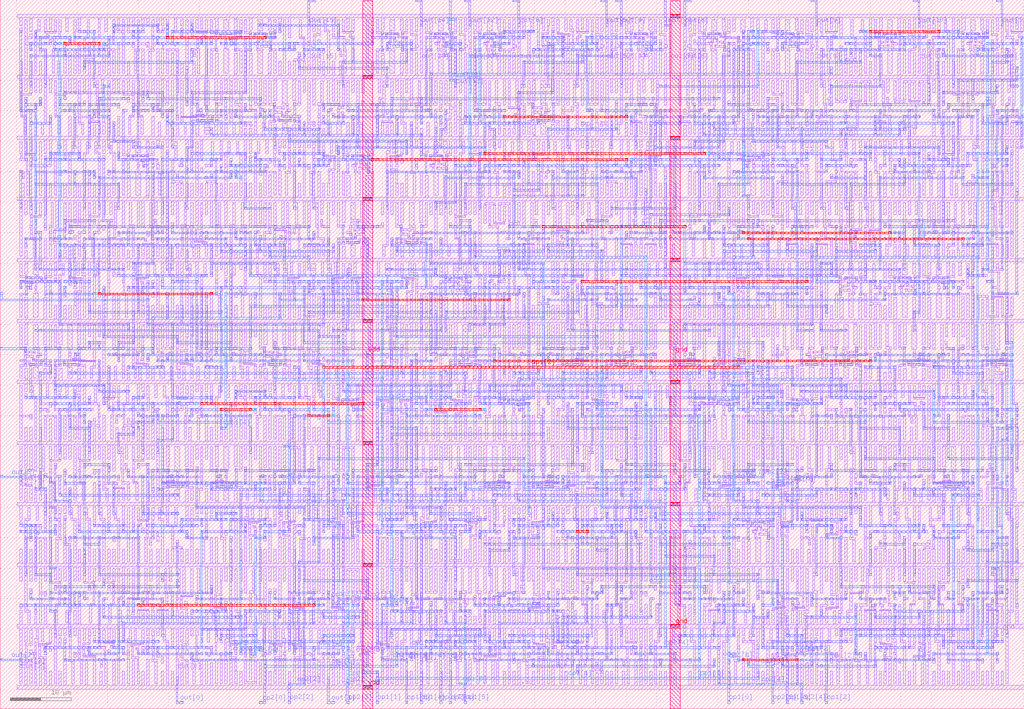
<source format=lef>
VERSION 5.3 ;
   NAMESCASESENSITIVE ON ;
   NOWIREEXTENSIONATPIN ON ;
   DIVIDERCHAR "/" ;
   BUSBITCHARS "[]" ;
UNITS
   DATABASE MICRONS 1000 ;
END UNITS

MACRO multiplier_8x8
   CLASS BLOCK ;
   FOREIGN multiplier_8x8 ;
   ORIGIN 2.6000 3.0000 ;
   SIZE 167.8000 BY 116.2000 ;
   PIN vdd
      PORT
         LAYER metal1 ;
	    RECT 0.6000 100.8000 1.0000 103.1000 ;
	    RECT 2.2000 100.8000 2.6000 103.1000 ;
	    RECT 3.8000 100.8000 4.2000 103.1000 ;
	    RECT 4.6000 100.8000 5.0000 105.1000 ;
	    RECT 6.7000 100.8000 7.1000 103.1000 ;
	    RECT 8.6000 100.8000 9.0000 104.5000 ;
	    RECT 11.8000 100.8000 12.2000 102.9000 ;
	    RECT 13.4000 100.8000 13.8000 103.1000 ;
	    RECT 15.0000 100.8000 15.4000 104.5000 ;
	    RECT 18.2000 100.8000 18.6000 103.1000 ;
	    RECT 20.6000 100.8000 21.0000 105.1000 ;
	    RECT 23.0000 100.8000 23.4000 105.1000 ;
	    RECT 25.4000 100.8000 25.8000 104.5000 ;
	    RECT 27.0000 100.8000 27.4000 103.1000 ;
	    RECT 28.9000 100.8000 29.3000 103.1000 ;
	    RECT 31.0000 100.8000 31.4000 105.1000 ;
	    RECT 32.6000 100.8000 33.1000 104.4000 ;
	    RECT 35.7000 101.1000 36.2000 104.4000 ;
	    RECT 35.7000 100.8000 36.1000 101.1000 ;
	    RECT 38.2000 100.8000 38.7000 104.4000 ;
	    RECT 41.3000 101.1000 41.8000 104.4000 ;
	    RECT 41.3000 100.8000 41.7000 101.1000 ;
	    RECT 43.0000 100.8000 43.4000 103.1000 ;
	    RECT 44.6000 100.8000 45.0000 103.1000 ;
	    RECT 46.2000 100.8000 46.6000 102.9000 ;
	    RECT 48.6000 100.8000 49.0000 104.5000 ;
	    RECT 50.2000 100.8000 50.6000 103.1000 ;
	    RECT 51.8000 100.8000 52.2000 103.1000 ;
	    RECT 52.9000 100.8000 53.3000 103.1000 ;
	    RECT 55.0000 100.8000 55.4000 105.1000 ;
	    RECT 58.2000 100.8000 58.6000 103.1000 ;
	    RECT 59.8000 100.8000 60.3000 104.4000 ;
	    RECT 62.9000 101.1000 63.4000 104.4000 ;
	    RECT 62.9000 100.8000 63.3000 101.1000 ;
	    RECT 65.4000 100.8000 65.8000 104.5000 ;
	    RECT 67.8000 100.8000 68.3000 104.4000 ;
	    RECT 70.9000 101.1000 71.4000 104.4000 ;
	    RECT 70.9000 100.8000 71.3000 101.1000 ;
	    RECT 73.4000 100.8000 73.8000 104.5000 ;
	    RECT 75.8000 100.8000 76.3000 104.4000 ;
	    RECT 78.9000 101.1000 79.4000 104.4000 ;
	    RECT 78.9000 100.8000 79.3000 101.1000 ;
	    RECT 81.4000 100.8000 81.8000 104.5000 ;
	    RECT 83.0000 100.8000 83.4000 103.1000 ;
	    RECT 84.6000 100.8000 85.0000 103.1000 ;
	    RECT 86.5000 100.8000 86.9000 105.1000 ;
	    RECT 88.6000 100.8000 89.0000 103.1000 ;
	    RECT 90.2000 100.8000 90.6000 104.9000 ;
	    RECT 91.8000 100.8000 92.2000 105.1000 ;
	    RECT 93.9000 100.8000 94.3000 103.1000 ;
	    RECT 95.8000 100.8000 96.2000 104.5000 ;
	    RECT 98.2000 100.8000 98.6000 104.5000 ;
	    RECT 100.6000 100.8000 101.1000 104.4000 ;
	    RECT 103.7000 101.1000 104.2000 104.4000 ;
	    RECT 103.7000 100.8000 104.1000 101.1000 ;
	    RECT 106.2000 100.8000 106.6000 104.5000 ;
	    RECT 110.2000 100.8000 110.6000 104.5000 ;
	    RECT 112.6000 100.8000 113.1000 104.4000 ;
	    RECT 115.7000 101.1000 116.2000 104.4000 ;
	    RECT 115.7000 100.8000 116.1000 101.1000 ;
	    RECT 119.8000 100.8000 120.2000 104.5000 ;
	    RECT 121.4000 100.8000 121.8000 103.1000 ;
	    RECT 123.0000 100.8000 123.4000 103.1000 ;
	    RECT 124.6000 100.8000 125.1000 104.4000 ;
	    RECT 127.7000 101.1000 128.2000 104.4000 ;
	    RECT 127.7000 100.8000 128.1000 101.1000 ;
	    RECT 130.2000 100.8000 130.6000 104.5000 ;
	    RECT 132.1000 100.8000 132.5000 103.1000 ;
	    RECT 134.2000 100.8000 134.6000 105.1000 ;
	    RECT 135.0000 100.8000 135.4000 103.1000 ;
	    RECT 136.6000 100.8000 137.0000 102.9000 ;
	    RECT 138.2000 100.8000 138.6000 103.1000 ;
	    RECT 139.8000 100.8000 140.2000 103.1000 ;
	    RECT 141.4000 101.1000 141.9000 104.4000 ;
	    RECT 141.5000 100.8000 141.9000 101.1000 ;
	    RECT 144.5000 100.8000 145.0000 104.4000 ;
	    RECT 147.0000 100.8000 147.4000 104.5000 ;
	    RECT 148.6000 100.8000 149.0000 105.1000 ;
	    RECT 150.7000 100.8000 151.1000 103.1000 ;
	    RECT 151.8000 100.8000 152.2000 103.1000 ;
	    RECT 153.4000 100.8000 153.8000 103.1000 ;
	    RECT 155.0000 100.8000 155.5000 104.4000 ;
	    RECT 158.1000 101.1000 158.6000 104.4000 ;
	    RECT 158.1000 100.8000 158.5000 101.1000 ;
	    RECT 160.6000 100.8000 161.0000 104.5000 ;
	    RECT 162.5000 100.8000 162.9000 103.1000 ;
	    RECT 164.6000 100.8000 165.0000 105.1000 ;
	    RECT 0.2000 100.2000 165.2000 100.8000 ;
	    RECT 1.4000 98.1000 1.8000 100.2000 ;
	    RECT 3.0000 97.9000 3.4000 100.2000 ;
	    RECT 3.8000 97.9000 4.2000 100.2000 ;
	    RECT 5.4000 97.9000 5.8000 100.2000 ;
	    RECT 7.0000 98.1000 7.4000 100.2000 ;
	    RECT 8.6000 97.9000 9.0000 100.2000 ;
	    RECT 9.4000 97.9000 9.8000 100.2000 ;
	    RECT 11.0000 97.9000 11.4000 100.2000 ;
	    RECT 11.8000 95.9000 12.2000 100.2000 ;
	    RECT 13.9000 97.9000 14.3000 100.2000 ;
	    RECT 15.8000 97.9000 16.2000 100.2000 ;
	    RECT 16.6000 97.9000 17.0000 100.2000 ;
	    RECT 18.2000 98.1000 18.6000 100.2000 ;
	    RECT 20.6000 98.1000 21.0000 100.2000 ;
	    RECT 22.2000 97.9000 22.6000 100.2000 ;
	    RECT 23.8000 96.5000 24.2000 100.2000 ;
	    RECT 26.2000 97.9000 26.6000 100.2000 ;
	    RECT 27.8000 97.9000 28.2000 100.2000 ;
	    RECT 29.5000 99.9000 29.9000 100.2000 ;
	    RECT 29.4000 96.6000 29.9000 99.9000 ;
	    RECT 32.5000 96.6000 33.0000 100.2000 ;
	    RECT 34.2000 97.9000 34.6000 100.2000 ;
	    RECT 35.8000 97.9000 36.2000 100.2000 ;
	    RECT 37.4000 97.9000 37.8000 100.2000 ;
	    RECT 39.8000 96.5000 40.2000 100.2000 ;
	    RECT 42.3000 99.9000 42.7000 100.2000 ;
	    RECT 42.2000 96.6000 42.7000 99.9000 ;
	    RECT 45.3000 96.6000 45.8000 100.2000 ;
	    RECT 47.0000 97.9000 47.4000 100.2000 ;
	    RECT 48.6000 95.9000 49.0000 100.2000 ;
	    RECT 51.8000 96.5000 52.2000 100.2000 ;
	    RECT 55.0000 97.9000 55.4000 100.2000 ;
	    RECT 56.6000 97.9000 57.0000 100.2000 ;
	    RECT 59.3000 97.9000 59.7000 100.2000 ;
	    RECT 61.4000 95.9000 61.8000 100.2000 ;
	    RECT 62.2000 97.9000 62.6000 100.2000 ;
	    RECT 63.8000 97.9000 64.2000 100.2000 ;
	    RECT 64.6000 95.9000 65.0000 100.2000 ;
	    RECT 67.8000 96.5000 68.2000 100.2000 ;
	    RECT 71.0000 96.5000 71.4000 100.2000 ;
	    RECT 72.6000 97.9000 73.0000 100.2000 ;
	    RECT 74.2000 97.9000 74.6000 100.2000 ;
	    RECT 75.8000 96.5000 76.2000 100.2000 ;
	    RECT 79.8000 95.9000 80.2000 100.2000 ;
	    RECT 81.9000 95.9000 82.3000 100.2000 ;
	    RECT 84.7000 99.9000 85.1000 100.2000 ;
	    RECT 84.6000 96.6000 85.1000 99.9000 ;
	    RECT 87.7000 96.6000 88.2000 100.2000 ;
	    RECT 90.2000 95.9000 90.6000 100.2000 ;
	    RECT 92.6000 95.9000 93.0000 100.2000 ;
	    RECT 94.2000 96.5000 94.6000 100.2000 ;
	    RECT 97.4000 97.9000 97.8000 100.2000 ;
	    RECT 98.2000 97.9000 98.6000 100.2000 ;
	    RECT 99.8000 97.9000 100.2000 100.2000 ;
	    RECT 100.6000 95.9000 101.0000 100.2000 ;
	    RECT 102.7000 97.9000 103.1000 100.2000 ;
	    RECT 104.1000 97.9000 104.5000 100.2000 ;
	    RECT 106.2000 95.9000 106.6000 100.2000 ;
	    RECT 108.6000 95.9000 109.0000 100.2000 ;
	    RECT 110.7000 97.9000 111.1000 100.2000 ;
	    RECT 112.6000 96.5000 113.0000 100.2000 ;
	    RECT 115.0000 97.9000 115.4000 100.2000 ;
	    RECT 116.6000 97.9000 117.0000 100.2000 ;
	    RECT 117.4000 97.9000 117.8000 100.2000 ;
	    RECT 119.0000 97.9000 119.4000 100.2000 ;
	    RECT 120.6000 96.5000 121.0000 100.2000 ;
	    RECT 123.0000 97.9000 123.4000 100.2000 ;
	    RECT 124.6000 98.1000 125.0000 100.2000 ;
	    RECT 127.8000 96.5000 128.2000 100.2000 ;
	    RECT 129.4000 97.9000 129.8000 100.2000 ;
	    RECT 131.0000 95.9000 131.4000 100.2000 ;
	    RECT 133.1000 97.9000 133.5000 100.2000 ;
	    RECT 135.0000 96.9000 135.4000 100.2000 ;
	    RECT 140.6000 95.9000 141.0000 100.2000 ;
	    RECT 142.7000 97.9000 143.1000 100.2000 ;
	    RECT 144.6000 96.9000 145.0000 100.2000 ;
	    RECT 150.2000 97.9000 150.6000 100.2000 ;
	    RECT 151.8000 97.9000 152.2000 100.2000 ;
	    RECT 152.6000 97.9000 153.0000 100.2000 ;
	    RECT 154.2000 98.1000 154.6000 100.2000 ;
	    RECT 156.6000 98.1000 157.0000 100.2000 ;
	    RECT 158.2000 97.9000 158.6000 100.2000 ;
	    RECT 159.3000 97.9000 159.7000 100.2000 ;
	    RECT 161.4000 95.9000 161.8000 100.2000 ;
	    RECT 162.5000 97.9000 162.9000 100.2000 ;
	    RECT 164.6000 95.9000 165.0000 100.2000 ;
	    RECT 0.9000 80.8000 1.3000 83.1000 ;
	    RECT 3.0000 80.8000 3.4000 85.1000 ;
	    RECT 4.6000 80.8000 5.0000 85.1000 ;
	    RECT 5.4000 80.8000 5.8000 83.1000 ;
	    RECT 7.0000 80.8000 7.4000 83.1000 ;
	    RECT 7.8000 80.8000 8.2000 83.1000 ;
	    RECT 9.4000 80.8000 9.8000 83.1000 ;
	    RECT 10.2000 80.8000 10.6000 83.1000 ;
	    RECT 11.8000 80.8000 12.2000 83.1000 ;
	    RECT 12.6000 80.8000 13.0000 83.1000 ;
	    RECT 14.2000 80.8000 14.6000 83.1000 ;
	    RECT 15.0000 80.8000 15.4000 83.1000 ;
	    RECT 16.6000 80.8000 17.0000 83.1000 ;
	    RECT 18.2000 80.8000 18.7000 84.4000 ;
	    RECT 21.3000 81.1000 21.8000 84.4000 ;
	    RECT 21.3000 80.8000 21.7000 81.1000 ;
	    RECT 24.6000 80.8000 25.0000 85.1000 ;
	    RECT 26.2000 80.8000 26.6000 82.9000 ;
	    RECT 27.8000 80.8000 28.2000 83.1000 ;
	    RECT 28.6000 80.8000 29.0000 83.1000 ;
	    RECT 30.2000 80.8000 30.6000 83.1000 ;
	    RECT 31.8000 80.8000 32.2000 82.9000 ;
	    RECT 33.4000 80.8000 33.8000 83.1000 ;
	    RECT 35.0000 80.8000 35.4000 83.1000 ;
	    RECT 35.8000 80.8000 36.2000 83.1000 ;
	    RECT 37.4000 80.8000 37.8000 83.1000 ;
	    RECT 38.2000 80.8000 38.6000 83.1000 ;
	    RECT 39.8000 80.8000 40.2000 83.1000 ;
	    RECT 41.4000 80.8000 41.8000 84.5000 ;
	    RECT 45.4000 80.8000 45.8000 85.1000 ;
	    RECT 46.2000 80.8000 46.6000 83.1000 ;
	    RECT 49.4000 80.8000 49.8000 85.1000 ;
	    RECT 50.2000 80.8000 50.6000 83.1000 ;
	    RECT 51.8000 80.8000 52.2000 84.9000 ;
	    RECT 54.2000 80.8000 54.7000 84.4000 ;
	    RECT 57.3000 81.1000 57.8000 84.4000 ;
	    RECT 57.3000 80.8000 57.7000 81.1000 ;
	    RECT 61.4000 80.8000 61.8000 84.9000 ;
	    RECT 63.0000 80.8000 63.4000 83.1000 ;
	    RECT 63.8000 80.8000 64.2000 85.1000 ;
	    RECT 67.0000 80.8000 67.5000 84.4000 ;
	    RECT 70.1000 81.1000 70.6000 84.4000 ;
	    RECT 70.1000 80.8000 70.5000 81.1000 ;
	    RECT 71.8000 80.8000 72.2000 83.1000 ;
	    RECT 73.4000 80.8000 73.8000 83.1000 ;
	    RECT 74.2000 80.8000 74.6000 85.1000 ;
	    RECT 76.3000 80.8000 76.7000 83.1000 ;
	    RECT 77.4000 80.8000 77.8000 85.1000 ;
	    RECT 79.8000 80.8000 80.2000 83.1000 ;
	    RECT 81.4000 80.8000 81.8000 83.1000 ;
	    RECT 82.2000 80.8000 82.6000 83.1000 ;
	    RECT 83.8000 80.8000 84.2000 83.1000 ;
	    RECT 84.6000 80.8000 85.0000 85.1000 ;
	    RECT 86.7000 80.8000 87.1000 83.1000 ;
	    RECT 87.8000 80.8000 88.2000 83.1000 ;
	    RECT 89.4000 80.8000 89.8000 83.1000 ;
	    RECT 90.2000 80.8000 90.6000 83.1000 ;
	    RECT 91.8000 80.8000 92.2000 83.1000 ;
	    RECT 94.2000 80.8000 94.6000 85.1000 ;
	    RECT 95.0000 80.8000 95.4000 83.1000 ;
	    RECT 97.4000 80.8000 97.8000 82.9000 ;
	    RECT 99.0000 80.8000 99.4000 83.1000 ;
	    RECT 100.6000 80.8000 101.0000 84.5000 ;
	    RECT 103.8000 80.8000 104.2000 84.9000 ;
	    RECT 105.4000 80.8000 105.8000 83.1000 ;
	    RECT 106.2000 80.8000 106.6000 83.1000 ;
	    RECT 107.8000 80.8000 108.2000 83.1000 ;
	    RECT 111.8000 80.8000 112.2000 84.5000 ;
	    RECT 113.4000 80.8000 113.8000 83.1000 ;
	    RECT 115.0000 80.8000 115.4000 83.1000 ;
	    RECT 115.8000 80.8000 116.2000 83.1000 ;
	    RECT 117.4000 80.8000 117.8000 83.1000 ;
	    RECT 119.0000 81.1000 119.5000 84.4000 ;
	    RECT 119.1000 80.8000 119.5000 81.1000 ;
	    RECT 122.1000 80.8000 122.6000 84.4000 ;
	    RECT 123.8000 80.8000 124.2000 83.1000 ;
	    RECT 125.4000 80.8000 125.8000 82.9000 ;
	    RECT 127.8000 80.8000 128.2000 84.5000 ;
	    RECT 130.2000 80.8000 130.6000 83.1000 ;
	    RECT 131.8000 80.8000 132.2000 83.1000 ;
	    RECT 133.4000 80.8000 133.8000 82.9000 ;
	    RECT 136.6000 80.8000 137.0000 84.5000 ;
	    RECT 138.2000 80.8000 138.6000 83.1000 ;
	    RECT 139.8000 80.8000 140.2000 85.1000 ;
	    RECT 142.2000 80.8000 142.6000 85.1000 ;
	    RECT 145.4000 80.8000 145.8000 84.5000 ;
	    RECT 147.8000 80.8000 148.2000 83.1000 ;
	    RECT 151.0000 80.8000 151.4000 85.1000 ;
	    RECT 151.8000 80.8000 152.2000 85.1000 ;
	    RECT 153.9000 80.8000 154.3000 83.1000 ;
	    RECT 155.0000 80.8000 155.4000 83.1000 ;
	    RECT 156.6000 80.8000 157.0000 82.9000 ;
	    RECT 159.0000 80.8000 159.4000 83.1000 ;
	    RECT 160.6000 80.8000 161.0000 84.5000 ;
	    RECT 163.0000 80.8000 163.4000 83.1000 ;
	    RECT 0.2000 80.2000 165.2000 80.8000 ;
	    RECT 1.4000 77.9000 1.8000 80.2000 ;
	    RECT 3.0000 78.1000 3.4000 80.2000 ;
	    RECT 4.6000 77.9000 5.0000 80.2000 ;
	    RECT 6.5000 75.9000 6.9000 80.2000 ;
	    RECT 9.4000 76.5000 9.8000 80.2000 ;
	    RECT 12.6000 78.1000 13.0000 80.2000 ;
	    RECT 14.2000 77.9000 14.6000 80.2000 ;
	    RECT 15.3000 77.9000 15.7000 80.2000 ;
	    RECT 17.4000 75.9000 17.8000 80.2000 ;
	    RECT 19.8000 75.9000 20.2000 80.2000 ;
	    RECT 20.6000 75.9000 21.0000 80.2000 ;
	    RECT 22.7000 77.9000 23.1000 80.2000 ;
	    RECT 23.8000 77.9000 24.2000 80.2000 ;
	    RECT 25.4000 77.9000 25.8000 80.2000 ;
	    RECT 26.2000 75.9000 26.6000 80.2000 ;
	    RECT 29.4000 76.1000 29.8000 80.2000 ;
	    RECT 31.0000 77.9000 31.4000 80.2000 ;
	    RECT 31.8000 75.9000 32.2000 80.2000 ;
	    RECT 34.2000 75.9000 34.6000 80.2000 ;
	    RECT 38.2000 75.9000 38.6000 80.2000 ;
	    RECT 39.8000 76.5000 40.2000 80.2000 ;
	    RECT 43.5000 75.9000 43.9000 80.2000 ;
	    RECT 47.0000 75.9000 47.4000 80.2000 ;
	    RECT 47.8000 75.9000 48.2000 80.2000 ;
	    RECT 49.9000 77.9000 50.3000 80.2000 ;
	    RECT 51.8000 77.9000 52.2000 80.2000 ;
	    RECT 53.4000 76.6000 53.9000 80.2000 ;
	    RECT 56.5000 79.9000 56.9000 80.2000 ;
	    RECT 56.5000 76.6000 57.0000 79.9000 ;
	    RECT 59.8000 77.9000 60.2000 80.2000 ;
	    RECT 61.4000 77.9000 61.8000 80.2000 ;
	    RECT 63.1000 79.9000 63.5000 80.2000 ;
	    RECT 63.0000 76.6000 63.5000 79.9000 ;
	    RECT 66.1000 76.6000 66.6000 80.2000 ;
	    RECT 67.8000 77.9000 68.2000 80.2000 ;
	    RECT 69.4000 77.9000 69.8000 80.2000 ;
	    RECT 71.0000 77.9000 71.4000 80.2000 ;
	    RECT 72.6000 78.1000 73.0000 80.2000 ;
	    RECT 74.2000 77.9000 74.6000 80.2000 ;
	    RECT 75.0000 77.9000 75.4000 80.2000 ;
	    RECT 81.4000 76.9000 81.8000 80.2000 ;
	    RECT 83.0000 75.9000 83.4000 80.2000 ;
	    RECT 85.1000 77.9000 85.5000 80.2000 ;
	    RECT 87.0000 77.9000 87.4000 80.2000 ;
	    RECT 88.9000 75.9000 89.3000 80.2000 ;
	    RECT 91.0000 77.9000 91.4000 80.2000 ;
	    RECT 92.6000 77.9000 93.0000 80.2000 ;
	    RECT 95.0000 75.9000 95.4000 80.2000 ;
	    RECT 96.6000 78.1000 97.0000 80.2000 ;
	    RECT 98.2000 77.9000 98.6000 80.2000 ;
	    RECT 99.0000 75.9000 99.4000 80.2000 ;
	    RECT 101.1000 77.9000 101.5000 80.2000 ;
	    RECT 102.5000 77.9000 102.9000 80.2000 ;
	    RECT 104.6000 75.9000 105.0000 80.2000 ;
	    RECT 107.0000 76.5000 107.4000 80.2000 ;
	    RECT 111.0000 78.1000 111.4000 80.2000 ;
	    RECT 112.6000 77.9000 113.0000 80.2000 ;
	    RECT 114.2000 78.1000 114.6000 80.2000 ;
	    RECT 115.8000 77.9000 116.2000 80.2000 ;
	    RECT 118.2000 76.5000 118.6000 80.2000 ;
	    RECT 120.6000 78.1000 121.0000 80.2000 ;
	    RECT 122.2000 77.9000 122.6000 80.2000 ;
	    RECT 123.0000 77.9000 123.4000 80.2000 ;
	    RECT 124.6000 78.1000 125.0000 80.2000 ;
	    RECT 126.2000 75.9000 126.6000 80.2000 ;
	    RECT 128.3000 77.9000 128.7000 80.2000 ;
	    RECT 130.2000 77.9000 130.6000 80.2000 ;
	    RECT 131.0000 75.9000 131.4000 80.2000 ;
	    RECT 133.1000 77.9000 133.5000 80.2000 ;
	    RECT 134.2000 77.9000 134.6000 80.2000 ;
	    RECT 136.9000 75.9000 137.3000 80.2000 ;
	    RECT 140.1000 75.9000 140.5000 80.2000 ;
	    RECT 142.2000 77.9000 142.6000 80.2000 ;
	    RECT 143.8000 77.9000 144.2000 80.2000 ;
	    RECT 144.6000 77.9000 145.0000 80.2000 ;
	    RECT 146.2000 77.9000 146.6000 80.2000 ;
	    RECT 147.3000 77.9000 147.7000 80.2000 ;
	    RECT 149.4000 75.9000 149.8000 80.2000 ;
	    RECT 151.0000 76.5000 151.4000 80.2000 ;
	    RECT 155.0000 75.9000 155.4000 80.2000 ;
	    RECT 156.1000 77.9000 156.5000 80.2000 ;
	    RECT 158.2000 75.9000 158.6000 80.2000 ;
	    RECT 159.0000 75.9000 159.4000 80.2000 ;
	    RECT 161.1000 77.9000 161.5000 80.2000 ;
	    RECT 162.2000 75.9000 162.6000 80.2000 ;
	    RECT 1.4000 61.1000 1.9000 64.4000 ;
	    RECT 1.5000 60.8000 1.9000 61.1000 ;
	    RECT 4.5000 60.8000 5.0000 64.4000 ;
	    RECT 6.2000 60.8000 6.6000 63.1000 ;
	    RECT 7.8000 60.8000 8.2000 63.1000 ;
	    RECT 8.6000 60.8000 9.0000 63.1000 ;
	    RECT 10.2000 60.8000 10.6000 64.9000 ;
	    RECT 11.8000 60.8000 12.2000 63.1000 ;
	    RECT 13.4000 60.8000 13.8000 63.1000 ;
	    RECT 15.8000 60.8000 16.2000 65.1000 ;
	    RECT 16.6000 60.8000 17.0000 65.1000 ;
	    RECT 19.8000 60.8000 20.2000 64.9000 ;
	    RECT 21.4000 60.8000 21.8000 63.1000 ;
	    RECT 22.2000 60.8000 22.6000 63.1000 ;
	    RECT 23.8000 60.8000 24.2000 63.1000 ;
	    RECT 24.6000 60.8000 25.0000 63.1000 ;
	    RECT 26.2000 60.8000 26.6000 63.1000 ;
	    RECT 27.0000 60.8000 27.4000 63.1000 ;
	    RECT 28.6000 60.8000 29.0000 63.1000 ;
	    RECT 29.4000 60.8000 29.8000 63.1000 ;
	    RECT 31.0000 60.8000 31.4000 63.1000 ;
	    RECT 31.8000 60.8000 32.2000 65.1000 ;
	    RECT 34.2000 60.8000 34.6000 63.1000 ;
	    RECT 35.8000 60.8000 36.2000 63.1000 ;
	    RECT 38.2000 60.8000 38.6000 65.1000 ;
	    RECT 39.0000 60.8000 39.4000 63.1000 ;
	    RECT 40.6000 60.8000 41.0000 63.1000 ;
	    RECT 41.4000 60.8000 41.8000 63.1000 ;
	    RECT 43.0000 60.8000 43.4000 63.1000 ;
	    RECT 44.6000 60.8000 45.0000 64.9000 ;
	    RECT 46.2000 60.8000 46.6000 63.1000 ;
	    RECT 49.4000 60.8000 49.8000 64.5000 ;
	    RECT 51.8000 60.8000 52.2000 64.9000 ;
	    RECT 53.4000 60.8000 53.8000 63.1000 ;
	    RECT 55.0000 60.8000 55.4000 64.9000 ;
	    RECT 56.6000 60.8000 57.0000 63.1000 ;
	    RECT 59.8000 60.8000 60.2000 64.5000 ;
	    RECT 63.0000 60.8000 63.4000 63.1000 ;
	    RECT 64.6000 60.8000 65.0000 64.9000 ;
	    RECT 67.0000 60.8000 67.4000 64.5000 ;
	    RECT 70.2000 60.8000 70.7000 64.4000 ;
	    RECT 73.3000 61.1000 73.8000 64.4000 ;
	    RECT 73.3000 60.8000 73.7000 61.1000 ;
	    RECT 75.0000 60.8000 75.4000 63.1000 ;
	    RECT 76.6000 60.8000 77.0000 63.1000 ;
	    RECT 77.4000 60.8000 77.8000 65.1000 ;
	    RECT 79.5000 60.8000 79.9000 63.1000 ;
	    RECT 80.6000 60.8000 81.0000 65.1000 ;
	    RECT 83.0000 60.8000 83.4000 63.1000 ;
	    RECT 84.6000 60.8000 85.0000 63.1000 ;
	    RECT 86.2000 60.8000 86.6000 62.9000 ;
	    RECT 87.8000 60.8000 88.2000 63.1000 ;
	    RECT 88.6000 60.8000 89.0000 63.1000 ;
	    RECT 90.2000 60.8000 90.6000 63.1000 ;
	    RECT 91.0000 60.8000 91.4000 65.1000 ;
	    RECT 93.1000 60.8000 93.5000 63.1000 ;
	    RECT 95.0000 60.8000 95.4000 62.9000 ;
	    RECT 96.6000 60.8000 97.0000 63.1000 ;
	    RECT 98.2000 60.8000 98.6000 64.5000 ;
	    RECT 101.4000 60.8000 101.8000 63.1000 ;
	    RECT 102.2000 60.8000 102.6000 63.1000 ;
	    RECT 103.8000 60.8000 104.2000 63.1000 ;
	    RECT 105.4000 60.8000 105.8000 64.5000 ;
	    RECT 109.4000 60.8000 109.8000 63.1000 ;
	    RECT 111.0000 60.8000 111.4000 62.9000 ;
	    RECT 113.4000 60.8000 113.8000 63.1000 ;
	    RECT 115.0000 60.8000 115.4000 62.9000 ;
	    RECT 116.6000 60.8000 117.0000 63.1000 ;
	    RECT 118.2000 60.8000 118.6000 64.9000 ;
	    RECT 119.8000 60.8000 120.2000 63.1000 ;
	    RECT 120.6000 60.8000 121.0000 63.1000 ;
	    RECT 122.2000 60.8000 122.6000 63.1000 ;
	    RECT 123.3000 60.8000 123.7000 63.1000 ;
	    RECT 125.4000 60.8000 125.8000 65.1000 ;
	    RECT 126.2000 60.8000 126.6000 63.1000 ;
	    RECT 127.8000 60.8000 128.2000 63.1000 ;
	    RECT 129.4000 60.8000 129.8000 63.1000 ;
	    RECT 130.2000 60.8000 130.6000 63.1000 ;
	    RECT 131.8000 60.8000 132.2000 63.1000 ;
	    RECT 133.4000 60.8000 133.8000 63.1000 ;
	    RECT 135.0000 61.1000 135.5000 64.4000 ;
	    RECT 135.1000 60.8000 135.5000 61.1000 ;
	    RECT 138.1000 60.8000 138.6000 64.4000 ;
	    RECT 140.6000 60.8000 141.0000 62.9000 ;
	    RECT 142.2000 60.8000 142.6000 63.1000 ;
	    RECT 143.8000 60.8000 144.3000 64.4000 ;
	    RECT 146.9000 61.1000 147.4000 64.4000 ;
	    RECT 146.9000 60.8000 147.3000 61.1000 ;
	    RECT 149.4000 60.8000 149.9000 64.4000 ;
	    RECT 152.5000 61.1000 153.0000 64.4000 ;
	    RECT 152.5000 60.8000 152.9000 61.1000 ;
	    RECT 155.0000 60.8000 155.4000 64.5000 ;
	    RECT 158.2000 60.8000 158.6000 64.1000 ;
	    RECT 0.2000 60.2000 165.2000 60.8000 ;
	    RECT 1.5000 59.9000 1.9000 60.2000 ;
	    RECT 1.4000 56.6000 1.9000 59.9000 ;
	    RECT 4.5000 56.6000 5.0000 60.2000 ;
	    RECT 7.0000 56.6000 7.5000 60.2000 ;
	    RECT 10.1000 59.9000 10.5000 60.2000 ;
	    RECT 10.1000 56.6000 10.6000 59.9000 ;
	    RECT 11.8000 57.9000 12.2000 60.2000 ;
	    RECT 13.4000 57.9000 13.8000 60.2000 ;
	    RECT 15.0000 57.9000 15.4000 60.2000 ;
	    RECT 16.6000 56.5000 17.0000 60.2000 ;
	    RECT 19.8000 56.1000 20.2000 60.2000 ;
	    RECT 21.4000 57.9000 21.8000 60.2000 ;
	    RECT 24.6000 56.5000 25.0000 60.2000 ;
	    RECT 27.0000 56.1000 27.4000 60.2000 ;
	    RECT 28.6000 57.9000 29.0000 60.2000 ;
	    RECT 30.2000 56.5000 30.6000 60.2000 ;
	    RECT 35.0000 56.5000 35.4000 60.2000 ;
	    RECT 37.4000 56.1000 37.8000 60.2000 ;
	    RECT 39.0000 57.9000 39.4000 60.2000 ;
	    RECT 40.7000 59.9000 41.1000 60.2000 ;
	    RECT 40.6000 56.6000 41.1000 59.9000 ;
	    RECT 43.7000 56.6000 44.2000 60.2000 ;
	    RECT 45.4000 55.9000 45.8000 60.2000 ;
	    RECT 48.6000 56.1000 49.0000 60.2000 ;
	    RECT 50.2000 57.9000 50.6000 60.2000 ;
	    RECT 51.0000 57.9000 51.4000 60.2000 ;
	    RECT 52.6000 57.9000 53.0000 60.2000 ;
	    RECT 55.0000 55.9000 55.4000 60.2000 ;
	    RECT 59.0000 55.9000 59.4000 60.2000 ;
	    RECT 59.8000 55.9000 60.2000 60.2000 ;
	    RECT 61.9000 57.9000 62.3000 60.2000 ;
	    RECT 63.0000 57.9000 63.4000 60.2000 ;
	    RECT 64.6000 57.9000 65.0000 60.2000 ;
	    RECT 65.4000 57.9000 65.8000 60.2000 ;
	    RECT 67.0000 57.9000 67.4000 60.2000 ;
	    RECT 68.6000 56.5000 69.0000 60.2000 ;
	    RECT 71.8000 56.6000 72.3000 60.2000 ;
	    RECT 74.9000 59.9000 75.3000 60.2000 ;
	    RECT 74.9000 56.6000 75.4000 59.9000 ;
	    RECT 76.6000 57.9000 77.0000 60.2000 ;
	    RECT 78.2000 57.9000 78.6000 60.2000 ;
	    RECT 79.0000 57.9000 79.4000 60.2000 ;
	    RECT 82.2000 56.5000 82.6000 60.2000 ;
	    RECT 84.6000 57.9000 85.0000 60.2000 ;
	    RECT 87.0000 56.5000 87.4000 60.2000 ;
	    RECT 89.4000 56.6000 89.9000 60.2000 ;
	    RECT 92.5000 59.9000 92.9000 60.2000 ;
	    RECT 92.5000 56.6000 93.0000 59.9000 ;
	    RECT 95.8000 55.9000 96.2000 60.2000 ;
	    RECT 97.4000 56.6000 97.9000 60.2000 ;
	    RECT 100.5000 59.9000 100.9000 60.2000 ;
	    RECT 100.5000 56.6000 101.0000 59.9000 ;
	    RECT 103.8000 56.5000 104.2000 60.2000 ;
	    RECT 107.8000 56.6000 108.3000 60.2000 ;
	    RECT 110.9000 59.9000 111.3000 60.2000 ;
	    RECT 110.9000 56.6000 111.4000 59.9000 ;
	    RECT 113.4000 57.9000 113.8000 60.2000 ;
	    RECT 114.2000 57.9000 114.6000 60.2000 ;
	    RECT 115.8000 56.1000 116.2000 60.2000 ;
	    RECT 117.4000 57.9000 117.8000 60.2000 ;
	    RECT 119.0000 56.1000 119.4000 60.2000 ;
	    RECT 120.6000 57.9000 121.0000 60.2000 ;
	    RECT 122.2000 57.9000 122.6000 60.2000 ;
	    RECT 123.0000 57.9000 123.4000 60.2000 ;
	    RECT 124.6000 57.9000 125.0000 60.2000 ;
	    RECT 127.0000 55.9000 127.4000 60.2000 ;
	    RECT 128.6000 56.6000 129.1000 60.2000 ;
	    RECT 131.7000 59.9000 132.1000 60.2000 ;
	    RECT 131.7000 56.6000 132.2000 59.9000 ;
	    RECT 134.2000 56.6000 134.7000 60.2000 ;
	    RECT 137.3000 59.9000 137.7000 60.2000 ;
	    RECT 137.3000 56.6000 137.8000 59.9000 ;
	    RECT 140.6000 56.5000 141.0000 60.2000 ;
	    RECT 143.8000 55.9000 144.2000 60.2000 ;
	    RECT 145.4000 56.6000 145.9000 60.2000 ;
	    RECT 148.5000 59.9000 148.9000 60.2000 ;
	    RECT 148.5000 56.6000 149.0000 59.9000 ;
	    RECT 150.2000 55.9000 150.6000 60.2000 ;
	    RECT 152.3000 57.9000 152.7000 60.2000 ;
	    RECT 153.4000 57.9000 153.8000 60.2000 ;
	    RECT 155.0000 57.9000 155.4000 60.2000 ;
	    RECT 155.8000 55.9000 156.2000 60.2000 ;
	    RECT 159.0000 56.6000 159.5000 60.2000 ;
	    RECT 162.1000 59.9000 162.5000 60.2000 ;
	    RECT 162.1000 56.6000 162.6000 59.9000 ;
	    RECT 1.4000 40.8000 1.8000 43.1000 ;
	    RECT 2.2000 40.8000 2.6000 43.1000 ;
	    RECT 3.8000 40.8000 4.2000 43.1000 ;
	    RECT 5.4000 40.8000 5.8000 44.5000 ;
	    RECT 8.6000 40.8000 9.0000 44.5000 ;
	    RECT 11.0000 40.8000 11.4000 43.1000 ;
	    RECT 12.6000 40.8000 13.0000 42.9000 ;
	    RECT 14.2000 40.8000 14.6000 45.1000 ;
	    RECT 16.3000 40.8000 16.7000 43.1000 ;
	    RECT 18.2000 40.8000 18.6000 42.9000 ;
	    RECT 19.8000 40.8000 20.2000 43.1000 ;
	    RECT 22.2000 40.8000 22.6000 44.5000 ;
	    RECT 23.8000 40.8000 24.2000 43.1000 ;
	    RECT 25.4000 40.8000 25.8000 43.1000 ;
	    RECT 26.2000 40.8000 26.6000 45.1000 ;
	    RECT 28.3000 40.8000 28.7000 43.1000 ;
	    RECT 31.0000 40.8000 31.4000 45.1000 ;
	    RECT 31.8000 40.8000 32.2000 43.1000 ;
	    RECT 33.4000 40.8000 33.8000 43.1000 ;
	    RECT 35.0000 40.8000 35.4000 44.5000 ;
	    RECT 38.2000 40.8000 38.6000 43.1000 ;
	    RECT 40.6000 40.8000 41.0000 45.1000 ;
	    RECT 43.0000 40.8000 43.4000 44.5000 ;
	    RECT 46.2000 40.8000 46.6000 45.1000 ;
	    RECT 47.0000 40.8000 47.4000 43.1000 ;
	    RECT 48.6000 40.8000 49.0000 43.1000 ;
	    RECT 49.4000 40.8000 49.8000 43.1000 ;
	    RECT 51.0000 40.8000 51.4000 43.1000 ;
	    RECT 52.6000 40.8000 53.1000 44.4000 ;
	    RECT 55.7000 41.1000 56.2000 44.4000 ;
	    RECT 55.7000 40.8000 56.1000 41.1000 ;
	    RECT 59.0000 40.8000 59.4000 43.1000 ;
	    RECT 60.6000 40.8000 61.0000 44.9000 ;
	    RECT 63.0000 40.8000 63.4000 44.9000 ;
	    RECT 64.6000 40.8000 65.0000 43.1000 ;
	    RECT 65.4000 40.8000 65.8000 43.1000 ;
	    RECT 67.0000 40.8000 67.4000 43.1000 ;
	    RECT 68.9000 40.8000 69.3000 45.1000 ;
	    RECT 71.0000 40.8000 71.4000 43.1000 ;
	    RECT 72.6000 40.8000 73.0000 44.9000 ;
	    RECT 74.2000 40.8000 74.6000 43.1000 ;
	    RECT 75.8000 40.8000 76.2000 43.1000 ;
	    RECT 78.2000 40.8000 78.6000 45.1000 ;
	    RECT 79.8000 40.8000 80.3000 44.4000 ;
	    RECT 82.9000 41.1000 83.4000 44.4000 ;
	    RECT 82.9000 40.8000 83.3000 41.1000 ;
	    RECT 84.6000 40.8000 85.0000 45.1000 ;
	    RECT 87.0000 40.8000 87.4000 43.1000 ;
	    RECT 90.2000 40.8000 90.6000 44.5000 ;
	    RECT 91.8000 40.8000 92.2000 45.1000 ;
	    RECT 94.2000 40.8000 94.6000 43.1000 ;
	    RECT 95.8000 40.8000 96.2000 44.9000 ;
	    RECT 98.2000 40.8000 98.6000 44.5000 ;
	    RECT 103.0000 40.8000 103.4000 44.5000 ;
	    RECT 104.6000 40.8000 105.0000 43.1000 ;
	    RECT 106.2000 40.8000 106.6000 43.1000 ;
	    RECT 107.8000 40.8000 108.2000 43.1000 ;
	    RECT 110.5000 40.8000 110.9000 43.1000 ;
	    RECT 112.6000 40.8000 113.0000 45.1000 ;
	    RECT 114.2000 40.8000 114.7000 44.4000 ;
	    RECT 117.3000 41.1000 117.8000 44.4000 ;
	    RECT 117.3000 40.8000 117.7000 41.1000 ;
	    RECT 119.8000 40.8000 120.2000 44.5000 ;
	    RECT 124.6000 40.8000 125.0000 44.5000 ;
	    RECT 127.0000 41.1000 127.5000 44.4000 ;
	    RECT 127.1000 40.8000 127.5000 41.1000 ;
	    RECT 130.1000 40.8000 130.6000 44.4000 ;
	    RECT 131.8000 40.8000 132.2000 43.1000 ;
	    RECT 133.4000 40.8000 133.8000 43.1000 ;
	    RECT 134.2000 40.8000 134.6000 45.1000 ;
	    RECT 136.6000 40.8000 137.0000 45.1000 ;
	    RECT 139.0000 40.8000 139.4000 43.1000 ;
	    RECT 140.6000 40.8000 141.0000 45.1000 ;
	    RECT 144.6000 40.8000 145.0000 44.5000 ;
	    RECT 146.5000 40.8000 146.9000 43.1000 ;
	    RECT 148.6000 40.8000 149.0000 45.1000 ;
	    RECT 150.2000 40.8000 150.6000 43.1000 ;
	    RECT 151.0000 40.8000 151.4000 43.1000 ;
	    RECT 152.6000 40.8000 153.0000 43.1000 ;
	    RECT 153.4000 40.8000 153.8000 43.1000 ;
	    RECT 155.8000 40.8000 156.2000 44.5000 ;
	    RECT 159.0000 40.8000 159.4000 42.9000 ;
	    RECT 160.6000 40.8000 161.0000 43.1000 ;
	    RECT 161.4000 40.8000 161.8000 43.1000 ;
	    RECT 163.0000 40.8000 163.4000 42.9000 ;
	    RECT 0.2000 40.2000 165.2000 40.8000 ;
	    RECT 1.4000 36.5000 1.8000 40.2000 ;
	    RECT 3.0000 35.9000 3.4000 40.2000 ;
	    RECT 6.2000 38.1000 6.6000 40.2000 ;
	    RECT 7.8000 37.9000 8.2000 40.2000 ;
	    RECT 8.6000 37.9000 9.0000 40.2000 ;
	    RECT 11.0000 38.1000 11.4000 40.2000 ;
	    RECT 12.6000 37.9000 13.0000 40.2000 ;
	    RECT 13.4000 37.9000 13.8000 40.2000 ;
	    RECT 15.0000 37.9000 15.4000 40.2000 ;
	    RECT 15.8000 35.9000 16.2000 40.2000 ;
	    RECT 17.9000 37.9000 18.3000 40.2000 ;
	    RECT 19.8000 38.1000 20.2000 40.2000 ;
	    RECT 21.4000 37.9000 21.8000 40.2000 ;
	    RECT 22.2000 37.9000 22.6000 40.2000 ;
	    RECT 24.7000 39.9000 25.1000 40.2000 ;
	    RECT 24.6000 36.6000 25.1000 39.9000 ;
	    RECT 27.7000 36.6000 28.2000 40.2000 ;
	    RECT 29.4000 37.9000 29.8000 40.2000 ;
	    RECT 31.0000 37.9000 31.4000 40.2000 ;
	    RECT 32.7000 39.9000 33.1000 40.2000 ;
	    RECT 32.6000 36.6000 33.1000 39.9000 ;
	    RECT 35.7000 36.6000 36.2000 40.2000 ;
	    RECT 37.4000 37.9000 37.8000 40.2000 ;
	    RECT 39.0000 37.9000 39.4000 40.2000 ;
	    RECT 40.6000 36.5000 41.0000 40.2000 ;
	    RECT 43.8000 36.5000 44.2000 40.2000 ;
	    RECT 47.0000 35.9000 47.4000 40.2000 ;
	    RECT 49.4000 37.9000 49.8000 40.2000 ;
	    RECT 51.0000 37.9000 51.4000 40.2000 ;
	    RECT 52.6000 36.5000 53.0000 40.2000 ;
	    RECT 57.4000 37.9000 57.8000 40.2000 ;
	    RECT 59.0000 36.1000 59.4000 40.2000 ;
	    RECT 62.2000 36.5000 62.6000 40.2000 ;
	    RECT 63.8000 37.9000 64.2000 40.2000 ;
	    RECT 65.4000 37.9000 65.8000 40.2000 ;
	    RECT 67.8000 35.9000 68.2000 40.2000 ;
	    RECT 68.6000 37.9000 69.0000 40.2000 ;
	    RECT 70.2000 37.9000 70.6000 40.2000 ;
	    RECT 71.0000 35.9000 71.4000 40.2000 ;
	    RECT 73.4000 37.9000 73.8000 40.2000 ;
	    RECT 75.0000 37.9000 75.4000 40.2000 ;
	    RECT 76.6000 36.6000 77.1000 40.2000 ;
	    RECT 79.7000 39.9000 80.1000 40.2000 ;
	    RECT 79.7000 36.6000 80.2000 39.9000 ;
	    RECT 81.4000 37.9000 81.8000 40.2000 ;
	    RECT 83.0000 37.9000 83.4000 40.2000 ;
	    RECT 84.6000 36.6000 85.1000 40.2000 ;
	    RECT 87.7000 39.9000 88.1000 40.2000 ;
	    RECT 87.7000 36.6000 88.2000 39.9000 ;
	    RECT 89.4000 37.9000 89.8000 40.2000 ;
	    RECT 91.0000 36.1000 91.4000 40.2000 ;
	    RECT 92.9000 37.9000 93.3000 40.2000 ;
	    RECT 95.0000 35.9000 95.4000 40.2000 ;
	    RECT 96.6000 37.9000 97.0000 40.2000 ;
	    RECT 97.4000 37.9000 97.8000 40.2000 ;
	    RECT 99.0000 38.1000 99.4000 40.2000 ;
	    RECT 100.6000 37.9000 101.0000 40.2000 ;
	    RECT 102.2000 37.9000 102.6000 40.2000 ;
	    RECT 103.8000 36.5000 104.2000 40.2000 ;
	    RECT 107.8000 37.9000 108.2000 40.2000 ;
	    RECT 109.4000 38.1000 109.8000 40.2000 ;
	    RECT 111.8000 36.5000 112.2000 40.2000 ;
	    RECT 115.0000 37.9000 115.4000 40.2000 ;
	    RECT 116.6000 36.1000 117.0000 40.2000 ;
	    RECT 119.8000 36.5000 120.2000 40.2000 ;
	    RECT 121.4000 37.9000 121.8000 40.2000 ;
	    RECT 123.0000 37.9000 123.4000 40.2000 ;
	    RECT 123.8000 37.9000 124.2000 40.2000 ;
	    RECT 125.4000 36.1000 125.8000 40.2000 ;
	    RECT 127.0000 37.9000 127.4000 40.2000 ;
	    RECT 128.6000 37.9000 129.0000 40.2000 ;
	    RECT 131.0000 35.9000 131.4000 40.2000 ;
	    RECT 131.8000 35.9000 132.2000 40.2000 ;
	    RECT 135.0000 37.9000 135.4000 40.2000 ;
	    RECT 135.8000 35.9000 136.2000 40.2000 ;
	    RECT 139.8000 36.5000 140.2000 40.2000 ;
	    RECT 141.4000 37.9000 141.8000 40.2000 ;
	    RECT 143.0000 37.9000 143.4000 40.2000 ;
	    RECT 143.8000 37.9000 144.2000 40.2000 ;
	    RECT 145.4000 37.9000 145.8000 40.2000 ;
	    RECT 147.0000 37.9000 147.4000 40.2000 ;
	    RECT 148.6000 36.5000 149.0000 40.2000 ;
	    RECT 151.9000 39.9000 152.3000 40.2000 ;
	    RECT 151.8000 36.6000 152.3000 39.9000 ;
	    RECT 154.9000 36.6000 155.4000 40.2000 ;
	    RECT 156.6000 37.9000 157.0000 40.2000 ;
	    RECT 158.2000 37.9000 158.6000 40.2000 ;
	    RECT 159.3000 37.9000 159.7000 40.2000 ;
	    RECT 161.4000 35.9000 161.8000 40.2000 ;
	    RECT 162.2000 37.9000 162.6000 40.2000 ;
	    RECT 163.8000 37.9000 164.2000 40.2000 ;
	    RECT 0.6000 20.8000 1.0000 23.1000 ;
	    RECT 2.2000 20.8000 2.6000 23.1000 ;
	    RECT 3.8000 20.8000 4.2000 24.5000 ;
	    RECT 7.8000 20.8000 8.2000 25.1000 ;
	    RECT 8.6000 20.8000 9.0000 23.1000 ;
	    RECT 10.2000 20.8000 10.6000 23.1000 ;
	    RECT 11.0000 20.8000 11.4000 23.1000 ;
	    RECT 12.6000 20.8000 13.0000 23.1000 ;
	    RECT 13.4000 20.8000 13.8000 23.1000 ;
	    RECT 15.0000 20.8000 15.4000 23.1000 ;
	    RECT 15.8000 20.8000 16.2000 23.1000 ;
	    RECT 17.4000 20.8000 17.8000 23.1000 ;
	    RECT 19.0000 20.8000 19.4000 25.1000 ;
	    RECT 19.8000 20.8000 20.2000 25.1000 ;
	    RECT 21.9000 20.8000 22.3000 23.1000 ;
	    RECT 23.0000 20.8000 23.4000 23.1000 ;
	    RECT 24.6000 20.8000 25.0000 23.1000 ;
	    RECT 26.2000 20.8000 26.6000 22.9000 ;
	    RECT 27.8000 20.8000 28.2000 23.1000 ;
	    RECT 29.4000 20.8000 29.8000 23.1000 ;
	    RECT 31.8000 20.8000 32.2000 25.1000 ;
	    RECT 32.6000 20.8000 33.0000 25.1000 ;
	    RECT 35.0000 20.8000 35.4000 23.1000 ;
	    RECT 36.6000 20.8000 37.0000 23.1000 ;
	    RECT 38.2000 20.8000 38.6000 24.9000 ;
	    RECT 39.8000 20.8000 40.2000 23.1000 ;
	    RECT 40.6000 20.8000 41.0000 23.1000 ;
	    RECT 42.2000 20.8000 42.6000 23.1000 ;
	    RECT 43.8000 20.8000 44.2000 24.9000 ;
	    RECT 45.4000 20.8000 45.8000 23.1000 ;
	    RECT 47.8000 20.8000 48.2000 25.1000 ;
	    RECT 48.6000 20.8000 49.0000 23.1000 ;
	    RECT 50.2000 20.8000 50.6000 23.1000 ;
	    RECT 51.0000 20.8000 51.4000 23.1000 ;
	    RECT 52.6000 20.8000 53.0000 24.9000 ;
	    RECT 55.0000 20.8000 55.4000 24.9000 ;
	    RECT 56.6000 20.8000 57.0000 23.1000 ;
	    RECT 59.8000 20.8000 60.2000 24.5000 ;
	    RECT 64.6000 20.8000 65.0000 24.5000 ;
	    RECT 67.0000 20.8000 67.4000 24.9000 ;
	    RECT 68.6000 20.8000 69.0000 23.1000 ;
	    RECT 70.2000 20.8000 70.6000 24.5000 ;
	    RECT 73.4000 20.8000 73.8000 23.1000 ;
	    RECT 75.0000 20.8000 75.4000 24.9000 ;
	    RECT 78.2000 20.8000 78.6000 24.5000 ;
	    RECT 79.8000 20.8000 80.2000 23.1000 ;
	    RECT 83.0000 20.8000 83.4000 25.1000 ;
	    RECT 84.6000 20.8000 85.0000 24.9000 ;
	    RECT 86.2000 20.8000 86.6000 23.1000 ;
	    RECT 87.0000 20.8000 87.4000 23.1000 ;
	    RECT 88.6000 20.8000 89.0000 25.1000 ;
	    RECT 91.0000 20.8000 91.4000 23.1000 ;
	    RECT 92.6000 20.8000 93.0000 23.1000 ;
	    RECT 93.4000 20.8000 93.8000 23.1000 ;
	    RECT 95.0000 20.8000 95.4000 23.1000 ;
	    RECT 97.4000 20.8000 97.8000 24.5000 ;
	    RECT 99.0000 20.8000 99.4000 23.1000 ;
	    RECT 100.6000 20.8000 101.0000 23.1000 ;
	    RECT 103.0000 20.8000 103.4000 25.1000 ;
	    RECT 105.4000 20.8000 105.8000 24.5000 ;
	    RECT 108.6000 20.8000 109.0000 23.1000 ;
	    RECT 110.2000 20.8000 110.6000 22.9000 ;
	    RECT 112.6000 20.8000 113.0000 24.5000 ;
	    RECT 115.0000 20.8000 115.4000 23.1000 ;
	    RECT 116.6000 20.8000 117.0000 23.1000 ;
	    RECT 118.2000 20.8000 118.6000 23.1000 ;
	    RECT 119.8000 20.8000 120.3000 24.4000 ;
	    RECT 122.9000 21.1000 123.4000 24.4000 ;
	    RECT 122.9000 20.8000 123.3000 21.1000 ;
	    RECT 125.4000 20.8000 125.8000 24.9000 ;
	    RECT 127.0000 20.8000 127.4000 23.1000 ;
	    RECT 127.8000 20.8000 128.2000 23.1000 ;
	    RECT 129.7000 20.8000 130.1000 23.1000 ;
	    RECT 131.8000 20.8000 132.2000 25.1000 ;
	    RECT 133.9000 20.8000 134.3000 25.1000 ;
	    RECT 135.8000 20.8000 136.2000 25.1000 ;
	    RECT 138.2000 20.8000 138.6000 23.1000 ;
	    RECT 139.8000 20.8000 140.2000 23.1000 ;
	    RECT 141.4000 20.8000 141.8000 22.9000 ;
	    RECT 143.0000 20.8000 143.4000 23.1000 ;
	    RECT 144.6000 20.8000 145.0000 23.1000 ;
	    RECT 145.4000 20.8000 145.8000 23.1000 ;
	    RECT 147.0000 20.8000 147.4000 23.1000 ;
	    RECT 147.8000 20.8000 148.2000 23.1000 ;
	    RECT 149.4000 20.8000 149.8000 22.9000 ;
	    RECT 152.6000 20.8000 153.0000 24.5000 ;
	    RECT 154.2000 20.8000 154.6000 23.1000 ;
	    RECT 155.8000 20.8000 156.2000 22.9000 ;
	    RECT 157.4000 20.8000 157.8000 23.1000 ;
	    RECT 159.0000 20.8000 159.4000 23.1000 ;
	    RECT 160.6000 20.8000 161.0000 22.9000 ;
	    RECT 162.2000 20.8000 162.6000 23.1000 ;
	    RECT 163.8000 20.8000 164.2000 23.1000 ;
	    RECT 0.2000 20.2000 165.2000 20.8000 ;
	    RECT 0.6000 17.9000 1.0000 20.2000 ;
	    RECT 2.2000 17.9000 2.6000 20.2000 ;
	    RECT 3.0000 17.9000 3.4000 20.2000 ;
	    RECT 4.6000 17.9000 5.0000 20.2000 ;
	    RECT 6.2000 18.1000 6.6000 20.2000 ;
	    RECT 7.8000 17.9000 8.2000 20.2000 ;
	    RECT 9.4000 17.9000 9.8000 20.2000 ;
	    RECT 10.2000 17.9000 10.6000 20.2000 ;
	    RECT 11.8000 18.1000 12.2000 20.2000 ;
	    RECT 13.4000 17.9000 13.8000 20.2000 ;
	    RECT 15.0000 18.1000 15.4000 20.2000 ;
	    RECT 17.4000 16.5000 17.8000 20.2000 ;
	    RECT 19.8000 15.9000 20.2000 20.2000 ;
	    RECT 21.9000 17.9000 22.3000 20.2000 ;
	    RECT 23.0000 15.9000 23.4000 20.2000 ;
	    RECT 25.1000 17.9000 25.5000 20.2000 ;
	    RECT 27.3000 15.9000 27.7000 20.2000 ;
	    RECT 31.0000 15.9000 31.4000 20.2000 ;
	    RECT 32.6000 16.1000 33.0000 20.2000 ;
	    RECT 34.2000 17.9000 34.6000 20.2000 ;
	    RECT 35.0000 17.9000 35.4000 20.2000 ;
	    RECT 36.6000 17.9000 37.0000 20.2000 ;
	    RECT 37.4000 15.9000 37.8000 20.2000 ;
	    RECT 39.8000 17.9000 40.2000 20.2000 ;
	    RECT 41.4000 17.9000 41.8000 20.2000 ;
	    RECT 42.2000 17.9000 42.6000 20.2000 ;
	    RECT 43.8000 17.9000 44.2000 20.2000 ;
	    RECT 45.4000 16.1000 45.8000 20.2000 ;
	    RECT 47.0000 17.9000 47.4000 20.2000 ;
	    RECT 48.6000 16.5000 49.0000 20.2000 ;
	    RECT 51.8000 16.1000 52.2000 20.2000 ;
	    RECT 53.4000 17.9000 53.8000 20.2000 ;
	    RECT 56.6000 16.5000 57.0000 20.2000 ;
	    RECT 60.6000 16.5000 61.0000 20.2000 ;
	    RECT 63.8000 17.9000 64.2000 20.2000 ;
	    RECT 65.4000 16.1000 65.8000 20.2000 ;
	    RECT 67.8000 16.5000 68.2000 20.2000 ;
	    RECT 70.2000 17.9000 70.6000 20.2000 ;
	    RECT 71.8000 17.9000 72.2000 20.2000 ;
	    RECT 74.2000 15.9000 74.6000 20.2000 ;
	    RECT 76.6000 15.9000 77.0000 20.2000 ;
	    RECT 78.5000 15.9000 78.9000 20.2000 ;
	    RECT 80.6000 15.9000 81.0000 20.2000 ;
	    RECT 82.7000 17.9000 83.1000 20.2000 ;
	    RECT 83.8000 17.9000 84.2000 20.2000 ;
	    RECT 85.4000 16.1000 85.8000 20.2000 ;
	    RECT 87.0000 17.9000 87.4000 20.2000 ;
	    RECT 88.6000 17.9000 89.0000 20.2000 ;
	    RECT 91.0000 16.5000 91.4000 20.2000 ;
	    RECT 93.4000 18.1000 93.8000 20.2000 ;
	    RECT 95.0000 17.9000 95.4000 20.2000 ;
	    RECT 95.8000 17.9000 96.2000 20.2000 ;
	    RECT 97.4000 17.9000 97.8000 20.2000 ;
	    RECT 99.0000 18.1000 99.4000 20.2000 ;
	    RECT 100.6000 17.9000 101.0000 20.2000 ;
	    RECT 102.2000 17.9000 102.6000 20.2000 ;
	    RECT 103.0000 17.9000 103.4000 20.2000 ;
	    RECT 104.6000 18.1000 105.0000 20.2000 ;
	    RECT 108.6000 18.1000 109.0000 20.2000 ;
	    RECT 110.2000 17.9000 110.6000 20.2000 ;
	    RECT 111.0000 17.9000 111.4000 20.2000 ;
	    RECT 112.9000 17.9000 113.3000 20.2000 ;
	    RECT 115.0000 15.9000 115.4000 20.2000 ;
	    RECT 115.8000 17.9000 116.2000 20.2000 ;
	    RECT 117.4000 18.1000 117.8000 20.2000 ;
	    RECT 119.0000 17.9000 119.4000 20.2000 ;
	    RECT 120.6000 17.9000 121.0000 20.2000 ;
	    RECT 123.0000 15.9000 123.4000 20.2000 ;
	    RECT 123.8000 17.9000 124.2000 20.2000 ;
	    RECT 125.4000 16.1000 125.8000 20.2000 ;
	    RECT 127.0000 17.9000 127.4000 20.2000 ;
	    RECT 128.6000 16.1000 129.0000 20.2000 ;
	    RECT 131.8000 15.9000 132.2000 20.2000 ;
	    RECT 132.6000 17.9000 133.0000 20.2000 ;
	    RECT 134.2000 16.1000 134.6000 20.2000 ;
	    RECT 135.8000 17.9000 136.2000 20.2000 ;
	    RECT 137.4000 17.9000 137.8000 20.2000 ;
	    RECT 138.5000 17.9000 138.9000 20.2000 ;
	    RECT 140.6000 15.9000 141.0000 20.2000 ;
	    RECT 141.4000 15.9000 141.8000 20.2000 ;
	    RECT 143.5000 17.9000 143.9000 20.2000 ;
	    RECT 144.6000 17.9000 145.0000 20.2000 ;
	    RECT 146.2000 18.1000 146.6000 20.2000 ;
	    RECT 149.4000 16.5000 149.8000 20.2000 ;
	    RECT 151.8000 18.1000 152.2000 20.2000 ;
	    RECT 153.4000 17.9000 153.8000 20.2000 ;
	    RECT 155.0000 18.1000 155.4000 20.2000 ;
	    RECT 156.6000 17.9000 157.0000 20.2000 ;
	    RECT 157.4000 17.9000 157.8000 20.2000 ;
	    RECT 159.0000 15.9000 159.4000 20.2000 ;
	    RECT 161.1000 17.9000 161.5000 20.2000 ;
	    RECT 162.2000 17.9000 162.6000 20.2000 ;
	    RECT 163.8000 17.9000 164.2000 20.2000 ;
	    RECT 1.4000 0.8000 1.8000 4.5000 ;
	    RECT 3.8000 0.8000 4.2000 4.9000 ;
	    RECT 5.4000 0.8000 5.8000 3.1000 ;
	    RECT 7.0000 0.8000 7.4000 3.1000 ;
	    RECT 7.8000 0.8000 8.2000 5.1000 ;
	    RECT 11.3000 0.8000 11.7000 5.1000 ;
	    RECT 13.7000 0.8000 14.1000 3.1000 ;
	    RECT 15.8000 0.8000 16.2000 5.1000 ;
	    RECT 17.4000 0.8000 17.8000 3.1000 ;
	    RECT 19.0000 0.8000 19.4000 4.9000 ;
	    RECT 20.6000 0.8000 21.0000 3.1000 ;
	    RECT 21.4000 0.8000 21.8000 5.1000 ;
	    RECT 23.8000 0.8000 24.2000 3.1000 ;
	    RECT 25.4000 0.8000 25.8000 3.1000 ;
	    RECT 27.0000 0.8000 27.4000 4.5000 ;
	    RECT 30.2000 0.8000 30.6000 5.1000 ;
	    RECT 31.8000 0.8000 32.2000 4.5000 ;
	    RECT 35.0000 0.8000 35.4000 4.9000 ;
	    RECT 36.6000 0.8000 37.0000 3.1000 ;
	    RECT 39.8000 0.8000 40.2000 4.5000 ;
	    RECT 41.4000 0.8000 41.8000 3.1000 ;
	    RECT 43.0000 0.8000 43.4000 4.9000 ;
	    RECT 44.6000 0.8000 45.0000 3.1000 ;
	    RECT 46.2000 0.8000 46.6000 4.9000 ;
	    RECT 48.6000 0.8000 49.0000 4.5000 ;
	    RECT 51.8000 0.8000 52.2000 4.5000 ;
	    RECT 55.8000 0.8000 56.2000 4.5000 ;
	    RECT 59.0000 0.8000 59.4000 3.1000 ;
	    RECT 60.6000 0.8000 61.0000 4.9000 ;
	    RECT 62.2000 0.8000 62.6000 3.1000 ;
	    RECT 63.8000 0.8000 64.2000 3.1000 ;
	    RECT 64.6000 0.8000 65.0000 3.1000 ;
	    RECT 66.2000 0.8000 66.6000 3.1000 ;
	    RECT 68.6000 0.8000 69.0000 5.1000 ;
	    RECT 69.4000 0.8000 69.8000 3.1000 ;
	    RECT 71.0000 0.8000 71.4000 3.1000 ;
	    RECT 73.4000 0.8000 73.8000 5.1000 ;
	    RECT 74.2000 0.8000 74.6000 5.1000 ;
	    RECT 77.9000 0.8000 78.3000 5.1000 ;
	    RECT 79.8000 0.8000 80.2000 3.1000 ;
	    RECT 81.4000 0.8000 81.8000 3.1000 ;
	    RECT 82.2000 0.8000 82.6000 5.1000 ;
	    RECT 84.6000 0.8000 85.0000 3.1000 ;
	    RECT 86.2000 0.8000 86.6000 4.9000 ;
	    RECT 87.8000 0.8000 88.2000 5.1000 ;
	    RECT 89.9000 0.8000 90.3000 3.1000 ;
	    RECT 91.0000 0.8000 91.4000 5.1000 ;
	    RECT 93.1000 0.8000 93.5000 3.1000 ;
	    RECT 95.0000 0.8000 95.4000 2.9000 ;
	    RECT 96.6000 0.8000 97.0000 3.1000 ;
	    RECT 97.4000 0.8000 97.8000 3.1000 ;
	    RECT 99.3000 0.8000 99.7000 3.1000 ;
	    RECT 101.4000 0.8000 101.8000 5.1000 ;
	    RECT 102.2000 0.8000 102.6000 5.1000 ;
	    RECT 103.8000 0.8000 104.2000 3.1000 ;
	    RECT 105.4000 0.8000 105.8000 3.1000 ;
	    RECT 106.2000 0.8000 106.6000 3.1000 ;
	    RECT 107.8000 0.8000 108.2000 3.1000 ;
	    RECT 110.2000 0.8000 110.6000 3.1000 ;
	    RECT 111.8000 0.8000 112.2000 3.1000 ;
	    RECT 112.6000 0.8000 113.0000 3.1000 ;
	    RECT 114.2000 0.8000 114.6000 3.1000 ;
	    RECT 115.0000 0.8000 115.4000 3.1000 ;
	    RECT 116.6000 0.8000 117.0000 3.1000 ;
	    RECT 119.0000 0.8000 119.4000 5.1000 ;
	    RECT 119.8000 0.8000 120.2000 3.1000 ;
	    RECT 121.4000 0.8000 121.8000 3.1000 ;
	    RECT 122.2000 0.8000 122.6000 3.1000 ;
	    RECT 123.8000 0.8000 124.2000 3.1000 ;
	    RECT 127.0000 0.8000 127.4000 4.5000 ;
	    RECT 129.4000 0.8000 129.8000 4.5000 ;
	    RECT 131.8000 0.8000 132.2000 3.1000 ;
	    RECT 133.4000 0.8000 133.8000 3.1000 ;
	    RECT 135.8000 0.8000 136.2000 5.1000 ;
	    RECT 136.6000 0.8000 137.0000 5.1000 ;
	    RECT 140.6000 0.8000 141.0000 5.1000 ;
	    RECT 141.4000 0.8000 141.8000 3.1000 ;
	    RECT 143.0000 0.8000 143.4000 4.9000 ;
	    RECT 144.6000 0.8000 145.0000 3.1000 ;
	    RECT 146.2000 0.8000 146.6000 3.1000 ;
	    RECT 148.3000 0.8000 148.7000 5.1000 ;
	    RECT 150.2000 0.8000 150.6000 3.1000 ;
	    RECT 151.8000 0.8000 152.2000 3.1000 ;
	    RECT 152.6000 0.8000 153.0000 3.1000 ;
	    RECT 154.2000 0.8000 154.6000 3.1000 ;
	    RECT 155.8000 0.8000 156.2000 5.1000 ;
	    RECT 156.6000 0.8000 157.0000 3.1000 ;
	    RECT 158.2000 0.8000 158.6000 3.1000 ;
	    RECT 159.0000 0.8000 159.4000 3.1000 ;
	    RECT 160.6000 0.8000 161.0000 3.1000 ;
	    RECT 161.4000 0.8000 161.8000 3.1000 ;
	    RECT 0.2000 0.2000 165.2000 0.8000 ;
         LAYER metal2 ;
	    RECT 56.8000 100.3000 58.4000 100.7000 ;
	    RECT 56.8000 80.3000 58.4000 80.7000 ;
	    RECT 56.8000 60.3000 58.4000 60.7000 ;
	    RECT 56.8000 40.3000 58.4000 40.7000 ;
	    RECT 56.8000 20.3000 58.4000 20.7000 ;
	    RECT 56.8000 0.3000 58.4000 0.7000 ;
         LAYER metal3 ;
	    RECT 56.8000 100.3000 58.4000 100.7000 ;
	    RECT 56.8000 80.3000 58.4000 80.7000 ;
	    RECT 56.8000 60.3000 58.4000 60.7000 ;
	    RECT 56.8000 40.3000 58.4000 40.7000 ;
	    RECT 56.8000 20.3000 58.4000 20.7000 ;
	    RECT 56.8000 0.3000 58.4000 0.7000 ;
         LAYER metal4 ;
	    RECT 56.8000 100.3000 58.4000 100.7000 ;
	    RECT 56.8000 80.3000 58.4000 80.7000 ;
	    RECT 56.8000 60.3000 58.4000 60.7000 ;
	    RECT 56.8000 40.3000 58.4000 40.7000 ;
	    RECT 56.8000 20.3000 58.4000 20.7000 ;
	    RECT 56.8000 0.3000 58.4000 0.7000 ;
         LAYER metal5 ;
	    RECT 56.8000 100.7000 57.4000 100.8000 ;
	    RECT 57.8000 100.7000 58.4000 100.8000 ;
	    RECT 56.8000 100.2000 58.4000 100.7000 ;
	    RECT 56.8000 80.7000 57.4000 80.8000 ;
	    RECT 57.8000 80.7000 58.4000 80.8000 ;
	    RECT 56.8000 80.2000 58.4000 80.7000 ;
	    RECT 56.8000 60.7000 57.4000 60.8000 ;
	    RECT 57.8000 60.7000 58.4000 60.8000 ;
	    RECT 56.8000 60.2000 58.4000 60.7000 ;
	    RECT 56.8000 40.7000 57.4000 40.8000 ;
	    RECT 57.8000 40.7000 58.4000 40.8000 ;
	    RECT 56.8000 40.2000 58.4000 40.7000 ;
	    RECT 56.8000 20.7000 57.4000 20.8000 ;
	    RECT 57.8000 20.7000 58.4000 20.8000 ;
	    RECT 56.8000 20.2000 58.4000 20.7000 ;
	    RECT 56.8000 0.7000 57.4000 0.8000 ;
	    RECT 57.8000 0.7000 58.4000 0.8000 ;
	    RECT 56.8000 0.2000 58.4000 0.7000 ;
         LAYER metal6 ;
	    RECT 56.8000 -3.0000 58.4000 113.0000 ;
      END
   END vdd
   PIN gnd
      PORT
         LAYER metal1 ;
	    RECT 0.2000 110.2000 165.2000 110.8000 ;
	    RECT 0.6000 108.9000 1.0000 110.2000 ;
	    RECT 2.2000 107.9000 2.6000 110.2000 ;
	    RECT 5.4000 108.3000 5.8000 110.2000 ;
	    RECT 8.1000 107.9000 8.5000 110.2000 ;
	    RECT 10.2000 108.9000 10.6000 110.2000 ;
	    RECT 13.4000 106.9000 13.8000 110.2000 ;
	    RECT 14.5000 107.9000 14.9000 110.2000 ;
	    RECT 16.6000 108.9000 17.0000 110.2000 ;
	    RECT 18.2000 108.9000 18.6000 110.2000 ;
	    RECT 19.0000 108.9000 19.4000 110.2000 ;
	    RECT 20.6000 108.9000 21.0000 110.2000 ;
	    RECT 21.4000 108.9000 21.8000 110.2000 ;
	    RECT 23.0000 108.9000 23.4000 110.2000 ;
	    RECT 23.8000 108.9000 24.2000 110.2000 ;
	    RECT 25.9000 107.9000 26.3000 110.2000 ;
	    RECT 27.0000 108.9000 27.4000 110.2000 ;
	    RECT 30.2000 108.3000 30.6000 110.2000 ;
	    RECT 32.6000 108.2000 33.1000 110.2000 ;
	    RECT 35.7000 109.9000 36.1000 110.2000 ;
	    RECT 35.7000 108.2000 36.2000 109.9000 ;
	    RECT 38.2000 108.2000 38.7000 110.2000 ;
	    RECT 41.3000 109.9000 41.7000 110.2000 ;
	    RECT 41.3000 108.2000 41.8000 109.9000 ;
	    RECT 43.0000 108.9000 43.4000 110.2000 ;
	    RECT 44.6000 106.9000 45.0000 110.2000 ;
	    RECT 48.6000 107.9000 49.0000 110.2000 ;
	    RECT 51.8000 107.9000 52.2000 110.2000 ;
	    RECT 54.2000 108.3000 54.6000 110.2000 ;
	    RECT 58.2000 108.9000 58.6000 110.2000 ;
	    RECT 59.8000 108.2000 60.3000 110.2000 ;
	    RECT 62.9000 109.9000 63.3000 110.2000 ;
	    RECT 62.9000 108.2000 63.4000 109.9000 ;
	    RECT 65.4000 107.9000 65.8000 110.2000 ;
	    RECT 67.8000 108.2000 68.3000 110.2000 ;
	    RECT 70.9000 109.9000 71.3000 110.2000 ;
	    RECT 70.9000 108.2000 71.4000 109.9000 ;
	    RECT 73.4000 107.9000 73.8000 110.2000 ;
	    RECT 75.8000 108.2000 76.3000 110.2000 ;
	    RECT 78.9000 109.9000 79.3000 110.2000 ;
	    RECT 78.9000 108.2000 79.4000 109.9000 ;
	    RECT 81.4000 107.9000 81.8000 110.2000 ;
	    RECT 83.0000 107.9000 83.4000 110.2000 ;
	    RECT 86.2000 108.1000 86.6000 110.2000 ;
	    RECT 87.8000 108.9000 88.2000 110.2000 ;
	    RECT 89.9000 108.0000 90.3000 110.2000 ;
	    RECT 92.6000 108.3000 93.0000 110.2000 ;
	    RECT 95.8000 107.9000 96.2000 110.2000 ;
	    RECT 98.2000 107.9000 98.6000 110.2000 ;
	    RECT 100.6000 108.2000 101.1000 110.2000 ;
	    RECT 103.7000 109.9000 104.1000 110.2000 ;
	    RECT 103.7000 108.2000 104.2000 109.9000 ;
	    RECT 106.2000 107.9000 106.6000 110.2000 ;
	    RECT 110.2000 107.9000 110.6000 110.2000 ;
	    RECT 112.6000 108.2000 113.1000 110.2000 ;
	    RECT 115.7000 109.9000 116.1000 110.2000 ;
	    RECT 115.7000 108.2000 116.2000 109.9000 ;
	    RECT 117.4000 107.9000 117.8000 110.2000 ;
	    RECT 120.4000 107.9000 120.8000 110.2000 ;
	    RECT 121.4000 107.9000 121.8000 110.2000 ;
	    RECT 124.6000 108.2000 125.1000 110.2000 ;
	    RECT 127.7000 109.9000 128.1000 110.2000 ;
	    RECT 127.7000 108.2000 128.2000 109.9000 ;
	    RECT 130.2000 107.9000 130.6000 110.2000 ;
	    RECT 133.4000 108.3000 133.8000 110.2000 ;
	    RECT 135.0000 106.9000 135.4000 110.2000 ;
	    RECT 139.8000 107.9000 140.2000 110.2000 ;
	    RECT 141.5000 109.9000 141.9000 110.2000 ;
	    RECT 141.4000 108.2000 141.9000 109.9000 ;
	    RECT 144.5000 108.2000 145.0000 110.2000 ;
	    RECT 147.0000 107.9000 147.4000 110.2000 ;
	    RECT 149.4000 108.3000 149.8000 110.2000 ;
	    RECT 153.4000 107.9000 153.8000 110.2000 ;
	    RECT 155.0000 108.2000 155.5000 110.2000 ;
	    RECT 158.1000 109.9000 158.5000 110.2000 ;
	    RECT 158.1000 108.2000 158.6000 109.9000 ;
	    RECT 160.6000 107.9000 161.0000 110.2000 ;
	    RECT 163.8000 108.3000 164.2000 110.2000 ;
	    RECT 3.0000 90.8000 3.4000 94.1000 ;
	    RECT 5.4000 90.8000 5.8000 93.1000 ;
	    RECT 8.6000 90.8000 9.0000 94.1000 ;
	    RECT 9.4000 90.8000 9.8000 93.1000 ;
	    RECT 12.6000 90.8000 13.0000 92.7000 ;
	    RECT 15.8000 90.8000 16.2000 92.1000 ;
	    RECT 16.6000 90.8000 17.0000 94.1000 ;
	    RECT 22.2000 90.8000 22.6000 94.1000 ;
	    RECT 23.3000 90.8000 23.7000 93.1000 ;
	    RECT 25.4000 90.8000 25.8000 92.1000 ;
	    RECT 26.2000 90.8000 26.6000 93.1000 ;
	    RECT 29.4000 91.1000 29.9000 92.8000 ;
	    RECT 29.5000 90.8000 29.9000 91.1000 ;
	    RECT 32.5000 90.8000 33.0000 92.8000 ;
	    RECT 34.2000 90.8000 34.6000 93.1000 ;
	    RECT 37.4000 90.8000 37.8000 92.1000 ;
	    RECT 38.2000 90.8000 38.6000 92.1000 ;
	    RECT 40.3000 90.8000 40.7000 93.1000 ;
	    RECT 42.2000 91.1000 42.7000 92.8000 ;
	    RECT 42.3000 90.8000 42.7000 91.1000 ;
	    RECT 45.3000 90.8000 45.8000 92.8000 ;
	    RECT 47.0000 90.8000 47.4000 92.1000 ;
	    RECT 48.6000 90.8000 49.0000 92.1000 ;
	    RECT 50.2000 90.8000 50.6000 92.1000 ;
	    RECT 51.2000 90.8000 51.6000 93.1000 ;
	    RECT 54.2000 90.8000 54.6000 93.1000 ;
	    RECT 55.0000 90.8000 55.4000 93.1000 ;
	    RECT 60.6000 90.8000 61.0000 92.7000 ;
	    RECT 62.2000 90.8000 62.6000 93.1000 ;
	    RECT 64.6000 90.8000 65.0000 92.1000 ;
	    RECT 66.2000 90.8000 66.6000 92.1000 ;
	    RECT 67.3000 90.8000 67.7000 93.1000 ;
	    RECT 69.4000 90.8000 69.8000 92.1000 ;
	    RECT 71.0000 90.8000 71.4000 93.1000 ;
	    RECT 74.2000 90.8000 74.6000 93.1000 ;
	    RECT 75.3000 90.8000 75.7000 93.1000 ;
	    RECT 77.4000 90.8000 77.8000 92.1000 ;
	    RECT 78.2000 90.8000 78.6000 92.1000 ;
	    RECT 79.8000 90.8000 80.2000 92.1000 ;
	    RECT 80.6000 90.8000 81.0000 92.1000 ;
	    RECT 82.2000 90.8000 82.6000 92.9000 ;
	    RECT 84.6000 91.1000 85.1000 92.8000 ;
	    RECT 84.7000 90.8000 85.1000 91.1000 ;
	    RECT 87.7000 90.8000 88.2000 92.8000 ;
	    RECT 90.2000 90.8000 90.6000 93.1000 ;
	    RECT 91.0000 90.8000 91.4000 92.1000 ;
	    RECT 92.6000 90.8000 93.0000 92.1000 ;
	    RECT 93.7000 90.8000 94.1000 93.1000 ;
	    RECT 95.8000 90.8000 96.2000 92.1000 ;
	    RECT 97.4000 90.8000 97.8000 92.1000 ;
	    RECT 99.8000 90.8000 100.2000 93.1000 ;
	    RECT 101.4000 90.8000 101.8000 92.7000 ;
	    RECT 105.4000 90.8000 105.8000 92.7000 ;
	    RECT 109.4000 90.8000 109.8000 92.7000 ;
	    RECT 112.1000 90.8000 112.5000 93.1000 ;
	    RECT 114.2000 90.8000 114.6000 92.1000 ;
	    RECT 115.0000 90.8000 115.4000 93.1000 ;
	    RECT 119.0000 90.8000 119.4000 93.1000 ;
	    RECT 120.1000 90.8000 120.5000 93.1000 ;
	    RECT 122.2000 90.8000 122.6000 92.1000 ;
	    RECT 123.0000 90.8000 123.4000 94.1000 ;
	    RECT 126.2000 90.8000 126.6000 92.1000 ;
	    RECT 128.3000 90.8000 128.7000 93.1000 ;
	    RECT 129.4000 90.8000 129.8000 92.1000 ;
	    RECT 131.8000 90.8000 132.2000 92.7000 ;
	    RECT 135.0000 90.8000 135.4000 92.1000 ;
	    RECT 136.6000 90.8000 137.0000 91.9000 ;
	    RECT 141.4000 90.8000 141.8000 92.7000 ;
	    RECT 144.6000 90.8000 145.0000 92.1000 ;
	    RECT 146.2000 90.8000 146.6000 91.9000 ;
	    RECT 150.2000 90.8000 150.6000 93.1000 ;
	    RECT 152.6000 90.8000 153.0000 94.1000 ;
	    RECT 158.2000 90.8000 158.6000 94.1000 ;
	    RECT 160.6000 90.8000 161.0000 92.7000 ;
	    RECT 163.8000 90.8000 164.2000 92.7000 ;
	    RECT 0.2000 90.2000 165.2000 90.8000 ;
	    RECT 2.2000 88.3000 2.6000 90.2000 ;
	    RECT 4.6000 87.9000 5.0000 90.2000 ;
	    RECT 5.4000 87.9000 5.8000 90.2000 ;
	    RECT 7.8000 87.9000 8.2000 90.2000 ;
	    RECT 10.2000 87.9000 10.6000 90.2000 ;
	    RECT 14.2000 87.9000 14.6000 90.2000 ;
	    RECT 16.6000 87.9000 17.0000 90.2000 ;
	    RECT 18.2000 88.2000 18.7000 90.2000 ;
	    RECT 21.3000 89.9000 21.7000 90.2000 ;
	    RECT 21.3000 88.2000 21.8000 89.9000 ;
	    RECT 23.0000 88.9000 23.4000 90.2000 ;
	    RECT 24.6000 88.9000 25.0000 90.2000 ;
	    RECT 27.8000 86.9000 28.2000 90.2000 ;
	    RECT 28.6000 88.9000 29.0000 90.2000 ;
	    RECT 30.2000 86.9000 30.6000 90.2000 ;
	    RECT 33.4000 87.9000 33.8000 90.2000 ;
	    RECT 37.4000 87.9000 37.8000 90.2000 ;
	    RECT 38.2000 87.9000 38.6000 90.2000 ;
	    RECT 40.9000 87.9000 41.3000 90.2000 ;
	    RECT 43.0000 88.9000 43.4000 90.2000 ;
	    RECT 43.8000 88.9000 44.2000 90.2000 ;
	    RECT 45.4000 88.9000 45.8000 90.2000 ;
	    RECT 46.2000 88.9000 46.6000 90.2000 ;
	    RECT 47.8000 88.9000 48.2000 90.2000 ;
	    RECT 49.4000 88.9000 49.8000 90.2000 ;
	    RECT 51.5000 88.0000 51.9000 90.2000 ;
	    RECT 54.2000 88.2000 54.7000 90.2000 ;
	    RECT 57.3000 89.9000 57.7000 90.2000 ;
	    RECT 57.3000 88.2000 57.8000 89.9000 ;
	    RECT 61.7000 88.0000 62.1000 90.2000 ;
	    RECT 63.8000 88.9000 64.2000 90.2000 ;
	    RECT 65.4000 88.9000 65.8000 90.2000 ;
	    RECT 67.0000 88.2000 67.5000 90.2000 ;
	    RECT 70.1000 89.9000 70.5000 90.2000 ;
	    RECT 70.1000 88.2000 70.6000 89.9000 ;
	    RECT 71.8000 87.9000 72.2000 90.2000 ;
	    RECT 75.0000 88.3000 75.4000 90.2000 ;
	    RECT 77.4000 88.9000 77.8000 90.2000 ;
	    RECT 79.0000 88.9000 79.4000 90.2000 ;
	    RECT 79.8000 87.9000 80.2000 90.2000 ;
	    RECT 83.8000 87.9000 84.2000 90.2000 ;
	    RECT 85.4000 88.3000 85.8000 90.2000 ;
	    RECT 89.4000 87.9000 89.8000 90.2000 ;
	    RECT 91.8000 87.9000 92.2000 90.2000 ;
	    RECT 92.6000 88.9000 93.0000 90.2000 ;
	    RECT 94.2000 88.9000 94.6000 90.2000 ;
	    RECT 95.0000 88.9000 95.4000 90.2000 ;
	    RECT 99.0000 86.9000 99.4000 90.2000 ;
	    RECT 100.1000 87.9000 100.5000 90.2000 ;
	    RECT 102.2000 88.9000 102.6000 90.2000 ;
	    RECT 104.1000 88.0000 104.5000 90.2000 ;
	    RECT 107.8000 87.9000 108.2000 90.2000 ;
	    RECT 110.2000 88.9000 110.6000 90.2000 ;
	    RECT 112.3000 87.9000 112.7000 90.2000 ;
	    RECT 115.0000 87.9000 115.4000 90.2000 ;
	    RECT 115.8000 87.9000 116.2000 90.2000 ;
	    RECT 119.1000 89.9000 119.5000 90.2000 ;
	    RECT 119.0000 88.2000 119.5000 89.9000 ;
	    RECT 122.1000 88.2000 122.6000 90.2000 ;
	    RECT 123.8000 86.9000 124.2000 90.2000 ;
	    RECT 127.3000 87.9000 127.7000 90.2000 ;
	    RECT 129.4000 88.9000 129.8000 90.2000 ;
	    RECT 130.2000 88.9000 130.6000 90.2000 ;
	    RECT 131.8000 86.9000 132.2000 90.2000 ;
	    RECT 135.0000 88.9000 135.4000 90.2000 ;
	    RECT 137.1000 87.9000 137.5000 90.2000 ;
	    RECT 138.2000 88.9000 138.6000 90.2000 ;
	    RECT 139.8000 88.9000 140.2000 90.2000 ;
	    RECT 141.4000 88.9000 141.8000 90.2000 ;
	    RECT 142.2000 88.9000 142.6000 90.2000 ;
	    RECT 143.8000 88.9000 144.2000 90.2000 ;
	    RECT 144.9000 87.9000 145.3000 90.2000 ;
	    RECT 147.0000 88.9000 147.4000 90.2000 ;
	    RECT 147.8000 88.9000 148.2000 90.2000 ;
	    RECT 149.4000 88.9000 149.8000 90.2000 ;
	    RECT 151.0000 88.9000 151.4000 90.2000 ;
	    RECT 152.6000 88.3000 153.0000 90.2000 ;
	    RECT 155.0000 86.9000 155.4000 90.2000 ;
	    RECT 159.0000 88.9000 159.4000 90.2000 ;
	    RECT 160.1000 87.9000 160.5000 90.2000 ;
	    RECT 162.2000 88.9000 162.6000 90.2000 ;
	    RECT 163.0000 88.9000 163.4000 90.2000 ;
	    RECT 1.4000 70.8000 1.8000 72.1000 ;
	    RECT 4.6000 70.8000 5.0000 74.1000 ;
	    RECT 6.2000 70.8000 6.6000 72.9000 ;
	    RECT 7.8000 70.8000 8.2000 72.1000 ;
	    RECT 8.9000 70.8000 9.3000 73.1000 ;
	    RECT 11.0000 70.8000 11.4000 72.1000 ;
	    RECT 14.2000 70.8000 14.6000 74.1000 ;
	    RECT 16.6000 70.8000 17.0000 72.7000 ;
	    RECT 18.2000 70.8000 18.6000 72.1000 ;
	    RECT 19.8000 70.8000 20.2000 72.1000 ;
	    RECT 21.4000 70.8000 21.8000 72.7000 ;
	    RECT 23.8000 70.8000 24.2000 73.1000 ;
	    RECT 26.2000 70.8000 26.6000 72.1000 ;
	    RECT 27.8000 70.8000 28.2000 72.1000 ;
	    RECT 29.7000 70.8000 30.1000 73.0000 ;
	    RECT 31.8000 70.8000 32.2000 72.1000 ;
	    RECT 33.4000 70.8000 33.8000 72.1000 ;
	    RECT 34.2000 70.8000 34.6000 72.1000 ;
	    RECT 35.8000 70.8000 36.2000 72.1000 ;
	    RECT 36.6000 70.8000 37.0000 72.1000 ;
	    RECT 38.2000 70.8000 38.6000 72.1000 ;
	    RECT 39.3000 70.8000 39.7000 73.1000 ;
	    RECT 41.4000 70.8000 41.8000 72.1000 ;
	    RECT 42.2000 70.8000 42.6000 72.1000 ;
	    RECT 43.8000 70.8000 44.2000 72.9000 ;
	    RECT 45.4000 70.8000 45.8000 72.1000 ;
	    RECT 47.0000 70.8000 47.4000 72.1000 ;
	    RECT 48.6000 70.8000 49.0000 72.7000 ;
	    RECT 51.8000 70.8000 52.2000 72.1000 ;
	    RECT 53.4000 70.8000 53.9000 72.8000 ;
	    RECT 56.5000 71.1000 57.0000 72.8000 ;
	    RECT 56.5000 70.8000 56.9000 71.1000 ;
	    RECT 61.4000 70.8000 61.8000 73.1000 ;
	    RECT 63.0000 71.1000 63.5000 72.8000 ;
	    RECT 63.1000 70.8000 63.5000 71.1000 ;
	    RECT 66.1000 70.8000 66.6000 72.8000 ;
	    RECT 67.8000 70.8000 68.2000 72.1000 ;
	    RECT 69.4000 70.8000 69.8000 73.1000 ;
	    RECT 74.2000 70.8000 74.6000 74.1000 ;
	    RECT 75.0000 70.8000 75.4000 72.1000 ;
	    RECT 79.8000 70.8000 80.2000 71.9000 ;
	    RECT 81.4000 70.8000 81.8000 72.1000 ;
	    RECT 83.8000 70.8000 84.2000 72.7000 ;
	    RECT 87.0000 70.8000 87.4000 72.1000 ;
	    RECT 88.6000 70.8000 89.0000 72.9000 ;
	    RECT 90.2000 70.8000 90.6000 72.1000 ;
	    RECT 91.0000 70.8000 91.4000 73.1000 ;
	    RECT 93.4000 70.8000 93.8000 72.1000 ;
	    RECT 95.0000 70.8000 95.4000 72.1000 ;
	    RECT 98.2000 70.8000 98.6000 74.1000 ;
	    RECT 99.8000 70.8000 100.2000 72.7000 ;
	    RECT 103.8000 70.8000 104.2000 72.7000 ;
	    RECT 105.4000 70.8000 105.8000 72.1000 ;
	    RECT 107.5000 70.8000 107.9000 73.1000 ;
	    RECT 112.6000 70.8000 113.0000 74.1000 ;
	    RECT 115.8000 70.8000 116.2000 74.1000 ;
	    RECT 116.6000 70.8000 117.0000 72.1000 ;
	    RECT 118.7000 70.8000 119.1000 73.1000 ;
	    RECT 122.2000 70.8000 122.6000 74.1000 ;
	    RECT 123.0000 70.8000 123.4000 74.1000 ;
	    RECT 127.0000 70.8000 127.4000 72.7000 ;
	    RECT 130.2000 70.8000 130.6000 72.1000 ;
	    RECT 131.8000 70.8000 132.2000 72.7000 ;
	    RECT 134.2000 70.8000 134.6000 72.1000 ;
	    RECT 136.6000 70.8000 137.0000 72.9000 ;
	    RECT 138.2000 70.8000 138.6000 72.1000 ;
	    RECT 139.8000 70.8000 140.2000 72.9000 ;
	    RECT 141.4000 70.8000 141.8000 72.1000 ;
	    RECT 143.8000 70.8000 144.2000 73.1000 ;
	    RECT 144.6000 70.8000 145.0000 73.1000 ;
	    RECT 148.6000 70.8000 149.0000 72.7000 ;
	    RECT 150.5000 70.8000 150.9000 73.1000 ;
	    RECT 152.6000 70.8000 153.0000 72.1000 ;
	    RECT 153.4000 70.8000 153.8000 72.1000 ;
	    RECT 155.0000 70.8000 155.4000 72.1000 ;
	    RECT 157.4000 70.8000 157.8000 72.7000 ;
	    RECT 159.8000 70.8000 160.2000 72.7000 ;
	    RECT 162.2000 70.8000 162.6000 73.1000 ;
	    RECT 0.2000 70.2000 165.2000 70.8000 ;
	    RECT 1.5000 69.9000 1.9000 70.2000 ;
	    RECT 1.4000 68.2000 1.9000 69.9000 ;
	    RECT 4.5000 68.2000 5.0000 70.2000 ;
	    RECT 6.2000 67.9000 6.6000 70.2000 ;
	    RECT 9.9000 68.0000 10.3000 70.2000 ;
	    RECT 11.8000 67.9000 12.2000 70.2000 ;
	    RECT 14.2000 68.9000 14.6000 70.2000 ;
	    RECT 15.8000 68.9000 16.2000 70.2000 ;
	    RECT 16.6000 68.9000 17.0000 70.2000 ;
	    RECT 18.2000 68.9000 18.6000 70.2000 ;
	    RECT 20.1000 68.0000 20.5000 70.2000 ;
	    RECT 23.8000 67.9000 24.2000 70.2000 ;
	    RECT 26.2000 67.9000 26.6000 70.2000 ;
	    RECT 27.0000 67.9000 27.4000 70.2000 ;
	    RECT 29.4000 67.9000 29.8000 70.2000 ;
	    RECT 31.8000 68.9000 32.2000 70.2000 ;
	    RECT 33.4000 68.9000 33.8000 70.2000 ;
	    RECT 34.2000 67.9000 34.6000 70.2000 ;
	    RECT 36.6000 68.9000 37.0000 70.2000 ;
	    RECT 38.2000 68.9000 38.6000 70.2000 ;
	    RECT 40.6000 67.9000 41.0000 70.2000 ;
	    RECT 41.4000 67.9000 41.8000 70.2000 ;
	    RECT 44.9000 68.0000 45.3000 70.2000 ;
	    RECT 47.0000 67.9000 47.4000 70.2000 ;
	    RECT 50.0000 67.9000 50.4000 70.2000 ;
	    RECT 52.1000 68.0000 52.5000 70.2000 ;
	    RECT 55.3000 68.0000 55.7000 70.2000 ;
	    RECT 59.2000 67.9000 59.6000 70.2000 ;
	    RECT 62.2000 67.9000 62.6000 70.2000 ;
	    RECT 64.3000 68.0000 64.7000 70.2000 ;
	    RECT 66.5000 67.9000 66.9000 70.2000 ;
	    RECT 68.6000 68.9000 69.0000 70.2000 ;
	    RECT 70.2000 68.2000 70.7000 70.2000 ;
	    RECT 73.3000 69.9000 73.7000 70.2000 ;
	    RECT 73.3000 68.2000 73.8000 69.9000 ;
	    RECT 76.6000 67.9000 77.0000 70.2000 ;
	    RECT 78.2000 68.3000 78.6000 70.2000 ;
	    RECT 80.6000 68.9000 81.0000 70.2000 ;
	    RECT 82.2000 68.9000 82.6000 70.2000 ;
	    RECT 84.6000 67.9000 85.0000 70.2000 ;
	    RECT 87.8000 66.9000 88.2000 70.2000 ;
	    RECT 88.6000 67.9000 89.0000 70.2000 ;
	    RECT 91.8000 68.3000 92.2000 70.2000 ;
	    RECT 96.6000 66.9000 97.0000 70.2000 ;
	    RECT 97.7000 67.9000 98.1000 70.2000 ;
	    RECT 99.8000 68.9000 100.2000 70.2000 ;
	    RECT 101.4000 68.9000 101.8000 70.2000 ;
	    RECT 102.2000 67.9000 102.6000 70.2000 ;
	    RECT 104.9000 67.9000 105.3000 70.2000 ;
	    RECT 107.0000 68.9000 107.4000 70.2000 ;
	    RECT 109.4000 66.9000 109.8000 70.2000 ;
	    RECT 113.4000 68.9000 113.8000 70.2000 ;
	    RECT 116.6000 66.9000 117.0000 70.2000 ;
	    RECT 118.5000 68.0000 118.9000 70.2000 ;
	    RECT 120.6000 67.9000 121.0000 70.2000 ;
	    RECT 124.6000 68.3000 125.0000 70.2000 ;
	    RECT 127.8000 67.9000 128.2000 70.2000 ;
	    RECT 129.4000 68.9000 129.8000 70.2000 ;
	    RECT 130.2000 67.9000 130.6000 70.2000 ;
	    RECT 133.4000 68.9000 133.8000 70.2000 ;
	    RECT 135.1000 69.9000 135.5000 70.2000 ;
	    RECT 135.0000 68.2000 135.5000 69.9000 ;
	    RECT 138.1000 68.2000 138.6000 70.2000 ;
	    RECT 142.2000 66.9000 142.6000 70.2000 ;
	    RECT 143.8000 68.2000 144.3000 70.2000 ;
	    RECT 146.9000 69.9000 147.3000 70.2000 ;
	    RECT 146.9000 68.2000 147.4000 69.9000 ;
	    RECT 149.4000 68.2000 149.9000 70.2000 ;
	    RECT 152.5000 69.9000 152.9000 70.2000 ;
	    RECT 152.5000 68.2000 153.0000 69.9000 ;
	    RECT 154.5000 67.9000 154.9000 70.2000 ;
	    RECT 156.6000 68.9000 157.0000 70.2000 ;
	    RECT 158.2000 68.9000 158.6000 70.2000 ;
	    RECT 159.8000 69.1000 160.2000 70.2000 ;
	    RECT 1.4000 51.1000 1.9000 52.8000 ;
	    RECT 1.5000 50.8000 1.9000 51.1000 ;
	    RECT 4.5000 50.8000 5.0000 52.8000 ;
	    RECT 7.0000 50.8000 7.5000 52.8000 ;
	    RECT 10.1000 51.1000 10.6000 52.8000 ;
	    RECT 10.1000 50.8000 10.5000 51.1000 ;
	    RECT 13.4000 50.8000 13.8000 53.1000 ;
	    RECT 15.0000 50.8000 15.4000 52.1000 ;
	    RECT 16.1000 50.8000 16.5000 53.1000 ;
	    RECT 18.2000 50.8000 18.6000 52.1000 ;
	    RECT 20.1000 50.8000 20.5000 53.0000 ;
	    RECT 22.2000 50.8000 22.6000 53.1000 ;
	    RECT 25.2000 50.8000 25.6000 53.1000 ;
	    RECT 27.3000 50.8000 27.7000 53.0000 ;
	    RECT 29.6000 50.8000 30.0000 53.1000 ;
	    RECT 32.6000 50.8000 33.0000 53.1000 ;
	    RECT 33.4000 50.8000 33.8000 52.1000 ;
	    RECT 35.5000 50.8000 35.9000 53.1000 ;
	    RECT 37.7000 50.8000 38.1000 53.0000 ;
	    RECT 40.6000 51.1000 41.1000 52.8000 ;
	    RECT 40.7000 50.8000 41.1000 51.1000 ;
	    RECT 43.7000 50.8000 44.2000 52.8000 ;
	    RECT 45.4000 50.8000 45.8000 52.1000 ;
	    RECT 47.0000 50.8000 47.4000 52.1000 ;
	    RECT 48.9000 50.8000 49.3000 53.0000 ;
	    RECT 51.0000 50.8000 51.4000 53.1000 ;
	    RECT 53.4000 50.8000 53.8000 52.1000 ;
	    RECT 55.0000 50.8000 55.4000 52.1000 ;
	    RECT 57.4000 50.8000 57.8000 52.1000 ;
	    RECT 59.0000 50.8000 59.4000 52.1000 ;
	    RECT 60.6000 50.8000 61.0000 52.7000 ;
	    RECT 64.6000 50.8000 65.0000 53.1000 ;
	    RECT 65.4000 50.8000 65.8000 53.1000 ;
	    RECT 68.1000 50.8000 68.5000 53.1000 ;
	    RECT 70.2000 50.8000 70.6000 52.1000 ;
	    RECT 71.8000 50.8000 72.3000 52.8000 ;
	    RECT 74.9000 51.1000 75.4000 52.8000 ;
	    RECT 74.9000 50.8000 75.3000 51.1000 ;
	    RECT 76.6000 50.8000 77.0000 53.1000 ;
	    RECT 79.0000 50.8000 79.4000 52.1000 ;
	    RECT 80.6000 50.8000 81.0000 52.1000 ;
	    RECT 82.7000 50.8000 83.1000 53.1000 ;
	    RECT 84.6000 50.8000 85.0000 52.1000 ;
	    RECT 85.4000 50.8000 85.8000 52.1000 ;
	    RECT 87.5000 50.8000 87.9000 53.1000 ;
	    RECT 89.4000 50.8000 89.9000 52.8000 ;
	    RECT 92.5000 51.1000 93.0000 52.8000 ;
	    RECT 92.5000 50.8000 92.9000 51.1000 ;
	    RECT 94.2000 50.8000 94.6000 52.1000 ;
	    RECT 95.8000 50.8000 96.2000 52.1000 ;
	    RECT 97.4000 50.8000 97.9000 52.8000 ;
	    RECT 100.5000 51.1000 101.0000 52.8000 ;
	    RECT 100.5000 50.8000 100.9000 51.1000 ;
	    RECT 102.2000 50.8000 102.6000 52.1000 ;
	    RECT 104.3000 50.8000 104.7000 53.1000 ;
	    RECT 107.8000 50.8000 108.3000 52.8000 ;
	    RECT 110.9000 51.1000 111.4000 52.8000 ;
	    RECT 110.9000 50.8000 111.3000 51.1000 ;
	    RECT 113.4000 50.8000 113.8000 52.1000 ;
	    RECT 115.5000 50.8000 115.9000 53.0000 ;
	    RECT 118.7000 50.8000 119.1000 53.0000 ;
	    RECT 120.6000 50.8000 121.0000 53.1000 ;
	    RECT 123.0000 50.8000 123.4000 53.1000 ;
	    RECT 125.4000 50.8000 125.8000 52.1000 ;
	    RECT 127.0000 50.8000 127.4000 52.1000 ;
	    RECT 128.6000 50.8000 129.1000 52.8000 ;
	    RECT 131.7000 51.1000 132.2000 52.8000 ;
	    RECT 131.7000 50.8000 132.1000 51.1000 ;
	    RECT 134.2000 50.8000 134.7000 52.8000 ;
	    RECT 137.3000 51.1000 137.8000 52.8000 ;
	    RECT 137.3000 50.8000 137.7000 51.1000 ;
	    RECT 139.0000 50.8000 139.4000 52.1000 ;
	    RECT 141.1000 50.8000 141.5000 53.1000 ;
	    RECT 142.2000 50.8000 142.6000 52.1000 ;
	    RECT 143.8000 50.8000 144.2000 52.1000 ;
	    RECT 145.4000 50.8000 145.9000 52.8000 ;
	    RECT 148.5000 51.1000 149.0000 52.8000 ;
	    RECT 148.5000 50.8000 148.9000 51.1000 ;
	    RECT 151.0000 50.8000 151.4000 52.7000 ;
	    RECT 153.4000 50.8000 153.8000 53.1000 ;
	    RECT 155.8000 50.8000 156.2000 52.1000 ;
	    RECT 157.4000 50.8000 157.8000 52.1000 ;
	    RECT 159.0000 50.8000 159.5000 52.8000 ;
	    RECT 162.1000 51.1000 162.6000 52.8000 ;
	    RECT 162.1000 50.8000 162.5000 51.1000 ;
	    RECT 0.2000 50.2000 165.2000 50.8000 ;
	    RECT 1.4000 48.9000 1.8000 50.2000 ;
	    RECT 3.8000 47.9000 4.2000 50.2000 ;
	    RECT 4.9000 47.9000 5.3000 50.2000 ;
	    RECT 7.0000 48.9000 7.4000 50.2000 ;
	    RECT 8.1000 47.9000 8.5000 50.2000 ;
	    RECT 10.2000 48.9000 10.6000 50.2000 ;
	    RECT 11.0000 46.9000 11.4000 50.2000 ;
	    RECT 15.0000 48.3000 15.4000 50.2000 ;
	    RECT 19.8000 46.9000 20.2000 50.2000 ;
	    RECT 20.6000 48.9000 21.0000 50.2000 ;
	    RECT 22.7000 47.9000 23.1000 50.2000 ;
	    RECT 25.4000 47.9000 25.8000 50.2000 ;
	    RECT 27.0000 48.3000 27.4000 50.2000 ;
	    RECT 29.4000 48.9000 29.8000 50.2000 ;
	    RECT 31.0000 48.9000 31.4000 50.2000 ;
	    RECT 31.8000 47.9000 32.2000 50.2000 ;
	    RECT 34.5000 47.9000 34.9000 50.2000 ;
	    RECT 36.6000 48.9000 37.0000 50.2000 ;
	    RECT 38.2000 48.9000 38.6000 50.2000 ;
	    RECT 39.0000 48.9000 39.4000 50.2000 ;
	    RECT 40.6000 48.9000 41.0000 50.2000 ;
	    RECT 41.4000 48.9000 41.8000 50.2000 ;
	    RECT 43.5000 47.9000 43.9000 50.2000 ;
	    RECT 44.6000 48.9000 45.0000 50.2000 ;
	    RECT 46.2000 48.9000 46.6000 50.2000 ;
	    RECT 48.6000 47.9000 49.0000 50.2000 ;
	    RECT 51.0000 47.9000 51.4000 50.2000 ;
	    RECT 52.6000 48.2000 53.1000 50.2000 ;
	    RECT 55.7000 49.9000 56.1000 50.2000 ;
	    RECT 55.7000 48.2000 56.2000 49.9000 ;
	    RECT 60.3000 48.0000 60.7000 50.2000 ;
	    RECT 63.3000 48.0000 63.7000 50.2000 ;
	    RECT 67.0000 47.9000 67.4000 50.2000 ;
	    RECT 68.6000 48.1000 69.0000 50.2000 ;
	    RECT 70.2000 48.9000 70.6000 50.2000 ;
	    RECT 72.3000 48.0000 72.7000 50.2000 ;
	    RECT 74.2000 47.9000 74.6000 50.2000 ;
	    RECT 76.6000 48.9000 77.0000 50.2000 ;
	    RECT 78.2000 48.9000 78.6000 50.2000 ;
	    RECT 79.8000 48.2000 80.3000 50.2000 ;
	    RECT 82.9000 49.9000 83.3000 50.2000 ;
	    RECT 82.9000 48.2000 83.4000 49.9000 ;
	    RECT 84.6000 48.9000 85.0000 50.2000 ;
	    RECT 86.2000 48.9000 86.6000 50.2000 ;
	    RECT 87.0000 48.9000 87.4000 50.2000 ;
	    RECT 88.6000 48.9000 89.0000 50.2000 ;
	    RECT 90.7000 47.9000 91.1000 50.2000 ;
	    RECT 91.8000 48.9000 92.2000 50.2000 ;
	    RECT 93.4000 48.9000 93.8000 50.2000 ;
	    RECT 95.5000 48.0000 95.9000 50.2000 ;
	    RECT 97.7000 47.9000 98.1000 50.2000 ;
	    RECT 99.8000 48.9000 100.2000 50.2000 ;
	    RECT 100.6000 47.9000 101.0000 50.2000 ;
	    RECT 103.6000 47.9000 104.0000 50.2000 ;
	    RECT 104.6000 48.9000 105.0000 50.2000 ;
	    RECT 107.8000 47.9000 108.2000 50.2000 ;
	    RECT 111.8000 48.3000 112.2000 50.2000 ;
	    RECT 114.2000 48.2000 114.7000 50.2000 ;
	    RECT 117.3000 49.9000 117.7000 50.2000 ;
	    RECT 117.3000 48.2000 117.8000 49.9000 ;
	    RECT 119.3000 47.9000 119.7000 50.2000 ;
	    RECT 121.4000 48.9000 121.8000 50.2000 ;
	    RECT 122.2000 47.9000 122.6000 50.2000 ;
	    RECT 125.2000 47.9000 125.6000 50.2000 ;
	    RECT 127.1000 49.9000 127.5000 50.2000 ;
	    RECT 127.0000 48.2000 127.5000 49.9000 ;
	    RECT 130.1000 48.2000 130.6000 50.2000 ;
	    RECT 131.8000 47.9000 132.2000 50.2000 ;
	    RECT 134.2000 48.9000 134.6000 50.2000 ;
	    RECT 135.8000 48.9000 136.2000 50.2000 ;
	    RECT 136.6000 48.9000 137.0000 50.2000 ;
	    RECT 138.2000 48.9000 138.6000 50.2000 ;
	    RECT 139.0000 48.9000 139.4000 50.2000 ;
	    RECT 140.6000 48.9000 141.0000 50.2000 ;
	    RECT 142.2000 48.9000 142.6000 50.2000 ;
	    RECT 143.0000 48.9000 143.4000 50.2000 ;
	    RECT 145.1000 47.9000 145.5000 50.2000 ;
	    RECT 147.8000 48.3000 148.2000 50.2000 ;
	    RECT 150.2000 48.9000 150.6000 50.2000 ;
	    RECT 151.0000 47.9000 151.4000 50.2000 ;
	    RECT 153.4000 48.9000 153.8000 50.2000 ;
	    RECT 155.3000 47.9000 155.7000 50.2000 ;
	    RECT 157.4000 48.9000 157.8000 50.2000 ;
	    RECT 160.6000 46.9000 161.0000 50.2000 ;
	    RECT 161.4000 46.9000 161.8000 50.2000 ;
	    RECT 1.4000 30.8000 1.8000 33.1000 ;
	    RECT 3.0000 30.8000 3.4000 32.1000 ;
	    RECT 4.6000 30.8000 5.0000 32.1000 ;
	    RECT 7.8000 30.8000 8.2000 34.1000 ;
	    RECT 8.6000 30.8000 9.0000 32.1000 ;
	    RECT 12.6000 30.8000 13.0000 34.1000 ;
	    RECT 13.4000 30.8000 13.8000 33.1000 ;
	    RECT 16.6000 30.8000 17.0000 32.7000 ;
	    RECT 21.4000 30.8000 21.8000 34.1000 ;
	    RECT 22.2000 30.8000 22.6000 32.1000 ;
	    RECT 24.6000 31.1000 25.1000 32.8000 ;
	    RECT 24.7000 30.8000 25.1000 31.1000 ;
	    RECT 27.7000 30.8000 28.2000 32.8000 ;
	    RECT 31.0000 30.8000 31.4000 33.1000 ;
	    RECT 32.6000 31.1000 33.1000 32.8000 ;
	    RECT 32.7000 30.8000 33.1000 31.1000 ;
	    RECT 35.7000 30.8000 36.2000 32.8000 ;
	    RECT 39.0000 30.8000 39.4000 33.1000 ;
	    RECT 40.1000 30.8000 40.5000 33.1000 ;
	    RECT 42.2000 30.8000 42.6000 32.1000 ;
	    RECT 43.2000 30.8000 43.6000 33.1000 ;
	    RECT 46.2000 30.8000 46.6000 33.1000 ;
	    RECT 47.0000 30.8000 47.4000 32.1000 ;
	    RECT 48.6000 30.8000 49.0000 32.1000 ;
	    RECT 51.0000 30.8000 51.4000 33.1000 ;
	    RECT 52.0000 30.8000 52.4000 33.1000 ;
	    RECT 55.0000 30.8000 55.4000 33.1000 ;
	    RECT 58.7000 30.8000 59.1000 33.0000 ;
	    RECT 60.6000 30.8000 61.0000 32.1000 ;
	    RECT 62.7000 30.8000 63.1000 33.1000 ;
	    RECT 63.8000 30.8000 64.2000 33.1000 ;
	    RECT 66.2000 30.8000 66.6000 32.1000 ;
	    RECT 67.8000 30.8000 68.2000 32.1000 ;
	    RECT 70.2000 30.8000 70.6000 33.1000 ;
	    RECT 71.0000 30.8000 71.4000 32.1000 ;
	    RECT 72.6000 30.8000 73.0000 32.1000 ;
	    RECT 73.4000 30.8000 73.8000 33.1000 ;
	    RECT 76.6000 30.8000 77.1000 32.8000 ;
	    RECT 79.7000 31.1000 80.2000 32.8000 ;
	    RECT 79.7000 30.8000 80.1000 31.1000 ;
	    RECT 83.0000 30.8000 83.4000 33.1000 ;
	    RECT 84.6000 30.8000 85.1000 32.8000 ;
	    RECT 87.7000 31.1000 88.2000 32.8000 ;
	    RECT 87.7000 30.8000 88.1000 31.1000 ;
	    RECT 90.7000 30.8000 91.1000 33.0000 ;
	    RECT 94.2000 30.8000 94.6000 32.7000 ;
	    RECT 96.6000 30.8000 97.0000 32.1000 ;
	    RECT 97.4000 30.8000 97.8000 34.1000 ;
	    RECT 100.6000 30.8000 101.0000 33.1000 ;
	    RECT 103.3000 30.8000 103.7000 33.1000 ;
	    RECT 105.4000 30.8000 105.8000 32.1000 ;
	    RECT 107.8000 30.8000 108.2000 34.1000 ;
	    RECT 111.2000 30.8000 111.6000 33.1000 ;
	    RECT 114.2000 30.8000 114.6000 33.1000 ;
	    RECT 116.3000 30.8000 116.7000 33.0000 ;
	    RECT 118.2000 30.8000 118.6000 32.1000 ;
	    RECT 120.3000 30.8000 120.7000 33.1000 ;
	    RECT 121.4000 30.8000 121.8000 33.1000 ;
	    RECT 125.1000 30.8000 125.5000 33.0000 ;
	    RECT 127.0000 30.8000 127.4000 33.1000 ;
	    RECT 129.4000 30.8000 129.8000 32.1000 ;
	    RECT 131.0000 30.8000 131.4000 32.1000 ;
	    RECT 131.8000 30.8000 132.2000 32.1000 ;
	    RECT 133.4000 30.8000 133.8000 32.1000 ;
	    RECT 135.0000 30.8000 135.4000 32.1000 ;
	    RECT 135.8000 30.8000 136.2000 32.1000 ;
	    RECT 137.4000 30.8000 137.8000 32.1000 ;
	    RECT 138.2000 30.8000 138.6000 32.1000 ;
	    RECT 140.3000 30.8000 140.7000 33.1000 ;
	    RECT 141.4000 30.8000 141.8000 33.1000 ;
	    RECT 145.4000 30.8000 145.8000 33.1000 ;
	    RECT 147.0000 30.8000 147.4000 32.1000 ;
	    RECT 148.1000 30.8000 148.5000 33.1000 ;
	    RECT 150.2000 30.8000 150.6000 32.1000 ;
	    RECT 151.8000 31.1000 152.3000 32.8000 ;
	    RECT 151.9000 30.8000 152.3000 31.1000 ;
	    RECT 154.9000 30.8000 155.4000 32.8000 ;
	    RECT 156.6000 30.8000 157.0000 33.1000 ;
	    RECT 160.6000 30.8000 161.0000 32.7000 ;
	    RECT 162.2000 30.8000 162.6000 33.1000 ;
	    RECT 0.2000 30.2000 165.2000 30.8000 ;
	    RECT 0.6000 27.9000 1.0000 30.2000 ;
	    RECT 3.3000 27.9000 3.7000 30.2000 ;
	    RECT 5.4000 28.9000 5.8000 30.2000 ;
	    RECT 6.2000 28.9000 6.6000 30.2000 ;
	    RECT 7.8000 28.9000 8.2000 30.2000 ;
	    RECT 10.2000 27.9000 10.6000 30.2000 ;
	    RECT 12.6000 27.9000 13.0000 30.2000 ;
	    RECT 15.0000 27.9000 15.4000 30.2000 ;
	    RECT 17.4000 27.9000 17.8000 30.2000 ;
	    RECT 19.0000 27.9000 19.4000 30.2000 ;
	    RECT 20.6000 28.3000 21.0000 30.2000 ;
	    RECT 24.6000 27.9000 25.0000 30.2000 ;
	    RECT 27.8000 26.9000 28.2000 30.2000 ;
	    RECT 29.4000 28.9000 29.8000 30.2000 ;
	    RECT 30.2000 28.9000 30.6000 30.2000 ;
	    RECT 31.8000 28.9000 32.2000 30.2000 ;
	    RECT 32.6000 28.9000 33.0000 30.2000 ;
	    RECT 34.2000 28.9000 34.6000 30.2000 ;
	    RECT 36.6000 27.9000 37.0000 30.2000 ;
	    RECT 38.5000 28.0000 38.9000 30.2000 ;
	    RECT 42.2000 27.9000 42.6000 30.2000 ;
	    RECT 44.1000 28.0000 44.5000 30.2000 ;
	    RECT 46.2000 28.9000 46.6000 30.2000 ;
	    RECT 47.8000 28.9000 48.2000 30.2000 ;
	    RECT 50.2000 27.9000 50.6000 30.2000 ;
	    RECT 52.3000 28.0000 52.7000 30.2000 ;
	    RECT 55.3000 28.0000 55.7000 30.2000 ;
	    RECT 59.2000 27.9000 59.6000 30.2000 ;
	    RECT 62.2000 27.9000 62.6000 30.2000 ;
	    RECT 63.0000 28.9000 63.4000 30.2000 ;
	    RECT 65.1000 27.9000 65.5000 30.2000 ;
	    RECT 67.3000 28.0000 67.7000 30.2000 ;
	    RECT 69.6000 27.9000 70.0000 30.2000 ;
	    RECT 72.6000 27.9000 73.0000 30.2000 ;
	    RECT 74.7000 28.0000 75.1000 30.2000 ;
	    RECT 76.6000 28.9000 77.0000 30.2000 ;
	    RECT 78.7000 27.9000 79.1000 30.2000 ;
	    RECT 79.8000 28.9000 80.2000 30.2000 ;
	    RECT 81.4000 28.9000 81.8000 30.2000 ;
	    RECT 83.0000 28.9000 83.4000 30.2000 ;
	    RECT 84.9000 28.0000 85.3000 30.2000 ;
	    RECT 87.0000 28.9000 87.4000 30.2000 ;
	    RECT 88.6000 28.9000 89.0000 30.2000 ;
	    RECT 90.2000 28.9000 90.6000 30.2000 ;
	    RECT 92.6000 27.9000 93.0000 30.2000 ;
	    RECT 93.4000 27.9000 93.8000 30.2000 ;
	    RECT 95.8000 28.9000 96.2000 30.2000 ;
	    RECT 97.9000 27.9000 98.3000 30.2000 ;
	    RECT 99.0000 27.9000 99.4000 30.2000 ;
	    RECT 101.4000 28.9000 101.8000 30.2000 ;
	    RECT 103.0000 28.9000 103.4000 30.2000 ;
	    RECT 103.8000 28.9000 104.2000 30.2000 ;
	    RECT 105.9000 27.9000 106.3000 30.2000 ;
	    RECT 108.6000 26.9000 109.0000 30.2000 ;
	    RECT 112.1000 27.9000 112.5000 30.2000 ;
	    RECT 114.2000 28.9000 114.6000 30.2000 ;
	    RECT 115.0000 28.9000 115.4000 30.2000 ;
	    RECT 116.6000 27.9000 117.0000 30.2000 ;
	    RECT 119.8000 28.2000 120.3000 30.2000 ;
	    RECT 122.9000 29.9000 123.3000 30.2000 ;
	    RECT 122.9000 28.2000 123.4000 29.9000 ;
	    RECT 125.7000 28.0000 126.1000 30.2000 ;
	    RECT 127.8000 28.9000 128.2000 30.2000 ;
	    RECT 131.0000 28.3000 131.4000 30.2000 ;
	    RECT 132.6000 28.9000 133.0000 30.2000 ;
	    RECT 134.2000 28.1000 134.6000 30.2000 ;
	    RECT 135.8000 28.9000 136.2000 30.2000 ;
	    RECT 137.4000 28.9000 137.8000 30.2000 ;
	    RECT 138.2000 28.9000 138.6000 30.2000 ;
	    RECT 139.8000 26.9000 140.2000 30.2000 ;
	    RECT 143.0000 27.9000 143.4000 30.2000 ;
	    RECT 147.0000 27.9000 147.4000 30.2000 ;
	    RECT 147.8000 26.9000 148.2000 30.2000 ;
	    RECT 151.0000 28.9000 151.4000 30.2000 ;
	    RECT 153.1000 27.9000 153.5000 30.2000 ;
	    RECT 154.2000 26.9000 154.6000 30.2000 ;
	    RECT 157.4000 28.9000 157.8000 30.2000 ;
	    RECT 159.0000 26.9000 159.4000 30.2000 ;
	    RECT 163.8000 27.9000 164.2000 30.2000 ;
	    RECT 0.6000 10.8000 1.0000 13.1000 ;
	    RECT 3.0000 10.8000 3.4000 12.1000 ;
	    RECT 4.6000 10.8000 5.0000 14.1000 ;
	    RECT 9.4000 10.8000 9.8000 13.1000 ;
	    RECT 10.2000 10.8000 10.6000 14.1000 ;
	    RECT 13.4000 10.8000 13.8000 14.1000 ;
	    RECT 16.9000 10.8000 17.3000 13.1000 ;
	    RECT 19.0000 10.8000 19.4000 12.1000 ;
	    RECT 20.6000 10.8000 21.0000 12.7000 ;
	    RECT 23.8000 10.8000 24.2000 12.7000 ;
	    RECT 27.0000 10.8000 27.4000 12.9000 ;
	    RECT 28.6000 10.8000 29.0000 12.1000 ;
	    RECT 29.4000 10.8000 29.8000 12.1000 ;
	    RECT 31.0000 10.8000 31.4000 12.1000 ;
	    RECT 32.9000 10.8000 33.3000 13.0000 ;
	    RECT 35.0000 10.8000 35.4000 13.1000 ;
	    RECT 37.4000 10.8000 37.8000 12.1000 ;
	    RECT 39.0000 10.8000 39.4000 12.1000 ;
	    RECT 39.8000 10.8000 40.2000 13.1000 ;
	    RECT 43.8000 10.8000 44.2000 13.1000 ;
	    RECT 45.7000 10.8000 46.1000 13.0000 ;
	    RECT 48.1000 10.8000 48.5000 13.1000 ;
	    RECT 50.2000 10.8000 50.6000 12.1000 ;
	    RECT 52.1000 10.8000 52.5000 13.0000 ;
	    RECT 54.2000 10.8000 54.6000 13.1000 ;
	    RECT 57.2000 10.8000 57.6000 13.1000 ;
	    RECT 60.0000 10.8000 60.4000 13.1000 ;
	    RECT 63.0000 10.8000 63.4000 13.1000 ;
	    RECT 65.1000 10.8000 65.5000 13.0000 ;
	    RECT 67.3000 10.8000 67.7000 13.1000 ;
	    RECT 69.4000 10.8000 69.8000 12.1000 ;
	    RECT 70.2000 10.8000 70.6000 13.1000 ;
	    RECT 72.6000 10.8000 73.0000 12.1000 ;
	    RECT 74.2000 10.8000 74.6000 12.1000 ;
	    RECT 75.0000 10.8000 75.4000 12.1000 ;
	    RECT 76.6000 10.8000 77.0000 12.1000 ;
	    RECT 78.2000 10.8000 78.6000 12.9000 ;
	    RECT 79.8000 10.8000 80.2000 12.1000 ;
	    RECT 81.4000 10.8000 81.8000 12.7000 ;
	    RECT 85.1000 10.8000 85.5000 13.0000 ;
	    RECT 87.0000 10.8000 87.4000 13.1000 ;
	    RECT 89.4000 10.8000 89.8000 12.1000 ;
	    RECT 91.5000 10.8000 91.9000 13.1000 ;
	    RECT 95.0000 10.8000 95.4000 14.1000 ;
	    RECT 97.4000 10.8000 97.8000 13.1000 ;
	    RECT 100.6000 10.8000 101.0000 14.1000 ;
	    RECT 102.2000 10.8000 102.6000 12.1000 ;
	    RECT 103.0000 10.8000 103.4000 14.1000 ;
	    RECT 110.2000 10.8000 110.6000 14.1000 ;
	    RECT 111.0000 10.8000 111.4000 12.1000 ;
	    RECT 114.2000 10.8000 114.6000 12.7000 ;
	    RECT 115.8000 10.8000 116.2000 14.1000 ;
	    RECT 120.6000 10.8000 121.0000 13.1000 ;
	    RECT 121.4000 10.8000 121.8000 12.1000 ;
	    RECT 123.0000 10.8000 123.4000 12.1000 ;
	    RECT 125.1000 10.8000 125.5000 13.0000 ;
	    RECT 128.3000 10.8000 128.7000 13.0000 ;
	    RECT 130.2000 10.8000 130.6000 12.1000 ;
	    RECT 131.8000 10.8000 132.2000 12.1000 ;
	    RECT 133.9000 10.8000 134.3000 13.0000 ;
	    RECT 137.4000 10.8000 137.8000 13.1000 ;
	    RECT 139.8000 10.8000 140.2000 12.7000 ;
	    RECT 142.2000 10.8000 142.6000 12.7000 ;
	    RECT 144.6000 10.8000 145.0000 14.1000 ;
	    RECT 147.8000 10.8000 148.2000 12.1000 ;
	    RECT 149.9000 10.8000 150.3000 13.1000 ;
	    RECT 153.4000 10.8000 153.8000 14.1000 ;
	    RECT 156.6000 10.8000 157.0000 14.1000 ;
	    RECT 157.4000 10.8000 157.8000 12.1000 ;
	    RECT 159.8000 10.8000 160.2000 12.7000 ;
	    RECT 163.8000 10.8000 164.2000 13.1000 ;
	    RECT 0.2000 10.2000 165.2000 10.8000 ;
	    RECT 1.4000 7.9000 1.8000 10.2000 ;
	    RECT 4.1000 8.0000 4.5000 10.2000 ;
	    RECT 7.0000 8.9000 7.4000 10.2000 ;
	    RECT 7.8000 8.9000 8.2000 10.2000 ;
	    RECT 9.4000 8.9000 9.8000 10.2000 ;
	    RECT 11.0000 8.1000 11.4000 10.2000 ;
	    RECT 12.6000 8.9000 13.0000 10.2000 ;
	    RECT 15.0000 8.3000 15.4000 10.2000 ;
	    RECT 17.4000 8.9000 17.8000 10.2000 ;
	    RECT 19.3000 8.0000 19.7000 10.2000 ;
	    RECT 21.4000 8.9000 21.8000 10.2000 ;
	    RECT 23.0000 8.9000 23.4000 10.2000 ;
	    RECT 25.4000 7.9000 25.8000 10.2000 ;
	    RECT 27.0000 7.9000 27.4000 10.2000 ;
	    RECT 28.6000 8.9000 29.0000 10.2000 ;
	    RECT 30.2000 8.9000 30.6000 10.2000 ;
	    RECT 31.3000 7.9000 31.7000 10.2000 ;
	    RECT 33.4000 8.9000 33.8000 10.2000 ;
	    RECT 35.3000 8.0000 35.7000 10.2000 ;
	    RECT 37.4000 7.9000 37.8000 10.2000 ;
	    RECT 40.4000 7.9000 40.8000 10.2000 ;
	    RECT 42.7000 8.0000 43.1000 10.2000 ;
	    RECT 45.9000 8.0000 46.3000 10.2000 ;
	    RECT 48.1000 7.9000 48.5000 10.2000 ;
	    RECT 50.2000 8.9000 50.6000 10.2000 ;
	    RECT 51.8000 7.9000 52.2000 10.2000 ;
	    RECT 53.4000 7.9000 53.8000 10.2000 ;
	    RECT 56.4000 7.9000 56.8000 10.2000 ;
	    RECT 60.3000 8.0000 60.7000 10.2000 ;
	    RECT 62.2000 7.9000 62.6000 10.2000 ;
	    RECT 64.6000 7.9000 65.0000 10.2000 ;
	    RECT 67.0000 8.9000 67.4000 10.2000 ;
	    RECT 68.6000 8.9000 69.0000 10.2000 ;
	    RECT 69.4000 7.9000 69.8000 10.2000 ;
	    RECT 71.8000 8.9000 72.2000 10.2000 ;
	    RECT 73.4000 8.9000 73.8000 10.2000 ;
	    RECT 74.2000 8.9000 74.6000 10.2000 ;
	    RECT 75.8000 8.9000 76.2000 10.2000 ;
	    RECT 76.6000 8.9000 77.0000 10.2000 ;
	    RECT 78.2000 8.1000 78.6000 10.2000 ;
	    RECT 79.8000 7.9000 80.2000 10.2000 ;
	    RECT 82.2000 8.9000 82.6000 10.2000 ;
	    RECT 83.8000 8.9000 84.2000 10.2000 ;
	    RECT 85.9000 8.0000 86.3000 10.2000 ;
	    RECT 88.6000 8.3000 89.0000 10.2000 ;
	    RECT 91.8000 8.3000 92.2000 10.2000 ;
	    RECT 96.6000 6.9000 97.0000 10.2000 ;
	    RECT 97.4000 8.9000 97.8000 10.2000 ;
	    RECT 100.6000 8.3000 101.0000 10.2000 ;
	    RECT 102.2000 7.9000 102.6000 10.2000 ;
	    RECT 103.8000 7.9000 104.2000 10.2000 ;
	    RECT 106.2000 7.9000 106.6000 10.2000 ;
	    RECT 111.8000 7.9000 112.2000 10.2000 ;
	    RECT 112.6000 7.9000 113.0000 10.2000 ;
	    RECT 115.0000 7.9000 115.4000 10.2000 ;
	    RECT 117.4000 8.9000 117.8000 10.2000 ;
	    RECT 119.0000 8.9000 119.4000 10.2000 ;
	    RECT 121.4000 7.9000 121.8000 10.2000 ;
	    RECT 122.2000 7.9000 122.6000 10.2000 ;
	    RECT 124.6000 7.9000 125.0000 10.2000 ;
	    RECT 127.6000 7.9000 128.0000 10.2000 ;
	    RECT 128.9000 7.9000 129.3000 10.2000 ;
	    RECT 131.0000 8.9000 131.4000 10.2000 ;
	    RECT 131.8000 7.9000 132.2000 10.2000 ;
	    RECT 134.2000 8.9000 134.6000 10.2000 ;
	    RECT 135.8000 8.9000 136.2000 10.2000 ;
	    RECT 136.6000 8.9000 137.0000 10.2000 ;
	    RECT 138.2000 8.9000 138.6000 10.2000 ;
	    RECT 139.0000 8.9000 139.4000 10.2000 ;
	    RECT 140.6000 8.9000 141.0000 10.2000 ;
	    RECT 142.7000 8.0000 143.1000 10.2000 ;
	    RECT 146.2000 7.9000 146.6000 10.2000 ;
	    RECT 147.0000 8.9000 147.4000 10.2000 ;
	    RECT 148.6000 8.1000 149.0000 10.2000 ;
	    RECT 151.8000 7.9000 152.2000 10.2000 ;
	    RECT 154.2000 7.9000 154.6000 10.2000 ;
	    RECT 155.8000 7.9000 156.2000 10.2000 ;
	    RECT 156.6000 7.9000 157.0000 10.2000 ;
	    RECT 159.0000 7.9000 159.4000 10.2000 ;
	    RECT 161.4000 8.9000 161.8000 10.2000 ;
         LAYER metal2 ;
	    RECT 107.2000 110.3000 108.8000 110.7000 ;
	    RECT 107.2000 90.3000 108.8000 90.7000 ;
	    RECT 107.2000 70.3000 108.8000 70.7000 ;
	    RECT 107.2000 50.3000 108.8000 50.7000 ;
	    RECT 107.2000 30.3000 108.8000 30.7000 ;
	    RECT 107.2000 10.3000 108.8000 10.7000 ;
         LAYER metal3 ;
	    RECT 107.2000 110.3000 108.8000 110.7000 ;
	    RECT 107.2000 90.3000 108.8000 90.7000 ;
	    RECT 107.2000 70.3000 108.8000 70.7000 ;
	    RECT 107.2000 50.3000 108.8000 50.7000 ;
	    RECT 107.2000 30.3000 108.8000 30.7000 ;
	    RECT 107.2000 10.3000 108.8000 10.7000 ;
         LAYER metal4 ;
	    RECT 107.2000 110.3000 108.8000 110.7000 ;
	    RECT 107.2000 90.3000 108.8000 90.7000 ;
	    RECT 107.2000 70.3000 108.8000 70.7000 ;
	    RECT 107.2000 50.3000 108.8000 50.7000 ;
	    RECT 107.2000 30.3000 108.8000 30.7000 ;
	    RECT 107.2000 10.3000 108.8000 10.7000 ;
         LAYER metal5 ;
	    RECT 107.2000 110.7000 107.8000 110.8000 ;
	    RECT 108.2000 110.7000 108.8000 110.8000 ;
	    RECT 107.2000 110.2000 108.8000 110.7000 ;
	    RECT 107.2000 90.7000 107.8000 90.8000 ;
	    RECT 108.2000 90.7000 108.8000 90.8000 ;
	    RECT 107.2000 90.2000 108.8000 90.7000 ;
	    RECT 107.2000 70.7000 107.8000 70.8000 ;
	    RECT 108.2000 70.7000 108.8000 70.8000 ;
	    RECT 107.2000 70.2000 108.8000 70.7000 ;
	    RECT 107.2000 50.7000 107.8000 50.8000 ;
	    RECT 108.2000 50.7000 108.8000 50.8000 ;
	    RECT 107.2000 50.2000 108.8000 50.7000 ;
	    RECT 107.2000 30.7000 107.8000 30.8000 ;
	    RECT 108.2000 30.7000 108.8000 30.8000 ;
	    RECT 107.2000 30.2000 108.8000 30.7000 ;
	    RECT 107.2000 10.7000 107.8000 10.8000 ;
	    RECT 108.2000 10.7000 108.8000 10.8000 ;
	    RECT 107.2000 10.2000 108.8000 10.7000 ;
         LAYER metal6 ;
	    RECT 107.2000 -3.0000 108.8000 113.0000 ;
      END
   END gnd
   PIN op1[0]
      PORT
         LAYER metal1 ;
	    RECT 101.4000 46.8000 101.8000 47.2000 ;
	    RECT 101.5000 46.6000 101.8000 46.8000 ;
	    RECT 101.5000 46.2000 101.9000 46.6000 ;
	    RECT 49.4000 35.8000 49.8000 36.6000 ;
	    RECT 128.6000 35.8000 129.0000 36.6000 ;
	    RECT 90.2000 34.8000 90.6000 35.2000 ;
	    RECT 124.6000 34.8000 125.0000 35.2000 ;
	    RECT 90.3000 34.4000 90.6000 34.8000 ;
	    RECT 113.3000 34.4000 113.7000 34.8000 ;
	    RECT 124.7000 34.4000 125.0000 34.8000 ;
	    RECT 90.2000 34.0000 90.8000 34.4000 ;
	    RECT 113.4000 34.2000 113.7000 34.4000 ;
	    RECT 113.4000 33.8000 113.8000 34.2000 ;
	    RECT 124.6000 34.0000 125.2000 34.4000 ;
	    RECT 41.4000 15.8000 41.8000 16.6000 ;
	    RECT 46.2000 14.8000 46.6000 15.2000 ;
	    RECT 46.2000 14.4000 46.5000 14.8000 ;
	    RECT 55.1000 14.4000 55.5000 14.8000 ;
	    RECT 46.0000 14.0000 46.6000 14.4000 ;
	    RECT 55.1000 14.2000 55.4000 14.4000 ;
	    RECT 55.0000 13.8000 55.4000 14.2000 ;
	    RECT 42.4000 6.9000 42.8000 7.0000 ;
	    RECT 42.3000 6.6000 42.8000 6.9000 ;
	    RECT 54.2000 6.8000 54.6000 7.2000 ;
	    RECT 54.3000 6.6000 54.6000 6.8000 ;
	    RECT 42.3000 6.2000 42.6000 6.6000 ;
	    RECT 54.3000 6.2000 54.7000 6.6000 ;
	    RECT 42.2000 5.8000 42.6000 6.2000 ;
	    RECT 116.6000 4.4000 117.0000 5.2000 ;
         LAYER metal2 ;
	    RECT 101.4000 46.8000 101.8000 47.2000 ;
	    RECT 49.4000 37.8000 49.8000 38.2000 ;
	    RECT 49.4000 36.2000 49.7000 37.8000 ;
	    RECT 101.4000 36.2000 101.7000 46.8000 ;
	    RECT 49.4000 35.8000 49.8000 36.2000 ;
	    RECT 101.4000 35.8000 101.8000 36.2000 ;
	    RECT 113.4000 35.8000 113.8000 36.2000 ;
	    RECT 124.6000 35.8000 125.0000 36.2000 ;
	    RECT 127.8000 36.1000 128.2000 36.2000 ;
	    RECT 128.6000 36.1000 129.0000 36.2000 ;
	    RECT 127.8000 35.8000 129.0000 36.1000 ;
	    RECT 49.4000 21.2000 49.7000 35.8000 ;
	    RECT 90.2000 33.8000 90.6000 34.4000 ;
	    RECT 101.4000 34.2000 101.7000 35.8000 ;
	    RECT 113.4000 34.2000 113.7000 35.8000 ;
	    RECT 124.6000 34.4000 124.9000 35.8000 ;
	    RECT 101.4000 33.8000 101.8000 34.2000 ;
	    RECT 113.4000 33.8000 113.8000 34.2000 ;
	    RECT 124.6000 34.0000 125.0000 34.4000 ;
	    RECT 90.2000 33.2000 90.5000 33.8000 ;
	    RECT 113.4000 33.2000 113.7000 33.8000 ;
	    RECT 124.6000 33.2000 124.9000 34.0000 ;
	    RECT 90.2000 32.8000 90.6000 33.2000 ;
	    RECT 113.4000 32.8000 113.8000 33.2000 ;
	    RECT 124.6000 32.8000 125.0000 33.2000 ;
	    RECT 46.2000 20.8000 46.6000 21.2000 ;
	    RECT 49.4000 20.8000 49.8000 21.2000 ;
	    RECT 41.4000 15.8000 41.8000 16.2000 ;
	    RECT 41.4000 14.1000 41.7000 15.8000 ;
	    RECT 46.2000 15.2000 46.5000 20.8000 ;
	    RECT 46.2000 14.8000 46.6000 15.2000 ;
	    RECT 46.2000 14.4000 46.5000 14.8000 ;
	    RECT 42.2000 14.1000 42.6000 14.2000 ;
	    RECT 41.4000 13.8000 42.6000 14.1000 ;
	    RECT 46.2000 14.0000 46.6000 14.4000 ;
	    RECT 55.0000 14.1000 55.4000 14.2000 ;
	    RECT 55.8000 14.1000 56.2000 14.2000 ;
	    RECT 42.2000 6.2000 42.5000 13.8000 ;
	    RECT 46.2000 8.2000 46.5000 14.0000 ;
	    RECT 55.0000 13.8000 56.2000 14.1000 ;
	    RECT 46.2000 7.8000 46.6000 8.2000 ;
	    RECT 54.2000 7.8000 54.6000 8.2000 ;
	    RECT 54.2000 7.2000 54.5000 7.8000 ;
	    RECT 54.2000 6.8000 54.6000 7.2000 ;
	    RECT 42.2000 5.8000 42.6000 6.2000 ;
	    RECT 116.6000 5.8000 117.0000 6.2000 ;
	    RECT 116.6000 5.2000 116.9000 5.8000 ;
	    RECT 116.6000 4.8000 117.0000 5.2000 ;
	    RECT 116.6000 -1.8000 116.9000 4.8000 ;
	    RECT 116.6000 -2.2000 117.0000 -1.8000 ;
         LAYER metal3 ;
	    RECT 49.4000 38.1000 49.8000 38.2000 ;
	    RECT 83.0000 38.1000 83.4000 38.2000 ;
	    RECT 49.4000 37.8000 83.4000 38.1000 ;
	    RECT 101.4000 36.1000 101.8000 36.2000 ;
	    RECT 113.4000 36.1000 113.8000 36.2000 ;
	    RECT 101.4000 35.8000 113.8000 36.1000 ;
	    RECT 124.6000 36.1000 125.0000 36.2000 ;
	    RECT 127.8000 36.1000 128.2000 36.2000 ;
	    RECT 124.6000 35.8000 128.2000 36.1000 ;
	    RECT 90.2000 34.1000 90.6000 34.2000 ;
	    RECT 101.4000 34.1000 101.8000 34.2000 ;
	    RECT 90.2000 33.8000 101.8000 34.1000 ;
	    RECT 83.0000 33.1000 83.4000 33.2000 ;
	    RECT 90.2000 33.1000 90.6000 33.2000 ;
	    RECT 83.0000 32.8000 90.6000 33.1000 ;
	    RECT 113.4000 33.1000 113.8000 33.2000 ;
	    RECT 116.6000 33.1000 117.0000 33.2000 ;
	    RECT 124.6000 33.1000 125.0000 33.2000 ;
	    RECT 113.4000 32.8000 125.0000 33.1000 ;
	    RECT 46.2000 21.1000 46.6000 21.2000 ;
	    RECT 49.4000 21.1000 49.8000 21.2000 ;
	    RECT 46.2000 20.8000 49.8000 21.1000 ;
	    RECT 46.2000 14.8000 46.6000 15.2000 ;
	    RECT 42.2000 14.1000 42.6000 14.2000 ;
	    RECT 46.2000 14.1000 46.5000 14.8000 ;
	    RECT 42.2000 13.8000 46.5000 14.1000 ;
	    RECT 55.0000 14.1000 55.4000 14.2000 ;
	    RECT 55.8000 14.1000 56.2000 14.2000 ;
	    RECT 55.0000 13.8000 56.2000 14.1000 ;
	    RECT 46.2000 8.1000 46.6000 8.2000 ;
	    RECT 54.2000 8.1000 54.6000 8.2000 ;
	    RECT 55.0000 8.1000 55.4000 8.2000 ;
	    RECT 46.2000 7.8000 55.4000 8.1000 ;
	    RECT 116.6000 5.8000 117.0000 6.2000 ;
	    RECT 116.6000 5.2000 116.9000 5.8000 ;
	    RECT 116.6000 4.8000 117.0000 5.2000 ;
         LAYER metal4 ;
	    RECT 83.0000 37.8000 83.4000 38.2000 ;
	    RECT 83.0000 33.2000 83.3000 37.8000 ;
	    RECT 83.0000 32.8000 83.4000 33.2000 ;
	    RECT 116.6000 32.8000 117.0000 33.2000 ;
	    RECT 55.0000 13.8000 55.4000 14.2000 ;
	    RECT 55.0000 8.2000 55.3000 13.8000 ;
	    RECT 55.0000 7.8000 55.4000 8.2000 ;
	    RECT 116.6000 5.2000 116.9000 32.8000 ;
	    RECT 116.6000 4.8000 117.0000 5.2000 ;
      END
   END op1[0]
   PIN op1[1]
      PORT
         LAYER metal1 ;
	    RECT 93.4000 47.1000 93.8000 47.2000 ;
	    RECT 94.2000 47.1000 94.6000 47.2000 ;
	    RECT 93.4000 46.8000 94.6000 47.1000 ;
	    RECT 94.2000 46.4000 94.6000 46.8000 ;
	    RECT 103.0000 46.4000 103.4000 47.2000 ;
	    RECT 111.8000 33.8000 112.2000 34.6000 ;
	    RECT 115.0000 33.8000 115.4000 34.6000 ;
	    RECT 121.4000 33.4000 121.8000 34.2000 ;
	    RECT 50.2000 26.8000 50.6000 27.6000 ;
	    RECT 43.8000 13.4000 44.2000 14.2000 ;
	    RECT 53.4000 13.8000 53.8000 14.6000 ;
	    RECT 56.6000 13.8000 57.0000 14.6000 ;
	    RECT 44.6000 6.4000 45.0000 7.2000 ;
	    RECT 55.8000 7.1000 56.2000 7.2000 ;
	    RECT 56.6000 7.1000 57.0000 7.2000 ;
	    RECT 55.8000 6.8000 57.0000 7.1000 ;
	    RECT 121.4000 6.8000 121.8000 7.6000 ;
	    RECT 55.8000 6.4000 56.2000 6.8000 ;
         LAYER metal2 ;
	    RECT 93.4000 47.1000 93.8000 47.2000 ;
	    RECT 92.6000 46.8000 93.8000 47.1000 ;
	    RECT 103.0000 46.8000 103.4000 47.2000 ;
	    RECT 92.6000 45.2000 92.9000 46.8000 ;
	    RECT 103.0000 45.2000 103.3000 46.8000 ;
	    RECT 92.6000 44.8000 93.0000 45.2000 ;
	    RECT 103.0000 44.8000 103.4000 45.2000 ;
	    RECT 111.8000 33.8000 112.2000 34.2000 ;
	    RECT 114.2000 34.1000 114.6000 34.2000 ;
	    RECT 115.0000 34.1000 115.4000 34.2000 ;
	    RECT 114.2000 33.8000 115.4000 34.1000 ;
	    RECT 120.6000 34.1000 121.0000 34.2000 ;
	    RECT 121.4000 34.1000 121.8000 34.2000 ;
	    RECT 120.6000 33.8000 121.8000 34.1000 ;
	    RECT 111.8000 33.2000 112.1000 33.8000 ;
	    RECT 111.8000 32.8000 112.2000 33.2000 ;
	    RECT 50.2000 26.8000 50.6000 27.2000 ;
	    RECT 53.4000 26.8000 53.8000 27.2000 ;
	    RECT 50.2000 26.2000 50.5000 26.8000 ;
	    RECT 50.2000 25.8000 50.6000 26.2000 ;
	    RECT 53.4000 14.2000 53.7000 26.8000 ;
	    RECT 43.8000 14.1000 44.2000 14.2000 ;
	    RECT 43.8000 13.8000 44.9000 14.1000 ;
	    RECT 44.6000 13.2000 44.9000 13.8000 ;
	    RECT 53.4000 13.8000 53.8000 14.2000 ;
	    RECT 56.6000 13.8000 57.0000 14.2000 ;
	    RECT 53.4000 13.2000 53.7000 13.8000 ;
	    RECT 56.6000 13.2000 56.9000 13.8000 ;
	    RECT 44.6000 12.8000 45.0000 13.2000 ;
	    RECT 53.4000 12.8000 53.8000 13.2000 ;
	    RECT 56.6000 12.8000 57.0000 13.2000 ;
	    RECT 44.6000 7.2000 44.9000 12.8000 ;
	    RECT 56.6000 7.2000 56.9000 12.8000 ;
	    RECT 44.6000 6.8000 45.0000 7.2000 ;
	    RECT 56.6000 6.8000 57.0000 7.2000 ;
	    RECT 121.4000 6.8000 121.8000 7.2000 ;
	    RECT 56.6000 3.2000 56.9000 6.8000 ;
	    RECT 56.6000 2.8000 57.0000 3.2000 ;
	    RECT 59.0000 2.8000 59.4000 3.2000 ;
	    RECT 59.0000 2.2000 59.3000 2.8000 ;
	    RECT 121.4000 2.2000 121.7000 6.8000 ;
	    RECT 59.0000 1.8000 59.4000 2.2000 ;
	    RECT 121.4000 1.8000 121.8000 2.2000 ;
	    RECT 59.0000 -1.8000 59.3000 1.8000 ;
	    RECT 59.0000 -2.2000 59.4000 -1.8000 ;
         LAYER metal3 ;
	    RECT 92.6000 45.1000 93.0000 45.2000 ;
	    RECT 103.0000 45.1000 103.4000 45.2000 ;
	    RECT 111.8000 45.1000 112.2000 45.2000 ;
	    RECT 92.6000 44.8000 112.2000 45.1000 ;
	    RECT 111.8000 34.1000 112.2000 34.2000 ;
	    RECT 114.2000 34.1000 114.6000 34.2000 ;
	    RECT 120.6000 34.1000 121.0000 34.2000 ;
	    RECT 111.8000 33.8000 121.0000 34.1000 ;
	    RECT 111.8000 33.2000 112.1000 33.8000 ;
	    RECT 111.8000 32.8000 112.2000 33.2000 ;
	    RECT 53.4000 27.1000 53.8000 27.2000 ;
	    RECT 50.2000 26.8000 53.8000 27.1000 ;
	    RECT 50.2000 26.2000 50.5000 26.8000 ;
	    RECT 50.2000 25.8000 50.6000 26.2000 ;
	    RECT 44.6000 13.1000 45.0000 13.2000 ;
	    RECT 53.4000 13.1000 53.8000 13.2000 ;
	    RECT 56.6000 13.1000 57.0000 13.2000 ;
	    RECT 44.6000 12.8000 57.0000 13.1000 ;
	    RECT 56.6000 3.1000 57.0000 3.2000 ;
	    RECT 59.0000 3.1000 59.4000 3.2000 ;
	    RECT 56.6000 2.8000 59.4000 3.1000 ;
	    RECT 59.0000 2.1000 59.4000 2.2000 ;
	    RECT 111.8000 2.1000 112.2000 2.2000 ;
	    RECT 121.4000 2.1000 121.8000 2.2000 ;
	    RECT 59.0000 1.8000 121.8000 2.1000 ;
         LAYER metal4 ;
	    RECT 111.8000 44.8000 112.2000 45.2000 ;
	    RECT 111.8000 34.2000 112.1000 44.8000 ;
	    RECT 111.8000 33.8000 112.2000 34.2000 ;
	    RECT 111.8000 2.2000 112.1000 33.8000 ;
	    RECT 111.8000 1.8000 112.2000 2.2000 ;
      END
   END op1[1]
   PIN op1[2]
      PORT
         LAYER metal1 ;
	    RECT 124.6000 55.8000 125.0000 56.6000 ;
	    RECT 118.2000 54.8000 118.6000 55.2000 ;
	    RECT 118.3000 54.4000 118.6000 54.8000 ;
	    RECT 118.2000 54.0000 118.8000 54.4000 ;
	    RECT 123.0000 46.8000 123.4000 47.2000 ;
	    RECT 123.1000 46.6000 123.4000 46.8000 ;
	    RECT 123.1000 46.2000 123.5000 46.6000 ;
	    RECT 49.4000 44.4000 49.8000 45.2000 ;
	    RECT 45.3000 34.4000 45.7000 34.8000 ;
	    RECT 45.4000 34.2000 45.7000 34.4000 ;
	    RECT 45.4000 33.8000 45.8000 34.2000 ;
	    RECT 38.8000 26.9000 39.2000 27.0000 ;
	    RECT 44.4000 26.9000 44.8000 27.0000 ;
	    RECT 38.8000 26.6000 39.3000 26.9000 ;
	    RECT 44.4000 26.6000 44.9000 26.9000 ;
	    RECT 39.0000 26.2000 39.3000 26.6000 ;
	    RECT 44.6000 26.2000 44.9000 26.6000 ;
	    RECT 39.0000 25.8000 39.4000 26.2000 ;
	    RECT 44.6000 25.8000 45.0000 26.2000 ;
	    RECT 40.6000 24.4000 41.0000 25.2000 ;
	    RECT 127.8000 14.8000 128.2000 15.2000 ;
	    RECT 127.9000 14.4000 128.2000 14.8000 ;
	    RECT 127.9000 14.1000 128.4000 14.4000 ;
	    RECT 128.0000 14.0000 128.4000 14.1000 ;
	    RECT 38.2000 6.8000 38.6000 7.2000 ;
	    RECT 125.4000 6.8000 125.8000 7.2000 ;
	    RECT 38.3000 6.6000 38.6000 6.8000 ;
	    RECT 125.5000 6.6000 125.8000 6.8000 ;
	    RECT 38.3000 6.2000 38.7000 6.6000 ;
	    RECT 125.5000 6.2000 125.9000 6.6000 ;
	    RECT 133.4000 4.4000 133.8000 5.2000 ;
         LAYER metal2 ;
	    RECT 124.6000 55.8000 125.0000 56.2000 ;
	    RECT 118.2000 54.3000 118.6000 54.4000 ;
	    RECT 119.0000 54.3000 119.4000 54.4000 ;
	    RECT 118.2000 54.0000 119.4000 54.3000 ;
	    RECT 124.6000 54.2000 124.9000 55.8000 ;
	    RECT 124.6000 53.8000 125.0000 54.2000 ;
	    RECT 123.0000 46.8000 123.4000 47.2000 ;
	    RECT 123.0000 46.2000 123.3000 46.8000 ;
	    RECT 123.0000 45.8000 123.4000 46.2000 ;
	    RECT 45.4000 44.8000 45.8000 45.2000 ;
	    RECT 48.6000 45.1000 49.0000 45.2000 ;
	    RECT 49.4000 45.1000 49.8000 45.2000 ;
	    RECT 48.6000 44.8000 49.8000 45.1000 ;
	    RECT 45.4000 34.2000 45.7000 44.8000 ;
	    RECT 45.4000 34.1000 45.8000 34.2000 ;
	    RECT 44.6000 33.8000 45.8000 34.1000 ;
	    RECT 44.6000 26.2000 44.9000 33.8000 ;
	    RECT 39.0000 25.8000 39.4000 26.2000 ;
	    RECT 40.6000 25.8000 41.0000 26.2000 ;
	    RECT 43.8000 26.1000 44.2000 26.2000 ;
	    RECT 44.6000 26.1000 45.0000 26.2000 ;
	    RECT 43.8000 25.8000 45.0000 26.1000 ;
	    RECT 39.0000 25.2000 39.3000 25.8000 ;
	    RECT 40.6000 25.2000 40.9000 25.8000 ;
	    RECT 39.0000 24.8000 39.4000 25.2000 ;
	    RECT 40.6000 24.8000 41.0000 25.2000 ;
	    RECT 125.4000 14.8000 125.8000 15.2000 ;
	    RECT 127.0000 15.1000 127.4000 15.2000 ;
	    RECT 127.8000 15.1000 128.2000 15.2000 ;
	    RECT 127.0000 14.8000 128.2000 15.1000 ;
	    RECT 125.4000 7.2000 125.7000 14.8000 ;
	    RECT 38.2000 6.8000 38.6000 7.2000 ;
	    RECT 125.4000 6.8000 125.8000 7.2000 ;
	    RECT 38.2000 6.2000 38.5000 6.8000 ;
	    RECT 125.4000 6.2000 125.7000 6.8000 ;
	    RECT 38.2000 5.8000 38.6000 6.2000 ;
	    RECT 125.4000 5.8000 125.8000 6.2000 ;
	    RECT 132.6000 5.8000 133.0000 6.2000 ;
	    RECT 133.4000 5.8000 133.8000 6.2000 ;
	    RECT 132.6000 -1.8000 132.9000 5.8000 ;
	    RECT 133.4000 5.2000 133.7000 5.8000 ;
	    RECT 133.4000 4.8000 133.8000 5.2000 ;
	    RECT 132.6000 -2.2000 133.0000 -1.8000 ;
         LAYER metal3 ;
	    RECT 118.2000 54.1000 118.6000 54.2000 ;
	    RECT 119.0000 54.1000 119.4000 54.4000 ;
	    RECT 124.6000 54.1000 125.0000 54.2000 ;
	    RECT 118.2000 53.8000 125.0000 54.1000 ;
	    RECT 118.2000 46.1000 118.6000 46.2000 ;
	    RECT 123.0000 46.1000 123.4000 46.2000 ;
	    RECT 125.4000 46.1000 125.8000 46.2000 ;
	    RECT 118.2000 45.8000 125.8000 46.1000 ;
	    RECT 45.4000 45.1000 45.8000 45.2000 ;
	    RECT 48.6000 45.1000 49.0000 45.2000 ;
	    RECT 50.2000 45.1000 50.6000 45.2000 ;
	    RECT 45.4000 44.8000 50.6000 45.1000 ;
	    RECT 40.6000 26.1000 41.0000 26.2000 ;
	    RECT 43.8000 26.1000 44.2000 26.2000 ;
	    RECT 40.6000 25.8000 44.2000 26.1000 ;
	    RECT 39.0000 25.1000 39.4000 25.2000 ;
	    RECT 40.6000 25.1000 40.9000 25.8000 ;
	    RECT 39.0000 24.8000 40.9000 25.1000 ;
	    RECT 125.4000 15.1000 125.8000 15.2000 ;
	    RECT 127.0000 15.1000 127.4000 15.2000 ;
	    RECT 125.4000 14.8000 127.4000 15.1000 ;
	    RECT 38.2000 6.1000 38.6000 6.2000 ;
	    RECT 39.0000 6.1000 39.4000 6.2000 ;
	    RECT 38.2000 5.8000 39.4000 6.1000 ;
	    RECT 125.4000 6.1000 125.8000 6.2000 ;
	    RECT 132.6000 6.1000 133.0000 6.2000 ;
	    RECT 133.4000 6.1000 133.8000 6.2000 ;
	    RECT 125.4000 5.8000 133.8000 6.1000 ;
         LAYER metal4 ;
	    RECT 118.2000 53.8000 118.6000 54.2000 ;
	    RECT 118.2000 53.2000 118.5000 53.8000 ;
	    RECT 50.2000 52.8000 50.6000 53.2000 ;
	    RECT 118.2000 52.8000 118.6000 53.2000 ;
	    RECT 50.2000 45.2000 50.5000 52.8000 ;
	    RECT 118.2000 46.2000 118.5000 52.8000 ;
	    RECT 118.2000 45.8000 118.6000 46.2000 ;
	    RECT 125.4000 45.8000 125.8000 46.2000 ;
	    RECT 50.2000 44.8000 50.6000 45.2000 ;
	    RECT 39.0000 24.8000 39.4000 25.2000 ;
	    RECT 39.0000 6.2000 39.3000 24.8000 ;
	    RECT 125.4000 15.2000 125.7000 45.8000 ;
	    RECT 125.4000 14.8000 125.8000 15.2000 ;
	    RECT 39.0000 5.8000 39.4000 6.2000 ;
         LAYER metal5 ;
	    RECT 50.2000 53.1000 50.6000 53.2000 ;
	    RECT 118.2000 53.1000 118.6000 53.2000 ;
	    RECT 50.2000 52.8000 118.6000 53.1000 ;
      END
   END op1[2]
   PIN op1[3]
      PORT
         LAYER metal1 ;
	    RECT 114.2000 53.8000 114.6000 54.6000 ;
	    RECT 120.6000 53.4000 121.0000 54.2000 ;
	    RECT 48.6000 46.8000 49.0000 47.6000 ;
	    RECT 124.6000 46.4000 125.0000 47.2000 ;
	    RECT 43.8000 33.8000 44.2000 34.6000 ;
	    RECT 36.6000 26.8000 37.0000 27.6000 ;
	    RECT 51.0000 26.4000 51.4000 27.2000 ;
	    RECT 123.8000 13.8000 124.2000 14.6000 ;
	    RECT 36.6000 6.4000 37.0000 7.2000 ;
	    RECT 39.8000 6.4000 40.2000 7.2000 ;
	    RECT 122.2000 6.8000 122.6000 7.6000 ;
	    RECT 127.0000 6.4000 127.4000 7.2000 ;
         LAYER metal2 ;
	    RECT 114.2000 53.8000 114.6000 54.2000 ;
	    RECT 120.6000 53.8000 121.0000 54.2000 ;
	    RECT 114.2000 53.2000 114.5000 53.8000 ;
	    RECT 120.6000 53.2000 120.9000 53.8000 ;
	    RECT 114.2000 52.8000 114.6000 53.2000 ;
	    RECT 120.6000 52.8000 121.0000 53.2000 ;
	    RECT 114.2000 51.1000 114.5000 52.8000 ;
	    RECT 113.4000 50.8000 114.5000 51.1000 ;
	    RECT 48.6000 46.8000 49.0000 47.2000 ;
	    RECT 48.6000 46.2000 48.9000 46.8000 ;
	    RECT 48.6000 45.8000 49.0000 46.2000 ;
	    RECT 51.0000 45.8000 51.4000 46.2000 ;
	    RECT 51.0000 44.2000 51.3000 45.8000 ;
	    RECT 113.4000 44.2000 113.7000 50.8000 ;
	    RECT 120.6000 50.2000 120.9000 52.8000 ;
	    RECT 120.6000 49.8000 121.0000 50.2000 ;
	    RECT 124.6000 49.8000 125.0000 50.2000 ;
	    RECT 124.6000 47.2000 124.9000 49.8000 ;
	    RECT 124.6000 46.8000 125.0000 47.2000 ;
	    RECT 51.0000 43.8000 51.4000 44.2000 ;
	    RECT 113.4000 43.8000 113.8000 44.2000 ;
	    RECT 43.8000 33.8000 44.2000 34.2000 ;
	    RECT 43.8000 32.2000 44.1000 33.8000 ;
	    RECT 51.0000 32.2000 51.3000 43.8000 ;
	    RECT 36.6000 31.8000 37.0000 32.2000 ;
	    RECT 43.8000 31.8000 44.2000 32.2000 ;
	    RECT 51.0000 31.8000 51.4000 32.2000 ;
	    RECT 36.6000 27.2000 36.9000 31.8000 ;
	    RECT 51.0000 27.2000 51.3000 31.8000 ;
	    RECT 36.6000 26.8000 37.0000 27.2000 ;
	    RECT 51.0000 26.8000 51.4000 27.2000 ;
	    RECT 36.6000 21.2000 36.9000 26.8000 ;
	    RECT 36.6000 20.8000 37.0000 21.2000 ;
	    RECT 123.8000 14.8000 124.2000 15.2000 ;
	    RECT 123.8000 14.2000 124.1000 14.8000 ;
	    RECT 122.2000 13.8000 122.6000 14.2000 ;
	    RECT 123.8000 13.8000 124.2000 14.2000 ;
	    RECT 122.2000 7.2000 122.5000 13.8000 ;
	    RECT 36.6000 6.8000 37.0000 7.2000 ;
	    RECT 39.0000 7.1000 39.4000 7.2000 ;
	    RECT 39.8000 7.1000 40.2000 7.2000 ;
	    RECT 39.0000 6.8000 40.2000 7.1000 ;
	    RECT 122.2000 6.8000 122.6000 7.2000 ;
	    RECT 126.2000 7.1000 126.6000 7.2000 ;
	    RECT 127.0000 7.1000 127.4000 7.2000 ;
	    RECT 126.2000 6.8000 127.4000 7.1000 ;
	    RECT 36.6000 6.2000 36.9000 6.8000 ;
	    RECT 36.6000 5.8000 37.0000 6.2000 ;
	    RECT 126.2000 -1.8000 126.5000 6.8000 ;
	    RECT 126.2000 -2.2000 126.6000 -1.8000 ;
         LAYER metal3 ;
	    RECT 114.2000 53.1000 114.6000 53.2000 ;
	    RECT 120.6000 53.1000 121.0000 53.2000 ;
	    RECT 114.2000 52.8000 121.0000 53.1000 ;
	    RECT 120.6000 50.1000 121.0000 50.2000 ;
	    RECT 123.8000 50.1000 124.2000 50.2000 ;
	    RECT 124.6000 50.1000 125.0000 50.2000 ;
	    RECT 120.6000 49.8000 125.0000 50.1000 ;
	    RECT 48.6000 46.1000 49.0000 46.2000 ;
	    RECT 51.0000 46.1000 51.4000 46.2000 ;
	    RECT 48.6000 45.8000 51.4000 46.1000 ;
	    RECT 51.0000 44.1000 51.4000 44.2000 ;
	    RECT 113.4000 44.1000 113.8000 44.2000 ;
	    RECT 51.0000 43.8000 113.8000 44.1000 ;
	    RECT 36.6000 32.1000 37.0000 32.2000 ;
	    RECT 43.8000 32.1000 44.2000 32.2000 ;
	    RECT 51.0000 32.1000 51.4000 32.2000 ;
	    RECT 36.6000 31.8000 51.4000 32.1000 ;
	    RECT 36.6000 20.8000 37.0000 21.2000 ;
	    RECT 36.6000 20.2000 36.9000 20.8000 ;
	    RECT 36.6000 19.8000 37.0000 20.2000 ;
	    RECT 123.8000 14.8000 124.2000 15.2000 ;
	    RECT 123.8000 14.2000 124.1000 14.8000 ;
	    RECT 122.2000 14.1000 122.6000 14.2000 ;
	    RECT 123.8000 14.1000 124.2000 14.2000 ;
	    RECT 122.2000 13.8000 124.2000 14.1000 ;
	    RECT 36.6000 7.1000 37.0000 7.2000 ;
	    RECT 39.0000 7.1000 39.4000 7.2000 ;
	    RECT 36.6000 6.8000 39.4000 7.1000 ;
	    RECT 122.2000 7.1000 122.6000 7.2000 ;
	    RECT 126.2000 7.1000 126.6000 7.2000 ;
	    RECT 122.2000 6.8000 126.6000 7.1000 ;
	    RECT 36.6000 6.2000 36.9000 6.8000 ;
	    RECT 36.6000 5.8000 37.0000 6.2000 ;
         LAYER metal4 ;
	    RECT 123.8000 49.8000 124.2000 50.2000 ;
	    RECT 36.6000 19.8000 37.0000 20.2000 ;
	    RECT 36.6000 7.2000 36.9000 19.8000 ;
	    RECT 123.8000 14.2000 124.1000 49.8000 ;
	    RECT 123.8000 13.8000 124.2000 14.2000 ;
	    RECT 36.6000 6.8000 37.0000 7.2000 ;
      END
   END op1[3]
   PIN op1[4]
      PORT
         LAYER metal1 ;
	    RECT 47.8000 66.8000 48.2000 67.2000 ;
	    RECT 47.9000 66.6000 48.2000 66.8000 ;
	    RECT 52.4000 66.9000 52.8000 67.0000 ;
	    RECT 55.6000 66.9000 56.0000 67.0000 ;
	    RECT 52.4000 66.6000 52.9000 66.9000 ;
	    RECT 55.6000 66.6000 56.1000 66.9000 ;
	    RECT 61.4000 66.8000 61.8000 67.2000 ;
	    RECT 61.4000 66.6000 61.7000 66.8000 ;
	    RECT 47.9000 66.2000 48.3000 66.6000 ;
	    RECT 52.6000 66.2000 52.9000 66.6000 ;
	    RECT 55.8000 66.2000 56.1000 66.6000 ;
	    RECT 61.3000 66.2000 61.7000 66.6000 ;
	    RECT 52.6000 65.8000 53.0000 66.2000 ;
	    RECT 55.8000 65.8000 56.2000 66.2000 ;
	    RECT 35.8000 64.4000 36.2000 65.2000 ;
	    RECT 33.4000 44.4000 33.8000 45.2000 ;
	    RECT 65.4000 35.8000 65.8000 36.6000 ;
	    RECT 58.2000 34.8000 58.6000 35.2000 ;
	    RECT 58.3000 34.4000 58.6000 34.8000 ;
	    RECT 58.3000 34.1000 58.8000 34.4000 ;
	    RECT 58.4000 34.0000 58.8000 34.1000 ;
	    RECT 55.6000 26.6000 56.2000 27.0000 ;
	    RECT 61.4000 26.8000 61.8000 27.2000 ;
	    RECT 71.8000 26.8000 72.2000 27.2000 ;
	    RECT 61.4000 26.6000 61.7000 26.8000 ;
	    RECT 71.8000 26.6000 72.1000 26.8000 ;
	    RECT 55.8000 26.2000 56.1000 26.6000 ;
	    RECT 61.3000 26.2000 61.7000 26.6000 ;
	    RECT 71.7000 26.2000 72.1000 26.6000 ;
	    RECT 55.8000 25.8000 56.2000 26.2000 ;
	    RECT 66.2000 4.4000 66.6000 5.2000 ;
         LAYER metal2 ;
	    RECT 47.8000 66.8000 48.2000 67.2000 ;
	    RECT 61.4000 66.8000 61.8000 67.2000 ;
	    RECT 47.8000 65.2000 48.1000 66.8000 ;
	    RECT 52.6000 65.8000 53.0000 66.2000 ;
	    RECT 55.8000 65.8000 56.2000 66.2000 ;
	    RECT 52.6000 65.2000 52.9000 65.8000 ;
	    RECT 55.8000 65.2000 56.1000 65.8000 ;
	    RECT 61.4000 65.2000 61.7000 66.8000 ;
	    RECT 35.8000 65.1000 36.2000 65.2000 ;
	    RECT 36.6000 65.1000 37.0000 65.2000 ;
	    RECT 35.8000 64.8000 37.0000 65.1000 ;
	    RECT 47.8000 64.8000 48.2000 65.2000 ;
	    RECT 52.6000 64.8000 53.0000 65.2000 ;
	    RECT 55.8000 64.8000 56.2000 65.2000 ;
	    RECT 61.4000 64.8000 61.8000 65.2000 ;
	    RECT 33.4000 44.8000 33.8000 45.2000 ;
	    RECT 33.4000 43.2000 33.7000 44.8000 ;
	    RECT 61.4000 43.2000 61.7000 64.8000 ;
	    RECT 33.4000 42.8000 33.8000 43.2000 ;
	    RECT 61.4000 42.8000 61.8000 43.2000 ;
	    RECT 65.4000 42.8000 65.8000 43.2000 ;
	    RECT 65.4000 36.2000 65.7000 42.8000 ;
	    RECT 65.4000 35.8000 65.8000 36.2000 ;
	    RECT 65.4000 35.2000 65.7000 35.8000 ;
	    RECT 55.8000 34.8000 56.2000 35.2000 ;
	    RECT 58.2000 35.1000 58.6000 35.2000 ;
	    RECT 59.0000 35.1000 59.4000 35.2000 ;
	    RECT 58.2000 34.8000 59.4000 35.1000 ;
	    RECT 65.4000 34.8000 65.8000 35.2000 ;
	    RECT 55.8000 27.0000 56.1000 34.8000 ;
	    RECT 55.8000 26.6000 56.2000 27.0000 ;
	    RECT 61.4000 26.8000 61.8000 27.2000 ;
	    RECT 71.8000 26.8000 72.2000 27.2000 ;
	    RECT 55.8000 26.2000 56.1000 26.6000 ;
	    RECT 61.4000 26.2000 61.7000 26.8000 ;
	    RECT 71.8000 26.2000 72.1000 26.8000 ;
	    RECT 55.8000 25.8000 56.2000 26.2000 ;
	    RECT 61.4000 25.8000 61.8000 26.2000 ;
	    RECT 66.2000 25.8000 66.6000 26.2000 ;
	    RECT 71.8000 25.8000 72.2000 26.2000 ;
	    RECT 66.2000 5.2000 66.5000 25.8000 ;
	    RECT 66.2000 4.8000 66.6000 5.2000 ;
	    RECT 66.2000 -1.8000 66.5000 4.8000 ;
	    RECT 66.2000 -2.2000 66.6000 -1.8000 ;
         LAYER metal3 ;
	    RECT 34.2000 65.1000 34.6000 65.2000 ;
	    RECT 36.6000 65.1000 37.0000 65.2000 ;
	    RECT 47.8000 65.1000 48.2000 65.2000 ;
	    RECT 52.6000 65.1000 53.0000 65.2000 ;
	    RECT 55.8000 65.1000 56.2000 65.2000 ;
	    RECT 61.4000 65.1000 61.8000 65.2000 ;
	    RECT 34.2000 64.8000 61.8000 65.1000 ;
	    RECT 33.4000 43.1000 33.8000 43.2000 ;
	    RECT 34.2000 43.1000 34.6000 43.2000 ;
	    RECT 33.4000 42.8000 34.6000 43.1000 ;
	    RECT 61.4000 43.1000 61.8000 43.2000 ;
	    RECT 65.4000 43.1000 65.8000 43.2000 ;
	    RECT 61.4000 42.8000 65.8000 43.1000 ;
	    RECT 55.8000 35.1000 56.2000 35.2000 ;
	    RECT 59.0000 35.1000 59.4000 35.2000 ;
	    RECT 65.4000 35.1000 65.8000 35.2000 ;
	    RECT 55.8000 34.8000 65.8000 35.1000 ;
	    RECT 55.8000 26.1000 56.2000 26.2000 ;
	    RECT 61.4000 26.1000 61.8000 26.2000 ;
	    RECT 66.2000 26.1000 66.6000 26.2000 ;
	    RECT 71.8000 26.1000 72.2000 26.2000 ;
	    RECT 55.8000 25.8000 72.2000 26.1000 ;
         LAYER metal4 ;
	    RECT 34.2000 64.8000 34.6000 65.2000 ;
	    RECT 34.2000 43.2000 34.5000 64.8000 ;
	    RECT 34.2000 42.8000 34.6000 43.2000 ;
      END
   END op1[4]
   PIN op1[5]
      PORT
         LAYER metal1 ;
	    RECT 40.6000 67.1000 41.0000 67.6000 ;
	    RECT 41.4000 67.1000 41.8000 67.6000 ;
	    RECT 40.6000 66.8000 41.8000 67.1000 ;
	    RECT 46.2000 66.4000 46.6000 67.2000 ;
	    RECT 49.4000 66.4000 49.8000 67.2000 ;
	    RECT 59.8000 66.4000 60.2000 67.2000 ;
	    RECT 62.2000 67.1000 62.6000 67.2000 ;
	    RECT 63.0000 67.1000 63.4000 67.2000 ;
	    RECT 62.2000 66.8000 63.4000 67.1000 ;
	    RECT 63.0000 66.4000 63.4000 66.8000 ;
	    RECT 70.2000 33.4000 70.6000 34.2000 ;
	    RECT 59.8000 26.4000 60.2000 27.2000 ;
	    RECT 68.6000 27.1000 69.0000 27.2000 ;
	    RECT 70.2000 27.1000 70.6000 27.2000 ;
	    RECT 68.6000 26.8000 70.6000 27.1000 ;
	    RECT 68.6000 26.4000 69.0000 26.8000 ;
	    RECT 70.2000 26.4000 70.6000 26.8000 ;
	    RECT 73.4000 26.4000 73.8000 27.2000 ;
	    RECT 70.2000 13.4000 70.6000 14.2000 ;
         LAYER metal2 ;
	    RECT 41.4000 67.1000 41.8000 67.2000 ;
	    RECT 42.2000 67.1000 42.6000 67.2000 ;
	    RECT 41.4000 66.8000 42.6000 67.1000 ;
	    RECT 46.2000 67.1000 46.6000 67.2000 ;
	    RECT 47.0000 67.1000 47.4000 67.2000 ;
	    RECT 46.2000 66.8000 47.4000 67.1000 ;
	    RECT 49.4000 67.1000 49.8000 67.2000 ;
	    RECT 50.2000 67.1000 50.6000 67.2000 ;
	    RECT 49.4000 66.8000 50.6000 67.1000 ;
	    RECT 59.8000 67.1000 60.2000 67.2000 ;
	    RECT 60.6000 67.1000 61.0000 67.2000 ;
	    RECT 59.8000 66.8000 61.0000 67.1000 ;
	    RECT 62.2000 67.1000 62.6000 67.2000 ;
	    RECT 63.0000 67.1000 63.4000 67.2000 ;
	    RECT 62.2000 66.8000 63.4000 67.1000 ;
	    RECT 70.2000 33.8000 70.6000 34.2000 ;
	    RECT 59.8000 27.8000 60.2000 28.2000 ;
	    RECT 59.8000 27.2000 60.1000 27.8000 ;
	    RECT 70.2000 27.2000 70.5000 33.8000 ;
	    RECT 59.8000 26.8000 60.2000 27.2000 ;
	    RECT 67.8000 27.1000 68.2000 27.2000 ;
	    RECT 68.6000 27.1000 69.0000 27.2000 ;
	    RECT 67.8000 26.8000 69.0000 27.1000 ;
	    RECT 70.2000 26.8000 70.6000 27.2000 ;
	    RECT 72.6000 27.1000 73.0000 27.2000 ;
	    RECT 73.4000 27.1000 73.8000 27.2000 ;
	    RECT 72.6000 26.8000 73.8000 27.1000 ;
	    RECT 70.2000 14.2000 70.5000 26.8000 ;
	    RECT 70.2000 13.8000 70.6000 14.2000 ;
	    RECT 70.2000 11.2000 70.5000 13.8000 ;
	    RECT 70.2000 10.8000 70.6000 11.2000 ;
	    RECT 73.4000 0.8000 73.8000 1.2000 ;
	    RECT 73.4000 -1.8000 73.7000 0.8000 ;
	    RECT 73.4000 -2.2000 73.8000 -1.8000 ;
         LAYER metal3 ;
	    RECT 42.2000 67.1000 42.6000 67.2000 ;
	    RECT 47.0000 67.1000 47.4000 67.2000 ;
	    RECT 50.2000 67.1000 50.6000 67.2000 ;
	    RECT 59.8000 67.1000 60.2000 67.2000 ;
	    RECT 60.6000 67.1000 61.0000 67.2000 ;
	    RECT 63.0000 67.1000 63.4000 67.2000 ;
	    RECT 42.2000 66.8000 63.4000 67.1000 ;
	    RECT 59.8000 27.8000 60.2000 28.2000 ;
	    RECT 59.8000 27.2000 60.1000 27.8000 ;
	    RECT 59.8000 27.1000 60.2000 27.2000 ;
	    RECT 67.8000 27.1000 68.2000 27.2000 ;
	    RECT 72.6000 27.1000 73.0000 27.2000 ;
	    RECT 59.8000 26.8000 73.0000 27.1000 ;
	    RECT 70.2000 11.1000 70.6000 11.2000 ;
	    RECT 73.4000 11.1000 73.8000 11.2000 ;
	    RECT 70.2000 10.8000 73.8000 11.1000 ;
	    RECT 72.6000 1.1000 73.0000 1.2000 ;
	    RECT 73.4000 1.1000 73.8000 1.2000 ;
	    RECT 72.6000 0.8000 73.8000 1.1000 ;
         LAYER metal4 ;
	    RECT 59.8000 66.8000 60.2000 67.2000 ;
	    RECT 59.8000 27.2000 60.1000 66.8000 ;
	    RECT 59.8000 26.8000 60.2000 27.2000 ;
	    RECT 73.4000 10.8000 73.8000 11.2000 ;
	    RECT 72.6000 1.1000 73.0000 1.2000 ;
	    RECT 73.4000 1.1000 73.7000 10.8000 ;
	    RECT 72.6000 0.8000 73.7000 1.1000 ;
      END
   END op1[5]
   PIN op1[6]
      PORT
         LAYER metal1 ;
	    RECT 20.4000 66.9000 20.8000 67.0000 ;
	    RECT 20.4000 66.6000 20.9000 66.9000 ;
	    RECT 20.6000 66.2000 20.9000 66.6000 ;
	    RECT 20.6000 65.8000 21.0000 66.2000 ;
	    RECT 22.2000 64.4000 22.6000 65.2000 ;
	    RECT 28.6000 64.4000 29.0000 65.2000 ;
	    RECT 27.8000 54.8000 28.2000 55.2000 ;
	    RECT 23.1000 54.4000 23.5000 54.8000 ;
	    RECT 27.8000 54.4000 28.1000 54.8000 ;
	    RECT 31.7000 54.4000 32.1000 54.8000 ;
	    RECT 23.1000 54.2000 23.4000 54.4000 ;
	    RECT 23.0000 53.8000 23.4000 54.2000 ;
	    RECT 27.6000 54.1000 28.1000 54.4000 ;
	    RECT 31.8000 54.2000 32.1000 54.4000 ;
	    RECT 27.6000 54.0000 28.0000 54.1000 ;
	    RECT 31.8000 53.8000 32.2000 54.2000 ;
	    RECT 59.8000 46.6000 60.4000 47.0000 ;
	    RECT 59.9000 46.2000 60.2000 46.6000 ;
	    RECT 59.8000 45.8000 60.2000 46.2000 ;
	    RECT 65.4000 44.4000 65.8000 45.2000 ;
	    RECT 54.1000 34.4000 54.5000 34.8000 ;
	    RECT 54.2000 34.2000 54.5000 34.4000 ;
	    RECT 54.2000 33.8000 54.6000 34.2000 ;
	    RECT 62.1000 14.4000 62.5000 14.8000 ;
	    RECT 62.2000 14.2000 62.5000 14.4000 ;
	    RECT 62.2000 13.8000 62.6000 14.2000 ;
	    RECT 59.8000 6.6000 60.4000 7.0000 ;
	    RECT 59.9000 6.2000 60.2000 6.6000 ;
	    RECT 59.8000 5.8000 60.2000 6.2000 ;
	    RECT 63.8000 4.4000 64.2000 5.2000 ;
         LAYER metal2 ;
	    RECT 20.6000 65.8000 21.0000 66.2000 ;
	    RECT 20.6000 65.2000 20.9000 65.8000 ;
	    RECT 20.6000 64.8000 21.0000 65.2000 ;
	    RECT 22.2000 65.1000 22.6000 65.2000 ;
	    RECT 23.0000 65.1000 23.4000 65.2000 ;
	    RECT 22.2000 64.8000 23.4000 65.1000 ;
	    RECT 28.6000 64.8000 29.0000 65.2000 ;
	    RECT 27.8000 54.8000 28.2000 55.2000 ;
	    RECT 27.8000 54.2000 28.1000 54.8000 ;
	    RECT 28.6000 54.2000 28.9000 64.8000 ;
	    RECT 23.0000 54.1000 23.4000 54.2000 ;
	    RECT 23.8000 54.1000 24.2000 54.2000 ;
	    RECT 23.0000 53.8000 24.2000 54.1000 ;
	    RECT 27.8000 53.8000 28.2000 54.2000 ;
	    RECT 28.6000 53.8000 29.0000 54.2000 ;
	    RECT 31.0000 54.1000 31.4000 54.2000 ;
	    RECT 31.8000 54.1000 32.2000 54.2000 ;
	    RECT 31.0000 53.8000 32.2000 54.1000 ;
	    RECT 59.8000 50.8000 60.2000 51.2000 ;
	    RECT 59.8000 47.0000 60.1000 50.8000 ;
	    RECT 59.8000 46.6000 60.2000 47.0000 ;
	    RECT 59.8000 46.2000 60.1000 46.6000 ;
	    RECT 59.8000 45.8000 60.2000 46.2000 ;
	    RECT 65.4000 45.8000 65.8000 46.2000 ;
	    RECT 54.2000 34.8000 54.6000 35.2000 ;
	    RECT 54.2000 34.2000 54.5000 34.8000 ;
	    RECT 59.8000 34.2000 60.1000 45.8000 ;
	    RECT 65.4000 45.2000 65.7000 45.8000 ;
	    RECT 65.4000 44.8000 65.8000 45.2000 ;
	    RECT 54.2000 33.8000 54.6000 34.2000 ;
	    RECT 59.8000 33.8000 60.2000 34.2000 ;
	    RECT 59.8000 13.8000 60.2000 14.2000 ;
	    RECT 61.4000 14.1000 61.8000 14.2000 ;
	    RECT 62.2000 14.1000 62.6000 14.2000 ;
	    RECT 61.4000 13.8000 62.6000 14.1000 ;
	    RECT 59.8000 7.0000 60.1000 13.8000 ;
	    RECT 59.8000 6.6000 60.2000 7.0000 ;
	    RECT 59.8000 5.2000 60.1000 6.6000 ;
	    RECT 59.8000 4.8000 60.2000 5.2000 ;
	    RECT 63.0000 5.1000 63.4000 5.2000 ;
	    RECT 63.8000 5.1000 64.2000 5.2000 ;
	    RECT 63.0000 4.8000 64.2000 5.1000 ;
	    RECT 63.8000 -1.8000 64.1000 4.8000 ;
	    RECT 63.8000 -2.2000 64.2000 -1.8000 ;
         LAYER metal3 ;
	    RECT 20.6000 65.1000 21.0000 65.2000 ;
	    RECT 23.0000 65.1000 23.4000 65.2000 ;
	    RECT 28.6000 65.1000 29.0000 65.2000 ;
	    RECT 20.6000 64.8000 29.0000 65.1000 ;
	    RECT 23.8000 54.1000 24.2000 54.2000 ;
	    RECT 27.8000 54.1000 28.2000 54.2000 ;
	    RECT 28.6000 54.1000 29.0000 54.2000 ;
	    RECT 31.0000 54.1000 31.4000 54.2000 ;
	    RECT 42.2000 54.1000 42.6000 54.2000 ;
	    RECT 23.8000 53.8000 42.6000 54.1000 ;
	    RECT 42.2000 51.1000 42.6000 51.2000 ;
	    RECT 59.8000 51.1000 60.2000 51.2000 ;
	    RECT 42.2000 50.8000 60.2000 51.1000 ;
	    RECT 59.8000 46.1000 60.2000 46.2000 ;
	    RECT 65.4000 46.1000 65.8000 46.2000 ;
	    RECT 59.8000 45.8000 65.8000 46.1000 ;
	    RECT 54.2000 34.8000 54.6000 35.2000 ;
	    RECT 54.2000 34.1000 54.5000 34.8000 ;
	    RECT 59.8000 34.1000 60.2000 34.2000 ;
	    RECT 61.4000 34.1000 61.8000 34.2000 ;
	    RECT 54.2000 33.8000 61.8000 34.1000 ;
	    RECT 59.8000 14.1000 60.2000 14.2000 ;
	    RECT 60.6000 14.1000 61.0000 14.2000 ;
	    RECT 61.4000 14.1000 61.8000 14.2000 ;
	    RECT 59.8000 13.8000 61.8000 14.1000 ;
	    RECT 59.8000 5.1000 60.2000 5.2000 ;
	    RECT 63.0000 5.1000 63.4000 5.2000 ;
	    RECT 59.8000 4.8000 63.4000 5.1000 ;
         LAYER metal4 ;
	    RECT 42.2000 53.8000 42.6000 54.2000 ;
	    RECT 42.2000 51.2000 42.5000 53.8000 ;
	    RECT 42.2000 50.8000 42.6000 51.2000 ;
	    RECT 61.4000 33.8000 61.8000 34.2000 ;
	    RECT 60.6000 14.1000 61.0000 14.2000 ;
	    RECT 61.4000 14.1000 61.7000 33.8000 ;
	    RECT 60.6000 13.8000 61.7000 14.1000 ;
      END
   END op1[6]
   PIN op1[7]
      PORT
         LAYER metal1 ;
	    RECT 26.2000 66.8000 26.6000 67.6000 ;
	    RECT 29.4000 66.8000 29.8000 67.6000 ;
	    RECT 39.8000 55.1000 40.2000 55.2000 ;
	    RECT 39.0000 54.8000 40.2000 55.1000 ;
	    RECT 21.4000 53.8000 21.8000 54.6000 ;
	    RECT 24.6000 53.8000 25.0000 54.6000 ;
	    RECT 30.2000 53.8000 30.6000 54.6000 ;
	    RECT 39.0000 53.8000 39.4000 54.8000 ;
	    RECT 64.6000 47.1000 65.0000 47.2000 ;
	    RECT 65.4000 47.1000 65.8000 47.2000 ;
	    RECT 64.6000 46.8000 65.8000 47.1000 ;
	    RECT 74.2000 46.8000 74.6000 47.6000 ;
	    RECT 64.6000 46.4000 65.0000 46.8000 ;
	    RECT 52.6000 33.8000 53.0000 34.6000 ;
	    RECT 60.6000 13.8000 61.0000 14.6000 ;
	    RECT 63.8000 13.8000 64.2000 14.6000 ;
	    RECT 69.4000 6.8000 69.8000 7.6000 ;
         LAYER metal2 ;
	    RECT 25.4000 67.1000 25.8000 67.2000 ;
	    RECT 26.2000 67.1000 26.6000 67.2000 ;
	    RECT 25.4000 66.8000 26.6000 67.1000 ;
	    RECT 29.4000 66.8000 29.8000 67.2000 ;
	    RECT 29.4000 66.1000 29.7000 66.8000 ;
	    RECT 29.4000 65.8000 30.5000 66.1000 ;
	    RECT 30.2000 55.2000 30.5000 65.8000 ;
	    RECT 21.4000 54.8000 21.8000 55.2000 ;
	    RECT 24.6000 54.8000 25.0000 55.2000 ;
	    RECT 30.2000 54.8000 30.6000 55.2000 ;
	    RECT 39.0000 55.1000 39.4000 55.2000 ;
	    RECT 39.8000 55.1000 40.2000 55.2000 ;
	    RECT 39.0000 54.8000 40.2000 55.1000 ;
	    RECT 65.4000 54.8000 65.8000 55.2000 ;
	    RECT 21.4000 54.2000 21.7000 54.8000 ;
	    RECT 24.6000 54.2000 24.9000 54.8000 ;
	    RECT 30.2000 54.2000 30.5000 54.8000 ;
	    RECT 21.4000 53.8000 21.8000 54.2000 ;
	    RECT 24.6000 53.8000 25.0000 54.2000 ;
	    RECT 30.2000 53.8000 30.6000 54.2000 ;
	    RECT 65.4000 47.2000 65.7000 54.8000 ;
	    RECT 65.4000 46.8000 65.8000 47.2000 ;
	    RECT 73.4000 47.1000 73.8000 47.2000 ;
	    RECT 74.2000 47.1000 74.6000 47.2000 ;
	    RECT 73.4000 46.8000 74.6000 47.1000 ;
	    RECT 52.6000 34.8000 53.0000 35.2000 ;
	    RECT 52.6000 34.2000 52.9000 34.8000 ;
	    RECT 52.6000 33.8000 53.0000 34.2000 ;
	    RECT 60.6000 14.8000 61.0000 15.2000 ;
	    RECT 63.8000 14.8000 64.2000 15.2000 ;
	    RECT 60.6000 14.2000 60.9000 14.8000 ;
	    RECT 63.8000 14.2000 64.1000 14.8000 ;
	    RECT 60.6000 13.8000 61.0000 14.2000 ;
	    RECT 63.8000 13.8000 64.2000 14.2000 ;
	    RECT 60.6000 7.2000 60.9000 13.8000 ;
	    RECT 60.6000 6.8000 61.0000 7.2000 ;
	    RECT 68.6000 7.1000 69.0000 7.2000 ;
	    RECT 69.4000 7.1000 69.8000 7.2000 ;
	    RECT 68.6000 6.8000 69.8000 7.1000 ;
	    RECT 69.4000 -1.8000 69.7000 6.8000 ;
	    RECT 69.4000 -2.2000 69.8000 -1.8000 ;
         LAYER metal3 ;
	    RECT 25.4000 67.1000 25.8000 67.2000 ;
	    RECT 29.4000 67.1000 29.8000 67.2000 ;
	    RECT 25.4000 66.8000 29.8000 67.1000 ;
	    RECT 21.4000 55.1000 21.8000 55.2000 ;
	    RECT 24.6000 55.1000 25.0000 55.2000 ;
	    RECT 30.2000 55.1000 30.6000 55.2000 ;
	    RECT 39.0000 55.1000 39.4000 55.2000 ;
	    RECT 52.6000 55.1000 53.0000 55.2000 ;
	    RECT 65.4000 55.1000 65.8000 55.2000 ;
	    RECT 21.4000 54.8000 65.8000 55.1000 ;
	    RECT 65.4000 47.1000 65.8000 47.2000 ;
	    RECT 73.4000 47.1000 73.8000 47.2000 ;
	    RECT 65.4000 46.8000 73.8000 47.1000 ;
	    RECT 52.6000 34.8000 53.0000 35.2000 ;
	    RECT 52.6000 34.2000 52.9000 34.8000 ;
	    RECT 52.6000 33.8000 53.0000 34.2000 ;
	    RECT 52.6000 15.1000 53.0000 15.2000 ;
	    RECT 60.6000 15.1000 61.0000 15.2000 ;
	    RECT 63.8000 15.1000 64.2000 15.2000 ;
	    RECT 52.6000 14.8000 64.2000 15.1000 ;
	    RECT 60.6000 7.1000 61.0000 7.2000 ;
	    RECT 68.6000 7.1000 69.0000 7.2000 ;
	    RECT 60.6000 6.8000 69.0000 7.1000 ;
         LAYER metal4 ;
	    RECT 52.6000 54.8000 53.0000 55.2000 ;
	    RECT 52.6000 34.2000 52.9000 54.8000 ;
	    RECT 52.6000 33.8000 53.0000 34.2000 ;
	    RECT 52.6000 15.2000 52.9000 33.8000 ;
	    RECT 52.6000 14.8000 53.0000 15.2000 ;
      END
   END op1[7]
   PIN op2[0]
      PORT
         LAYER metal1 ;
	    RECT 39.8000 26.4000 40.2000 27.2000 ;
	    RECT 42.2000 26.8000 42.6000 27.6000 ;
	    RECT 56.6000 27.1000 57.0000 27.2000 ;
	    RECT 56.6000 26.8000 59.3000 27.1000 ;
	    RECT 56.6000 26.4000 57.0000 26.8000 ;
	    RECT 59.0000 26.2000 59.3000 26.8000 ;
	    RECT 59.0000 26.1000 59.4000 26.2000 ;
	    RECT 59.0000 25.8000 59.8000 26.1000 ;
	    RECT 59.4000 25.6000 59.8000 25.8000 ;
	    RECT 60.2000 15.2000 60.6000 15.4000 ;
	    RECT 59.0000 15.1000 59.4000 15.2000 ;
	    RECT 59.8000 15.1000 60.6000 15.2000 ;
	    RECT 59.0000 14.9000 60.6000 15.1000 ;
	    RECT 59.0000 14.8000 60.2000 14.9000 ;
	    RECT 39.8000 13.4000 40.2000 14.2000 ;
	    RECT 40.6000 6.1000 41.0000 6.2000 ;
	    RECT 41.4000 6.1000 41.8000 7.2000 ;
	    RECT 59.0000 7.1000 59.4000 7.2000 ;
	    RECT 57.4000 6.8000 59.4000 7.1000 ;
	    RECT 62.2000 6.8000 62.6000 7.6000 ;
	    RECT 63.8000 7.1000 64.2000 7.2000 ;
	    RECT 64.6000 7.1000 65.0000 7.6000 ;
	    RECT 63.8000 6.8000 65.0000 7.1000 ;
	    RECT 57.4000 6.2000 57.7000 6.8000 ;
	    RECT 59.0000 6.4000 59.4000 6.8000 ;
	    RECT 56.6000 6.1000 57.0000 6.2000 ;
	    RECT 57.4000 6.1000 57.8000 6.2000 ;
	    RECT 40.2000 5.8000 41.8000 6.1000 ;
	    RECT 56.2000 5.8000 57.8000 6.1000 ;
	    RECT 40.2000 5.6000 40.6000 5.8000 ;
	    RECT 56.2000 5.6000 56.6000 5.8000 ;
         LAYER metal2 ;
	    RECT 39.8000 26.8000 40.2000 27.2000 ;
	    RECT 41.4000 27.1000 41.8000 27.2000 ;
	    RECT 42.2000 27.1000 42.6000 27.2000 ;
	    RECT 41.4000 26.8000 42.6000 27.1000 ;
	    RECT 39.8000 14.2000 40.1000 26.8000 ;
	    RECT 59.0000 25.8000 59.4000 26.2000 ;
	    RECT 59.0000 15.2000 59.3000 25.8000 ;
	    RECT 59.0000 14.8000 59.4000 15.2000 ;
	    RECT 39.8000 14.1000 40.2000 14.2000 ;
	    RECT 39.8000 13.8000 40.9000 14.1000 ;
	    RECT 40.6000 6.2000 40.9000 13.8000 ;
	    RECT 59.0000 7.2000 59.3000 14.8000 ;
	    RECT 59.0000 6.8000 59.4000 7.2000 ;
	    RECT 62.2000 6.8000 62.6000 7.2000 ;
	    RECT 63.8000 6.8000 64.2000 7.2000 ;
	    RECT 62.2000 6.2000 62.5000 6.8000 ;
	    RECT 63.8000 6.2000 64.1000 6.8000 ;
	    RECT 40.6000 5.8000 41.0000 6.2000 ;
	    RECT 57.4000 5.8000 57.8000 6.2000 ;
	    RECT 62.2000 5.8000 62.6000 6.2000 ;
	    RECT 63.8000 5.8000 64.2000 6.2000 ;
	    RECT 40.6000 4.2000 40.9000 5.8000 ;
	    RECT 57.4000 4.2000 57.7000 5.8000 ;
	    RECT 62.2000 4.2000 62.5000 5.8000 ;
	    RECT 40.6000 3.8000 41.0000 4.2000 ;
	    RECT 57.4000 3.8000 57.8000 4.2000 ;
	    RECT 62.2000 3.8000 62.6000 4.2000 ;
	    RECT 39.8000 -1.9000 40.2000 -1.8000 ;
	    RECT 40.6000 -1.9000 40.9000 3.8000 ;
	    RECT 39.8000 -2.2000 40.9000 -1.9000 ;
         LAYER metal3 ;
	    RECT 39.8000 27.1000 40.2000 27.2000 ;
	    RECT 41.4000 27.1000 41.8000 27.2000 ;
	    RECT 39.8000 26.8000 41.8000 27.1000 ;
	    RECT 62.2000 6.1000 62.6000 6.2000 ;
	    RECT 63.8000 6.1000 64.2000 6.2000 ;
	    RECT 62.2000 5.8000 64.2000 6.1000 ;
	    RECT 40.6000 4.1000 41.0000 4.2000 ;
	    RECT 57.4000 4.1000 57.8000 4.2000 ;
	    RECT 62.2000 4.1000 62.6000 4.2000 ;
	    RECT 40.6000 3.8000 62.6000 4.1000 ;
      END
   END op2[0]
   PIN op2[1]
      PORT
         LAYER metal1 ;
	    RECT 67.6000 26.9000 68.0000 27.0000 ;
	    RECT 67.6000 26.6000 68.1000 26.9000 ;
	    RECT 67.8000 26.2000 68.1000 26.6000 ;
	    RECT 62.2000 25.4000 62.6000 26.2000 ;
	    RECT 67.8000 25.8000 68.2000 26.2000 ;
	    RECT 35.0000 24.4000 35.4000 25.2000 ;
	    RECT 42.2000 15.8000 42.6000 16.6000 ;
	    RECT 71.8000 15.8000 72.2000 16.6000 ;
	    RECT 63.0000 14.8000 63.4000 15.6000 ;
	    RECT 64.6000 14.8000 65.0000 15.2000 ;
	    RECT 64.7000 14.4000 65.0000 14.8000 ;
	    RECT 64.6000 14.0000 65.2000 14.4000 ;
	    RECT 35.6000 6.6000 36.2000 7.0000 ;
	    RECT 45.6000 6.9000 46.0000 7.0000 ;
	    RECT 45.5000 6.6000 46.0000 6.9000 ;
	    RECT 35.8000 6.2000 36.1000 6.6000 ;
	    RECT 45.5000 6.2000 45.8000 6.6000 ;
	    RECT 35.8000 5.8000 36.2000 6.2000 ;
	    RECT 37.4000 5.4000 37.8000 6.2000 ;
	    RECT 45.4000 5.8000 45.8000 6.2000 ;
	    RECT 53.4000 5.4000 53.8000 6.2000 ;
	    RECT 71.0000 4.4000 71.4000 5.2000 ;
         LAYER metal2 ;
	    RECT 62.2000 26.1000 62.6000 26.2000 ;
	    RECT 62.2000 25.8000 63.3000 26.1000 ;
	    RECT 63.0000 25.2000 63.3000 25.8000 ;
	    RECT 67.8000 25.8000 68.2000 26.2000 ;
	    RECT 67.8000 25.2000 68.1000 25.8000 ;
	    RECT 35.0000 24.8000 35.4000 25.2000 ;
	    RECT 63.0000 24.8000 63.4000 25.2000 ;
	    RECT 67.8000 24.8000 68.2000 25.2000 ;
	    RECT 71.8000 24.8000 72.2000 25.2000 ;
	    RECT 35.0000 8.1000 35.3000 24.8000 ;
	    RECT 42.2000 15.8000 42.6000 16.2000 ;
	    RECT 42.2000 15.2000 42.5000 15.8000 ;
	    RECT 63.0000 15.2000 63.3000 24.8000 ;
	    RECT 71.8000 16.2000 72.1000 24.8000 ;
	    RECT 71.8000 15.8000 72.2000 16.2000 ;
	    RECT 42.2000 14.8000 42.6000 15.2000 ;
	    RECT 45.4000 14.8000 45.8000 15.2000 ;
	    RECT 63.0000 14.8000 63.4000 15.2000 ;
	    RECT 45.4000 8.2000 45.7000 14.8000 ;
	    RECT 63.0000 11.2000 63.3000 14.8000 ;
	    RECT 64.6000 14.0000 65.0000 14.4000 ;
	    RECT 64.6000 11.2000 64.9000 14.0000 ;
	    RECT 53.4000 10.8000 53.8000 11.2000 ;
	    RECT 63.0000 10.8000 63.4000 11.2000 ;
	    RECT 64.6000 10.8000 65.0000 11.2000 ;
	    RECT 35.8000 8.1000 36.2000 8.2000 ;
	    RECT 35.0000 7.8000 36.2000 8.1000 ;
	    RECT 37.4000 7.8000 37.8000 8.2000 ;
	    RECT 45.4000 7.8000 45.8000 8.2000 ;
	    RECT 35.8000 7.0000 36.1000 7.8000 ;
	    RECT 35.8000 6.6000 36.2000 7.0000 ;
	    RECT 37.4000 6.2000 37.7000 7.8000 ;
	    RECT 45.4000 7.2000 45.7000 7.8000 ;
	    RECT 53.4000 7.2000 53.7000 10.8000 ;
	    RECT 71.8000 9.1000 72.1000 15.8000 ;
	    RECT 71.0000 8.8000 72.1000 9.1000 ;
	    RECT 45.4000 6.8000 45.8000 7.2000 ;
	    RECT 53.4000 6.8000 53.8000 7.2000 ;
	    RECT 45.4000 6.2000 45.7000 6.8000 ;
	    RECT 53.4000 6.2000 53.7000 6.8000 ;
	    RECT 37.4000 5.8000 37.8000 6.2000 ;
	    RECT 45.4000 5.8000 45.8000 6.2000 ;
	    RECT 53.4000 5.8000 53.8000 6.2000 ;
	    RECT 71.0000 5.2000 71.3000 8.8000 ;
	    RECT 71.0000 4.8000 71.4000 5.2000 ;
	    RECT 71.0000 -1.8000 71.3000 4.8000 ;
	    RECT 71.0000 -2.2000 71.4000 -1.8000 ;
         LAYER metal3 ;
	    RECT 63.0000 25.1000 63.4000 25.2000 ;
	    RECT 67.8000 25.1000 68.2000 25.2000 ;
	    RECT 71.8000 25.1000 72.2000 25.2000 ;
	    RECT 63.0000 24.8000 72.2000 25.1000 ;
	    RECT 42.2000 15.1000 42.6000 15.2000 ;
	    RECT 45.4000 15.1000 45.8000 15.2000 ;
	    RECT 42.2000 14.8000 45.8000 15.1000 ;
	    RECT 53.4000 11.1000 53.8000 11.2000 ;
	    RECT 63.0000 11.1000 63.4000 11.2000 ;
	    RECT 64.6000 11.1000 65.0000 11.2000 ;
	    RECT 53.4000 10.8000 65.0000 11.1000 ;
	    RECT 35.8000 8.1000 36.2000 8.2000 ;
	    RECT 37.4000 8.1000 37.8000 8.2000 ;
	    RECT 45.4000 8.1000 45.8000 8.2000 ;
	    RECT 35.8000 7.8000 45.8000 8.1000 ;
	    RECT 45.4000 7.1000 45.8000 7.2000 ;
	    RECT 53.4000 7.1000 53.8000 7.2000 ;
	    RECT 45.4000 6.8000 53.8000 7.1000 ;
      END
   END op2[1]
   PIN op2[2]
      PORT
         LAYER metal1 ;
	    RECT 51.0000 46.8000 51.4000 47.6000 ;
	    RECT 59.0000 46.4000 59.4000 47.2000 ;
	    RECT 67.0000 46.8000 67.4000 47.6000 ;
	    RECT 43.4000 35.2000 43.8000 35.4000 ;
	    RECT 52.2000 35.2000 52.6000 35.4000 ;
	    RECT 43.0000 34.9000 43.8000 35.2000 ;
	    RECT 51.8000 34.9000 52.6000 35.2000 ;
	    RECT 43.0000 34.8000 43.4000 34.9000 ;
	    RECT 51.8000 34.8000 52.2000 34.9000 ;
	    RECT 51.0000 34.1000 51.4000 34.2000 ;
	    RECT 51.8000 34.1000 52.2000 34.2000 ;
	    RECT 51.0000 33.8000 52.2000 34.1000 ;
	    RECT 57.4000 33.8000 57.8000 34.6000 ;
	    RECT 51.0000 33.4000 51.4000 33.8000 ;
	    RECT 63.8000 33.4000 64.2000 34.2000 ;
	    RECT 45.4000 27.1000 45.8000 27.2000 ;
	    RECT 46.2000 27.1000 46.6000 27.2000 ;
	    RECT 45.4000 26.8000 46.6000 27.1000 ;
	    RECT 45.4000 26.4000 45.8000 26.8000 ;
	    RECT 69.4000 26.1000 69.8000 26.2000 ;
	    RECT 69.4000 25.8000 70.2000 26.1000 ;
	    RECT 69.8000 25.6000 70.2000 25.8000 ;
	    RECT 57.0000 15.2000 57.4000 15.4000 ;
	    RECT 47.0000 13.8000 47.4000 15.2000 ;
	    RECT 57.0000 14.9000 57.8000 15.2000 ;
	    RECT 57.4000 14.8000 57.8000 14.9000 ;
         LAYER metal2 ;
	    RECT 67.0000 47.8000 67.4000 48.2000 ;
	    RECT 67.0000 47.2000 67.3000 47.8000 ;
	    RECT 50.2000 47.1000 50.6000 47.2000 ;
	    RECT 51.0000 47.1000 51.4000 47.2000 ;
	    RECT 50.2000 46.8000 51.4000 47.1000 ;
	    RECT 59.0000 46.8000 59.4000 47.2000 ;
	    RECT 67.0000 46.8000 67.4000 47.2000 ;
	    RECT 59.0000 37.2000 59.3000 46.8000 ;
	    RECT 57.4000 36.8000 57.8000 37.2000 ;
	    RECT 59.0000 36.8000 59.4000 37.2000 ;
	    RECT 43.0000 35.1000 43.4000 35.2000 ;
	    RECT 43.8000 35.1000 44.2000 35.2000 ;
	    RECT 43.0000 34.8000 44.2000 35.1000 ;
	    RECT 51.8000 34.8000 52.2000 35.2000 ;
	    RECT 51.8000 34.2000 52.1000 34.8000 ;
	    RECT 57.4000 34.2000 57.7000 36.8000 ;
	    RECT 51.8000 33.8000 52.2000 34.2000 ;
	    RECT 57.4000 33.8000 57.8000 34.2000 ;
	    RECT 63.8000 33.8000 64.2000 34.2000 ;
	    RECT 51.8000 33.2000 52.1000 33.8000 ;
	    RECT 57.4000 33.2000 57.7000 33.8000 ;
	    RECT 63.8000 33.2000 64.1000 33.8000 ;
	    RECT 51.8000 32.8000 52.2000 33.2000 ;
	    RECT 57.4000 32.8000 57.8000 33.2000 ;
	    RECT 63.8000 32.8000 64.2000 33.2000 ;
	    RECT 51.8000 28.2000 52.1000 32.8000 ;
	    RECT 63.8000 30.2000 64.1000 32.8000 ;
	    RECT 63.8000 29.8000 64.2000 30.2000 ;
	    RECT 69.4000 29.8000 69.8000 30.2000 ;
	    RECT 47.0000 27.8000 47.4000 28.2000 ;
	    RECT 51.8000 27.8000 52.2000 28.2000 ;
	    RECT 46.2000 27.1000 46.6000 27.2000 ;
	    RECT 47.0000 27.1000 47.3000 27.8000 ;
	    RECT 46.2000 26.8000 47.3000 27.1000 ;
	    RECT 47.0000 18.2000 47.3000 26.8000 ;
	    RECT 69.4000 26.2000 69.7000 29.8000 ;
	    RECT 69.4000 25.8000 69.8000 26.2000 ;
	    RECT 47.0000 17.8000 47.4000 18.2000 ;
	    RECT 57.4000 17.8000 57.8000 18.2000 ;
	    RECT 47.0000 15.2000 47.3000 17.8000 ;
	    RECT 57.4000 15.2000 57.7000 17.8000 ;
	    RECT 47.0000 14.8000 47.4000 15.2000 ;
	    RECT 57.4000 14.8000 57.8000 15.2000 ;
	    RECT 47.0000 1.2000 47.3000 14.8000 ;
	    RECT 44.6000 0.8000 45.0000 1.2000 ;
	    RECT 47.0000 0.8000 47.4000 1.2000 ;
	    RECT 44.6000 -1.8000 44.9000 0.8000 ;
	    RECT 44.6000 -2.2000 45.0000 -1.8000 ;
         LAYER metal3 ;
	    RECT 67.0000 48.1000 67.4000 48.2000 ;
	    RECT 59.0000 47.8000 67.4000 48.1000 ;
	    RECT 59.0000 47.2000 59.3000 47.8000 ;
	    RECT 50.2000 47.1000 50.6000 47.2000 ;
	    RECT 59.0000 47.1000 59.4000 47.2000 ;
	    RECT 50.2000 46.8000 59.4000 47.1000 ;
	    RECT 57.4000 37.1000 57.8000 37.2000 ;
	    RECT 59.0000 37.1000 59.4000 37.2000 ;
	    RECT 57.4000 36.8000 59.4000 37.1000 ;
	    RECT 43.8000 35.1000 44.2000 35.2000 ;
	    RECT 51.8000 35.1000 52.2000 35.2000 ;
	    RECT 43.8000 34.8000 52.2000 35.1000 ;
	    RECT 51.8000 33.1000 52.2000 33.2000 ;
	    RECT 57.4000 33.1000 57.8000 33.2000 ;
	    RECT 63.8000 33.1000 64.2000 33.2000 ;
	    RECT 51.8000 32.8000 64.2000 33.1000 ;
	    RECT 63.8000 30.1000 64.2000 30.2000 ;
	    RECT 69.4000 30.1000 69.8000 30.2000 ;
	    RECT 63.8000 29.8000 69.8000 30.1000 ;
	    RECT 47.0000 28.1000 47.4000 28.2000 ;
	    RECT 51.8000 28.1000 52.2000 28.2000 ;
	    RECT 47.0000 27.8000 52.2000 28.1000 ;
	    RECT 47.0000 18.1000 47.4000 18.2000 ;
	    RECT 57.4000 18.1000 57.8000 18.2000 ;
	    RECT 47.0000 17.8000 57.8000 18.1000 ;
	    RECT 44.6000 1.1000 45.0000 1.2000 ;
	    RECT 47.0000 1.1000 47.4000 1.2000 ;
	    RECT 44.6000 0.8000 47.4000 1.1000 ;
      END
   END op2[2]
   PIN op2[3]
      PORT
         LAYER metal1 ;
	    RECT 63.6000 46.9000 64.0000 47.0000 ;
	    RECT 63.6000 46.6000 64.1000 46.9000 ;
	    RECT 63.8000 46.2000 64.1000 46.6000 ;
	    RECT 63.8000 45.8000 64.2000 46.2000 ;
	    RECT 47.0000 44.4000 47.4000 45.2000 ;
	    RECT 75.8000 44.4000 76.2000 45.2000 ;
	    RECT 68.6000 35.8000 69.0000 36.6000 ;
	    RECT 46.2000 34.8000 46.6000 35.6000 ;
	    RECT 55.0000 34.8000 55.4000 35.6000 ;
	    RECT 52.0000 26.9000 52.4000 27.0000 ;
	    RECT 51.9000 26.6000 52.4000 26.9000 ;
	    RECT 74.2000 26.6000 74.8000 27.0000 ;
	    RECT 51.9000 26.2000 52.2000 26.6000 ;
	    RECT 74.3000 26.2000 74.6000 26.6000 ;
	    RECT 51.8000 25.8000 52.2000 26.2000 ;
	    RECT 72.6000 25.4000 73.0000 26.2000 ;
	    RECT 74.2000 25.8000 74.6000 26.2000 ;
	    RECT 48.6000 24.4000 49.0000 25.2000 ;
	    RECT 52.6000 14.8000 53.0000 15.2000 ;
	    RECT 54.2000 14.8000 54.6000 15.6000 ;
	    RECT 52.6000 14.4000 52.9000 14.8000 ;
	    RECT 52.4000 14.1000 52.9000 14.4000 ;
	    RECT 52.4000 14.0000 52.8000 14.1000 ;
         LAYER metal2 ;
	    RECT 63.8000 45.8000 64.2000 46.2000 ;
	    RECT 63.8000 45.2000 64.1000 45.8000 ;
	    RECT 47.0000 44.8000 47.4000 45.2000 ;
	    RECT 63.8000 44.8000 64.2000 45.2000 ;
	    RECT 75.0000 45.1000 75.4000 45.2000 ;
	    RECT 75.8000 45.1000 76.2000 45.2000 ;
	    RECT 75.0000 44.8000 76.2000 45.1000 ;
	    RECT 46.2000 35.1000 46.6000 35.2000 ;
	    RECT 47.0000 35.1000 47.3000 44.8000 ;
	    RECT 63.8000 36.2000 64.1000 44.8000 ;
	    RECT 46.2000 34.8000 47.3000 35.1000 ;
	    RECT 55.0000 35.8000 55.4000 36.2000 ;
	    RECT 63.8000 35.8000 64.2000 36.2000 ;
	    RECT 67.8000 36.1000 68.2000 36.2000 ;
	    RECT 68.6000 36.1000 69.0000 36.2000 ;
	    RECT 67.8000 35.8000 69.0000 36.1000 ;
	    RECT 55.0000 35.2000 55.3000 35.8000 ;
	    RECT 55.0000 34.8000 55.4000 35.2000 ;
	    RECT 46.2000 34.2000 46.5000 34.8000 ;
	    RECT 46.2000 33.8000 46.6000 34.2000 ;
	    RECT 48.6000 33.8000 49.0000 34.2000 ;
	    RECT 48.6000 25.2000 48.9000 33.8000 ;
	    RECT 51.8000 25.8000 52.2000 26.2000 ;
	    RECT 51.8000 25.2000 52.1000 25.8000 ;
	    RECT 55.0000 25.2000 55.3000 34.8000 ;
	    RECT 67.8000 29.2000 68.1000 35.8000 ;
	    RECT 67.8000 28.8000 68.2000 29.2000 ;
	    RECT 74.2000 28.8000 74.6000 29.2000 ;
	    RECT 74.2000 27.0000 74.5000 28.8000 ;
	    RECT 74.2000 26.6000 74.6000 27.0000 ;
	    RECT 74.2000 26.2000 74.5000 26.6000 ;
	    RECT 72.6000 26.1000 73.0000 26.2000 ;
	    RECT 73.4000 26.1000 73.8000 26.2000 ;
	    RECT 72.6000 25.8000 73.8000 26.1000 ;
	    RECT 74.2000 25.8000 74.6000 26.2000 ;
	    RECT 48.6000 24.8000 49.0000 25.2000 ;
	    RECT 51.8000 24.8000 52.2000 25.2000 ;
	    RECT 55.0000 24.8000 55.4000 25.2000 ;
	    RECT 48.6000 24.2000 48.9000 24.8000 ;
	    RECT 48.6000 23.8000 49.0000 24.2000 ;
	    RECT 51.8000 14.1000 52.1000 24.8000 ;
	    RECT 52.6000 14.8000 53.0000 15.2000 ;
	    RECT 54.2000 14.8000 54.6000 15.2000 ;
	    RECT 52.6000 14.2000 52.9000 14.8000 ;
	    RECT 54.2000 14.2000 54.5000 14.8000 ;
	    RECT 52.6000 14.1000 53.0000 14.2000 ;
	    RECT 51.8000 13.8000 53.0000 14.1000 ;
	    RECT 54.2000 13.8000 54.6000 14.2000 ;
	    RECT 54.2000 0.8000 54.6000 1.2000 ;
	    RECT 54.2000 -1.8000 54.5000 0.8000 ;
	    RECT 54.2000 -2.2000 54.6000 -1.8000 ;
         LAYER metal3 ;
	    RECT 63.8000 45.1000 64.2000 45.2000 ;
	    RECT 75.0000 45.1000 75.4000 45.2000 ;
	    RECT 63.8000 44.8000 75.4000 45.1000 ;
	    RECT 55.0000 36.1000 55.4000 36.2000 ;
	    RECT 63.8000 36.1000 64.2000 36.2000 ;
	    RECT 67.8000 36.1000 68.2000 36.2000 ;
	    RECT 55.0000 35.8000 68.2000 36.1000 ;
	    RECT 46.2000 34.1000 46.6000 34.2000 ;
	    RECT 48.6000 34.1000 49.0000 34.2000 ;
	    RECT 46.2000 33.8000 49.0000 34.1000 ;
	    RECT 67.8000 29.1000 68.2000 29.2000 ;
	    RECT 74.2000 29.1000 74.6000 29.2000 ;
	    RECT 67.8000 28.8000 74.6000 29.1000 ;
	    RECT 73.4000 26.1000 73.8000 26.2000 ;
	    RECT 74.2000 26.1000 74.6000 26.2000 ;
	    RECT 73.4000 25.8000 74.6000 26.1000 ;
	    RECT 51.8000 25.1000 52.2000 25.2000 ;
	    RECT 55.0000 25.1000 55.4000 25.2000 ;
	    RECT 48.6000 24.8000 55.4000 25.1000 ;
	    RECT 48.6000 24.2000 48.9000 24.8000 ;
	    RECT 48.6000 23.8000 49.0000 24.2000 ;
	    RECT 52.6000 14.1000 53.0000 14.2000 ;
	    RECT 54.2000 14.1000 54.6000 14.2000 ;
	    RECT 52.6000 13.8000 54.6000 14.1000 ;
	    RECT 54.2000 1.8000 54.6000 2.2000 ;
	    RECT 54.2000 1.2000 54.5000 1.8000 ;
	    RECT 54.2000 0.8000 54.6000 1.2000 ;
         LAYER metal4 ;
	    RECT 54.2000 13.8000 54.6000 14.2000 ;
	    RECT 54.2000 2.2000 54.5000 13.8000 ;
	    RECT 54.2000 1.8000 54.6000 2.2000 ;
      END
   END op2[3]
   PIN op2[4]
      PORT
         LAYER metal1 ;
	    RECT 23.8000 66.8000 24.2000 67.6000 ;
	    RECT 34.2000 66.8000 34.6000 67.6000 ;
	    RECT 56.6000 66.1000 57.0000 67.2000 ;
	    RECT 59.0000 66.1000 59.4000 66.2000 ;
	    RECT 56.6000 65.8000 59.8000 66.1000 ;
	    RECT 56.6000 65.2000 56.9000 65.8000 ;
	    RECT 59.4000 65.6000 59.8000 65.8000 ;
	    RECT 56.6000 64.8000 57.0000 65.2000 ;
	    RECT 29.8000 55.2000 30.2000 55.4000 ;
	    RECT 29.4000 54.9000 30.2000 55.2000 ;
	    RECT 29.4000 54.8000 29.8000 54.9000 ;
	    RECT 28.6000 54.1000 29.0000 54.6000 ;
	    RECT 29.4000 54.1000 29.7000 54.8000 ;
	    RECT 28.6000 53.8000 29.7000 54.1000 ;
	    RECT 103.8000 46.1000 104.2000 46.2000 ;
	    RECT 103.4000 45.8000 104.2000 46.1000 ;
	    RECT 103.4000 45.6000 103.8000 45.8000 ;
	    RECT 89.4000 33.8000 89.8000 34.6000 ;
	    RECT 127.0000 13.8000 127.4000 14.6000 ;
	    RECT 115.0000 6.8000 115.4000 7.6000 ;
	    RECT 131.8000 6.8000 132.2000 7.6000 ;
	    RECT 127.8000 6.1000 128.2000 6.2000 ;
	    RECT 127.4000 5.8000 128.2000 6.1000 ;
	    RECT 127.4000 5.6000 127.8000 5.8000 ;
         LAYER metal2 ;
	    RECT 23.8000 66.8000 24.2000 67.2000 ;
	    RECT 34.2000 66.8000 34.6000 67.2000 ;
	    RECT 23.8000 66.2000 24.1000 66.8000 ;
	    RECT 34.2000 66.2000 34.5000 66.8000 ;
	    RECT 23.8000 65.8000 24.2000 66.2000 ;
	    RECT 34.2000 65.8000 34.6000 66.2000 ;
	    RECT 56.6000 65.8000 57.0000 66.2000 ;
	    RECT 56.6000 65.2000 56.9000 65.8000 ;
	    RECT 29.4000 64.8000 29.8000 65.2000 ;
	    RECT 56.6000 64.8000 57.0000 65.2000 ;
	    RECT 29.4000 55.2000 29.7000 64.8000 ;
	    RECT 29.4000 54.8000 29.8000 55.2000 ;
	    RECT 103.8000 45.8000 104.2000 46.2000 ;
	    RECT 103.8000 35.2000 104.1000 45.8000 ;
	    RECT 89.4000 34.8000 89.8000 35.2000 ;
	    RECT 103.8000 34.8000 104.2000 35.2000 ;
	    RECT 89.4000 34.2000 89.7000 34.8000 ;
	    RECT 89.4000 33.8000 89.8000 34.2000 ;
	    RECT 127.0000 14.1000 127.4000 14.2000 ;
	    RECT 127.0000 13.8000 128.1000 14.1000 ;
	    RECT 127.8000 7.2000 128.1000 13.8000 ;
	    RECT 114.2000 7.1000 114.6000 7.2000 ;
	    RECT 115.0000 7.1000 115.4000 7.2000 ;
	    RECT 114.2000 6.8000 115.4000 7.1000 ;
	    RECT 127.8000 6.8000 128.2000 7.2000 ;
	    RECT 131.0000 7.1000 131.4000 7.2000 ;
	    RECT 131.8000 7.1000 132.2000 7.2000 ;
	    RECT 131.0000 6.8000 132.2000 7.1000 ;
	    RECT 115.0000 1.2000 115.3000 6.8000 ;
	    RECT 127.8000 6.2000 128.1000 6.8000 ;
	    RECT 127.8000 5.8000 128.2000 6.2000 ;
	    RECT 127.8000 1.2000 128.1000 5.8000 ;
	    RECT 115.0000 0.8000 115.4000 1.2000 ;
	    RECT 127.8000 0.8000 128.2000 1.2000 ;
	    RECT 128.6000 0.8000 129.0000 1.2000 ;
	    RECT 128.6000 -1.8000 128.9000 0.8000 ;
	    RECT 128.6000 -2.2000 129.0000 -1.8000 ;
         LAYER metal3 ;
	    RECT 23.8000 66.1000 24.2000 66.2000 ;
	    RECT 34.2000 66.1000 34.6000 66.2000 ;
	    RECT 56.6000 66.1000 57.0000 66.2000 ;
	    RECT 62.2000 66.1000 62.6000 66.2000 ;
	    RECT 23.8000 65.8000 62.6000 66.1000 ;
	    RECT 29.4000 65.2000 29.7000 65.8000 ;
	    RECT 29.4000 64.8000 29.8000 65.2000 ;
	    RECT 89.4000 35.1000 89.8000 35.2000 ;
	    RECT 103.8000 35.1000 104.2000 35.2000 ;
	    RECT 106.2000 35.1000 106.6000 35.2000 ;
	    RECT 89.4000 34.8000 106.6000 35.1000 ;
	    RECT 62.2000 34.1000 62.6000 34.2000 ;
	    RECT 89.4000 34.1000 89.7000 34.8000 ;
	    RECT 62.2000 33.8000 89.7000 34.1000 ;
	    RECT 106.2000 7.1000 106.6000 7.2000 ;
	    RECT 114.2000 7.1000 114.6000 7.2000 ;
	    RECT 106.2000 6.8000 114.6000 7.1000 ;
	    RECT 127.8000 7.1000 128.2000 7.2000 ;
	    RECT 131.0000 7.1000 131.4000 7.2000 ;
	    RECT 127.8000 6.8000 131.4000 7.1000 ;
	    RECT 115.0000 1.1000 115.4000 1.2000 ;
	    RECT 127.8000 1.1000 128.2000 1.2000 ;
	    RECT 128.6000 1.1000 129.0000 1.2000 ;
	    RECT 115.0000 0.8000 129.0000 1.1000 ;
         LAYER metal4 ;
	    RECT 62.2000 65.8000 62.6000 66.2000 ;
	    RECT 62.2000 34.2000 62.5000 65.8000 ;
	    RECT 106.2000 34.8000 106.6000 35.2000 ;
	    RECT 62.2000 33.8000 62.6000 34.2000 ;
	    RECT 106.2000 7.2000 106.5000 34.8000 ;
	    RECT 106.2000 6.8000 106.6000 7.2000 ;
      END
   END op2[4]
   PIN op2[5]
      PORT
         LAYER metal1 ;
	    RECT 64.0000 66.9000 64.4000 67.0000 ;
	    RECT 63.9000 66.6000 64.4000 66.9000 ;
	    RECT 63.9000 66.2000 64.2000 66.6000 ;
	    RECT 62.2000 65.4000 62.6000 66.2000 ;
	    RECT 63.8000 65.8000 64.2000 66.2000 ;
	    RECT 31.0000 64.4000 31.4000 65.2000 ;
	    RECT 39.0000 64.4000 39.4000 65.2000 ;
	    RECT 32.6000 54.8000 33.0000 55.6000 ;
	    RECT 38.2000 54.8000 38.6000 55.2000 ;
	    RECT 38.2000 54.4000 38.5000 54.8000 ;
	    RECT 38.0000 54.1000 38.5000 54.4000 ;
	    RECT 38.0000 54.0000 38.4000 54.1000 ;
	    RECT 95.2000 46.9000 95.6000 47.0000 ;
	    RECT 95.1000 46.6000 95.6000 46.9000 ;
	    RECT 95.1000 46.2000 95.4000 46.6000 ;
	    RECT 95.0000 45.8000 95.4000 46.2000 ;
	    RECT 100.6000 45.4000 101.0000 46.2000 ;
	    RECT 124.6000 14.8000 125.0000 15.2000 ;
	    RECT 124.7000 14.4000 125.0000 14.8000 ;
	    RECT 124.7000 14.1000 125.2000 14.4000 ;
	    RECT 124.8000 14.0000 125.2000 14.1000 ;
	    RECT 124.6000 6.1000 125.0000 6.2000 ;
	    RECT 123.8000 5.8000 125.0000 6.1000 ;
	    RECT 123.8000 5.2000 124.1000 5.8000 ;
	    RECT 124.6000 5.4000 125.0000 5.8000 ;
	    RECT 119.8000 4.4000 120.2000 5.2000 ;
	    RECT 123.8000 3.8000 124.2000 5.2000 ;
         LAYER metal2 ;
	    RECT 63.8000 66.8000 64.2000 67.2000 ;
	    RECT 63.8000 66.2000 64.1000 66.8000 ;
	    RECT 62.2000 66.1000 62.6000 66.2000 ;
	    RECT 63.0000 66.1000 63.4000 66.2000 ;
	    RECT 62.2000 65.8000 63.4000 66.1000 ;
	    RECT 63.8000 65.8000 64.2000 66.2000 ;
	    RECT 31.0000 64.8000 31.4000 65.2000 ;
	    RECT 39.0000 64.8000 39.4000 65.2000 ;
	    RECT 31.0000 56.2000 31.3000 64.8000 ;
	    RECT 39.0000 63.2000 39.3000 64.8000 ;
	    RECT 62.2000 63.2000 62.5000 65.8000 ;
	    RECT 39.0000 63.1000 39.4000 63.2000 ;
	    RECT 38.2000 62.8000 39.4000 63.1000 ;
	    RECT 62.2000 62.8000 62.6000 63.2000 ;
	    RECT 38.2000 56.2000 38.5000 62.8000 ;
	    RECT 62.2000 58.2000 62.5000 62.8000 ;
	    RECT 62.2000 57.8000 62.6000 58.2000 ;
	    RECT 95.0000 57.8000 95.4000 58.2000 ;
	    RECT 31.0000 55.8000 31.4000 56.2000 ;
	    RECT 32.6000 55.8000 33.0000 56.2000 ;
	    RECT 38.2000 55.8000 38.6000 56.2000 ;
	    RECT 32.6000 55.2000 32.9000 55.8000 ;
	    RECT 38.2000 55.2000 38.5000 55.8000 ;
	    RECT 32.6000 54.8000 33.0000 55.2000 ;
	    RECT 38.2000 54.8000 38.6000 55.2000 ;
	    RECT 95.0000 46.2000 95.3000 57.8000 ;
	    RECT 95.0000 45.8000 95.4000 46.2000 ;
	    RECT 99.8000 46.1000 100.2000 46.2000 ;
	    RECT 100.6000 46.1000 101.0000 46.2000 ;
	    RECT 99.8000 45.8000 101.0000 46.1000 ;
	    RECT 124.6000 17.8000 125.0000 18.2000 ;
	    RECT 124.6000 15.2000 124.9000 17.8000 ;
	    RECT 124.6000 14.8000 125.0000 15.2000 ;
	    RECT 124.6000 6.2000 124.9000 14.8000 ;
	    RECT 124.6000 5.8000 125.0000 6.2000 ;
	    RECT 119.8000 4.8000 120.2000 5.2000 ;
	    RECT 119.8000 4.2000 120.1000 4.8000 ;
	    RECT 119.8000 3.8000 120.2000 4.2000 ;
	    RECT 123.8000 3.8000 124.2000 4.2000 ;
	    RECT 123.8000 -1.8000 124.1000 3.8000 ;
	    RECT 123.8000 -2.2000 124.2000 -1.8000 ;
         LAYER metal3 ;
	    RECT 63.8000 66.8000 64.2000 67.2000 ;
	    RECT 63.0000 66.1000 63.4000 66.2000 ;
	    RECT 63.8000 66.1000 64.1000 66.8000 ;
	    RECT 63.0000 65.8000 64.1000 66.1000 ;
	    RECT 39.0000 63.1000 39.4000 63.2000 ;
	    RECT 62.2000 63.1000 62.6000 63.2000 ;
	    RECT 39.0000 62.8000 62.6000 63.1000 ;
	    RECT 62.2000 58.1000 62.6000 58.2000 ;
	    RECT 95.0000 58.1000 95.4000 58.2000 ;
	    RECT 62.2000 57.8000 95.4000 58.1000 ;
	    RECT 31.0000 56.1000 31.4000 56.2000 ;
	    RECT 32.6000 56.1000 33.0000 56.2000 ;
	    RECT 38.2000 56.1000 38.6000 56.2000 ;
	    RECT 31.0000 55.8000 38.6000 56.1000 ;
	    RECT 95.0000 46.1000 95.4000 46.2000 ;
	    RECT 99.8000 46.1000 100.2000 46.2000 ;
	    RECT 103.8000 46.1000 104.2000 46.2000 ;
	    RECT 95.0000 45.8000 104.2000 46.1000 ;
	    RECT 103.8000 18.1000 104.2000 18.2000 ;
	    RECT 124.6000 18.1000 125.0000 18.2000 ;
	    RECT 103.8000 17.8000 125.0000 18.1000 ;
	    RECT 119.8000 4.1000 120.2000 4.2000 ;
	    RECT 123.8000 4.1000 124.2000 4.2000 ;
	    RECT 119.8000 3.8000 124.2000 4.1000 ;
         LAYER metal4 ;
	    RECT 103.8000 45.8000 104.2000 46.2000 ;
	    RECT 103.8000 18.2000 104.1000 45.8000 ;
	    RECT 103.8000 17.8000 104.2000 18.2000 ;
      END
   END op2[5]
   PIN op2[6]
      PORT
         LAYER metal1 ;
	    RECT 21.4000 66.4000 21.8000 67.2000 ;
	    RECT 27.0000 66.8000 27.4000 67.6000 ;
	    RECT 50.2000 66.1000 50.6000 66.2000 ;
	    RECT 49.8000 65.8000 50.6000 66.1000 ;
	    RECT 53.4000 65.8000 53.8000 67.2000 ;
	    RECT 49.8000 65.6000 50.2000 65.8000 ;
	    RECT 25.0000 55.2000 25.4000 55.4000 ;
	    RECT 25.0000 54.9000 25.8000 55.2000 ;
	    RECT 25.4000 54.8000 25.8000 54.9000 ;
	    RECT 117.4000 53.8000 117.8000 54.6000 ;
	    RECT 123.0000 53.4000 123.4000 54.2000 ;
	    RECT 31.8000 46.8000 32.2000 47.6000 ;
	    RECT 125.4000 46.1000 125.8000 46.2000 ;
	    RECT 125.0000 45.8000 125.8000 46.1000 ;
	    RECT 125.0000 45.6000 125.4000 45.8000 ;
	    RECT 111.4000 35.2000 111.8000 35.4000 ;
	    RECT 111.0000 34.9000 111.8000 35.2000 ;
	    RECT 111.0000 34.8000 111.4000 34.9000 ;
	    RECT 123.8000 33.8000 124.2000 34.6000 ;
	    RECT 127.0000 33.4000 127.4000 34.2000 ;
         LAYER metal2 ;
	    RECT 21.4000 66.8000 21.8000 67.2000 ;
	    RECT 27.0000 66.8000 27.4000 67.2000 ;
	    RECT 21.4000 64.2000 21.7000 66.8000 ;
	    RECT 21.4000 63.8000 21.8000 64.2000 ;
	    RECT 21.4000 60.2000 21.7000 63.8000 ;
	    RECT 27.0000 60.2000 27.3000 66.8000 ;
	    RECT 50.2000 65.8000 50.6000 66.2000 ;
	    RECT 53.4000 65.8000 53.8000 66.2000 ;
	    RECT 50.2000 64.2000 50.5000 65.8000 ;
	    RECT 53.4000 64.2000 53.7000 65.8000 ;
	    RECT 50.2000 63.8000 50.6000 64.2000 ;
	    RECT 53.4000 63.8000 53.8000 64.2000 ;
	    RECT 50.2000 60.2000 50.5000 63.8000 ;
	    RECT 21.4000 59.8000 21.8000 60.2000 ;
	    RECT 25.4000 59.8000 25.8000 60.2000 ;
	    RECT 27.0000 59.8000 27.4000 60.2000 ;
	    RECT 50.2000 59.8000 50.6000 60.2000 ;
	    RECT 25.4000 55.2000 25.7000 59.8000 ;
	    RECT 25.4000 54.8000 25.8000 55.2000 ;
	    RECT 25.4000 48.2000 25.7000 54.8000 ;
	    RECT 53.4000 49.2000 53.7000 63.8000 ;
	    RECT 117.4000 53.8000 117.8000 54.2000 ;
	    RECT 123.0000 53.8000 123.4000 54.2000 ;
	    RECT 117.4000 49.2000 117.7000 53.8000 ;
	    RECT 123.0000 49.2000 123.3000 53.8000 ;
	    RECT 53.4000 48.8000 53.8000 49.2000 ;
	    RECT 111.0000 48.8000 111.4000 49.2000 ;
	    RECT 117.4000 48.8000 117.8000 49.2000 ;
	    RECT 123.0000 48.8000 123.4000 49.2000 ;
	    RECT 125.4000 48.8000 125.8000 49.2000 ;
	    RECT 25.4000 47.8000 25.8000 48.2000 ;
	    RECT 31.8000 47.8000 32.2000 48.2000 ;
	    RECT 31.8000 47.2000 32.1000 47.8000 ;
	    RECT 31.8000 46.8000 32.2000 47.2000 ;
	    RECT 111.0000 35.2000 111.3000 48.8000 ;
	    RECT 125.4000 46.2000 125.7000 48.8000 ;
	    RECT 125.4000 45.8000 125.8000 46.2000 ;
	    RECT 111.0000 34.8000 111.4000 35.2000 ;
	    RECT 125.4000 34.2000 125.7000 45.8000 ;
	    RECT 123.0000 34.1000 123.4000 34.2000 ;
	    RECT 123.8000 34.1000 124.2000 34.2000 ;
	    RECT 123.0000 33.8000 124.2000 34.1000 ;
	    RECT 125.4000 33.8000 125.8000 34.2000 ;
	    RECT 126.2000 34.1000 126.6000 34.2000 ;
	    RECT 127.0000 34.1000 127.4000 34.2000 ;
	    RECT 126.2000 33.8000 127.4000 34.1000 ;
         LAYER metal3 ;
	    RECT -2.6000 64.8000 -2.2000 65.2000 ;
	    RECT -2.6000 64.1000 -2.3000 64.8000 ;
	    RECT 21.4000 64.1000 21.8000 64.2000 ;
	    RECT -2.6000 63.8000 21.8000 64.1000 ;
	    RECT 50.2000 64.1000 50.6000 64.2000 ;
	    RECT 53.4000 64.1000 53.8000 64.2000 ;
	    RECT 50.2000 63.8000 53.8000 64.1000 ;
	    RECT 21.4000 60.1000 21.8000 60.2000 ;
	    RECT 25.4000 60.1000 25.8000 60.2000 ;
	    RECT 27.0000 60.1000 27.4000 60.2000 ;
	    RECT 50.2000 60.1000 50.6000 60.2000 ;
	    RECT 21.4000 59.8000 50.6000 60.1000 ;
	    RECT 53.4000 49.1000 53.8000 49.2000 ;
	    RECT 111.0000 49.1000 111.4000 49.2000 ;
	    RECT 117.4000 49.1000 117.8000 49.2000 ;
	    RECT 123.0000 49.1000 123.4000 49.2000 ;
	    RECT 125.4000 49.1000 125.8000 49.2000 ;
	    RECT 53.4000 48.8000 125.8000 49.1000 ;
	    RECT 25.4000 48.1000 25.8000 48.2000 ;
	    RECT 31.8000 48.1000 32.2000 48.2000 ;
	    RECT 25.4000 47.8000 32.2000 48.1000 ;
	    RECT 123.0000 34.1000 123.4000 34.2000 ;
	    RECT 125.4000 34.1000 125.8000 34.2000 ;
	    RECT 126.2000 34.1000 126.6000 34.2000 ;
	    RECT 123.0000 33.8000 126.6000 34.1000 ;
      END
   END op2[6]
   PIN op2[7]
      PORT
         LAYER metal1 ;
	    RECT 45.2000 66.9000 45.6000 67.0000 ;
	    RECT 45.2000 66.6000 45.7000 66.9000 ;
	    RECT 45.4000 66.2000 45.7000 66.6000 ;
	    RECT 45.4000 65.8000 45.8000 66.2000 ;
	    RECT 47.0000 65.4000 47.4000 66.2000 ;
	    RECT 24.6000 64.4000 25.0000 65.2000 ;
	    RECT 43.0000 64.4000 43.4000 65.2000 ;
	    RECT 122.2000 55.8000 122.6000 56.6000 ;
	    RECT 20.6000 54.8000 21.0000 55.2000 ;
	    RECT 22.2000 54.8000 22.6000 55.6000 ;
	    RECT 115.0000 54.8000 115.4000 55.2000 ;
	    RECT 20.6000 54.4000 20.9000 54.8000 ;
	    RECT 20.4000 54.1000 20.9000 54.4000 ;
	    RECT 115.1000 54.4000 115.4000 54.8000 ;
	    RECT 115.1000 54.1000 115.6000 54.4000 ;
	    RECT 20.4000 54.0000 20.8000 54.1000 ;
	    RECT 115.2000 54.0000 115.6000 54.1000 ;
	    RECT 122.2000 45.4000 122.6000 46.2000 ;
	    RECT 123.0000 35.8000 123.4000 36.6000 ;
	    RECT 114.2000 34.8000 114.6000 35.6000 ;
	    RECT 115.8000 34.8000 116.2000 35.2000 ;
	    RECT 115.9000 34.4000 116.2000 34.8000 ;
	    RECT 115.9000 34.1000 116.4000 34.4000 ;
	    RECT 116.0000 34.0000 116.4000 34.1000 ;
         LAYER metal2 ;
	    RECT 45.4000 65.8000 45.8000 66.2000 ;
	    RECT 47.0000 65.8000 47.4000 66.2000 ;
	    RECT 24.6000 64.8000 25.0000 65.2000 ;
	    RECT 43.0000 64.8000 43.4000 65.2000 ;
	    RECT 24.6000 61.2000 24.9000 64.8000 ;
	    RECT 43.0000 64.2000 43.3000 64.8000 ;
	    RECT 45.4000 64.2000 45.7000 65.8000 ;
	    RECT 47.0000 64.2000 47.3000 65.8000 ;
	    RECT 43.0000 63.8000 43.4000 64.2000 ;
	    RECT 45.4000 63.8000 45.8000 64.2000 ;
	    RECT 47.0000 63.8000 47.4000 64.2000 ;
	    RECT 43.0000 61.2000 43.3000 63.8000 ;
	    RECT 22.2000 60.8000 22.6000 61.2000 ;
	    RECT 24.6000 60.8000 25.0000 61.2000 ;
	    RECT 43.0000 60.8000 43.4000 61.2000 ;
	    RECT 22.2000 56.2000 22.5000 60.8000 ;
	    RECT 47.0000 57.2000 47.3000 63.8000 ;
	    RECT 47.0000 56.8000 47.4000 57.2000 ;
	    RECT 115.0000 56.8000 115.4000 57.2000 ;
	    RECT 122.2000 56.8000 122.6000 57.2000 ;
	    RECT 20.6000 55.8000 21.0000 56.2000 ;
	    RECT 22.2000 55.8000 22.6000 56.2000 ;
	    RECT 20.6000 55.2000 20.9000 55.8000 ;
	    RECT 22.2000 55.2000 22.5000 55.8000 ;
	    RECT 115.0000 55.2000 115.3000 56.8000 ;
	    RECT 122.2000 56.2000 122.5000 56.8000 ;
	    RECT 122.2000 55.8000 122.6000 56.2000 ;
	    RECT 20.6000 54.8000 21.0000 55.2000 ;
	    RECT 22.2000 54.8000 22.6000 55.2000 ;
	    RECT 115.0000 54.8000 115.4000 55.2000 ;
	    RECT 122.2000 46.2000 122.5000 55.8000 ;
	    RECT 122.2000 45.8000 122.6000 46.2000 ;
	    RECT 122.2000 36.1000 122.5000 45.8000 ;
	    RECT 123.0000 36.1000 123.4000 36.2000 ;
	    RECT 122.2000 35.8000 123.4000 36.1000 ;
	    RECT 122.2000 35.2000 122.5000 35.8000 ;
	    RECT 114.2000 35.1000 114.6000 35.2000 ;
	    RECT 115.0000 35.1000 115.4000 35.2000 ;
	    RECT 114.2000 34.8000 115.4000 35.1000 ;
	    RECT 115.8000 35.1000 116.2000 35.2000 ;
	    RECT 116.6000 35.1000 117.0000 35.2000 ;
	    RECT 115.8000 34.8000 117.0000 35.1000 ;
	    RECT 122.2000 34.8000 122.6000 35.2000 ;
         LAYER metal3 ;
	    RECT 43.0000 64.1000 43.4000 64.2000 ;
	    RECT 45.4000 64.1000 45.8000 64.2000 ;
	    RECT 47.0000 64.1000 47.4000 64.2000 ;
	    RECT 43.0000 63.8000 47.4000 64.1000 ;
	    RECT 22.2000 61.1000 22.6000 61.2000 ;
	    RECT 24.6000 61.1000 25.0000 61.2000 ;
	    RECT 43.0000 61.1000 43.4000 61.2000 ;
	    RECT 22.2000 60.8000 43.4000 61.1000 ;
	    RECT 47.0000 57.1000 47.4000 57.2000 ;
	    RECT 115.0000 57.1000 115.4000 57.2000 ;
	    RECT 122.2000 57.1000 122.6000 57.2000 ;
	    RECT 47.0000 56.8000 122.6000 57.1000 ;
	    RECT -2.6000 56.1000 -2.2000 56.2000 ;
	    RECT 20.6000 56.1000 21.0000 56.2000 ;
	    RECT 22.2000 56.1000 22.6000 56.2000 ;
	    RECT -2.6000 55.8000 22.6000 56.1000 ;
	    RECT 115.0000 35.1000 115.4000 35.2000 ;
	    RECT 116.6000 35.1000 117.0000 35.2000 ;
	    RECT 122.2000 35.1000 122.6000 35.2000 ;
	    RECT 115.0000 34.8000 122.6000 35.1000 ;
      END
   END op2[7]
   PIN out[0]
      PORT
         LAYER metal1 ;
	    RECT 26.2000 6.2000 26.6000 9.9000 ;
	    RECT 26.2000 5.1000 26.5000 6.2000 ;
	    RECT 26.2000 1.1000 26.6000 5.1000 ;
         LAYER metal2 ;
	    RECT 26.2000 1.8000 26.6000 2.2000 ;
	    RECT 26.2000 -1.9000 26.5000 1.8000 ;
	    RECT 27.0000 -1.9000 27.4000 -1.8000 ;
	    RECT 26.2000 -2.2000 27.4000 -1.9000 ;
      END
   END out[0]
   PIN out[1]
      PORT
         LAYER metal1 ;
	    RECT 51.0000 6.2000 51.4000 9.9000 ;
	    RECT 51.0000 5.1000 51.3000 6.2000 ;
	    RECT 51.0000 1.1000 51.4000 5.1000 ;
         LAYER metal2 ;
	    RECT 51.0000 1.8000 51.4000 2.2000 ;
	    RECT 51.0000 -1.9000 51.3000 1.8000 ;
	    RECT 51.8000 -1.9000 52.2000 -1.8000 ;
	    RECT 51.0000 -2.2000 52.2000 -1.9000 ;
      END
   END out[1]
   PIN out[2]
      PORT
         LAYER metal1 ;
	    RECT 0.6000 6.2000 1.0000 9.9000 ;
	    RECT 0.6000 5.1000 0.9000 6.2000 ;
	    RECT 0.6000 1.1000 1.0000 5.1000 ;
         LAYER metal2 ;
	    RECT 0.6000 4.8000 1.0000 5.2000 ;
	    RECT 0.6000 4.2000 0.9000 4.8000 ;
	    RECT 0.6000 3.8000 1.0000 4.2000 ;
         LAYER metal3 ;
	    RECT -2.6000 5.1000 -2.2000 5.2000 ;
	    RECT 0.6000 5.1000 1.0000 5.2000 ;
	    RECT -2.6000 4.8000 1.0000 5.1000 ;
      END
   END out[2]
   PIN out[3]
      PORT
         LAYER metal1 ;
	    RECT 0.6000 35.9000 1.0000 39.9000 ;
	    RECT 0.6000 34.8000 0.9000 35.9000 ;
	    RECT 0.6000 31.1000 1.0000 34.8000 ;
         LAYER metal2 ;
	    RECT 0.6000 34.8000 1.0000 35.2000 ;
	    RECT 0.6000 34.2000 0.9000 34.8000 ;
	    RECT 0.6000 33.8000 1.0000 34.2000 ;
         LAYER metal3 ;
	    RECT -2.6000 35.1000 -2.2000 35.2000 ;
	    RECT 0.6000 35.1000 1.0000 35.2000 ;
	    RECT -2.6000 34.8000 1.0000 35.1000 ;
      END
   END out[3]
   PIN out[4]
      PORT
         LAYER metal1 ;
	    RECT 99.0000 106.2000 99.4000 109.9000 ;
	    RECT 99.1000 105.1000 99.4000 106.2000 ;
	    RECT 99.0000 101.1000 99.4000 105.1000 ;
         LAYER metal2 ;
	    RECT 98.2000 113.1000 98.6000 113.2000 ;
	    RECT 98.2000 112.8000 99.3000 113.1000 ;
	    RECT 99.0000 109.2000 99.3000 112.8000 ;
	    RECT 99.0000 108.8000 99.4000 109.2000 ;
      END
   END out[4]
   PIN out[5]
      PORT
         LAYER metal1 ;
	    RECT 96.6000 106.2000 97.0000 109.9000 ;
	    RECT 96.7000 105.1000 97.0000 106.2000 ;
	    RECT 96.6000 101.1000 97.0000 105.1000 ;
         LAYER metal2 ;
	    RECT 95.8000 113.1000 96.2000 113.2000 ;
	    RECT 95.8000 112.8000 96.9000 113.1000 ;
	    RECT 96.6000 109.2000 96.9000 112.8000 ;
	    RECT 96.6000 108.8000 97.0000 109.2000 ;
      END
   END out[5]
   PIN out[6]
      PORT
         LAYER metal1 ;
	    RECT 82.2000 106.2000 82.6000 109.9000 ;
	    RECT 82.3000 105.1000 82.6000 106.2000 ;
	    RECT 82.2000 101.1000 82.6000 105.1000 ;
         LAYER metal2 ;
	    RECT 81.4000 113.1000 81.8000 113.2000 ;
	    RECT 81.4000 112.8000 82.5000 113.1000 ;
	    RECT 82.2000 109.2000 82.5000 112.8000 ;
	    RECT 82.2000 108.8000 82.6000 109.2000 ;
      END
   END out[6]
   PIN out[7]
      PORT
         LAYER metal1 ;
	    RECT 107.0000 106.2000 107.4000 109.9000 ;
	    RECT 107.1000 105.1000 107.4000 106.2000 ;
	    RECT 107.0000 101.1000 107.4000 105.1000 ;
         LAYER metal2 ;
	    RECT 106.2000 112.8000 106.6000 113.2000 ;
	    RECT 106.2000 109.1000 106.5000 112.8000 ;
	    RECT 107.0000 109.1000 107.4000 109.2000 ;
	    RECT 106.2000 108.8000 107.4000 109.1000 ;
      END
   END out[7]
   PIN out[8]
      PORT
         LAYER metal1 ;
	    RECT 109.4000 106.2000 109.8000 109.9000 ;
	    RECT 109.4000 105.1000 109.7000 106.2000 ;
	    RECT 109.4000 101.1000 109.8000 105.1000 ;
         LAYER metal2 ;
	    RECT 110.2000 113.1000 110.6000 113.2000 ;
	    RECT 109.4000 112.8000 110.6000 113.1000 ;
	    RECT 109.4000 109.2000 109.7000 112.8000 ;
	    RECT 109.4000 108.8000 109.8000 109.2000 ;
      END
   END out[8]
   PIN out[9]
      PORT
         LAYER metal1 ;
	    RECT 131.0000 106.2000 131.4000 109.9000 ;
	    RECT 131.1000 105.1000 131.4000 106.2000 ;
	    RECT 131.0000 101.1000 131.4000 105.1000 ;
         LAYER metal2 ;
	    RECT 130.2000 113.1000 130.6000 113.2000 ;
	    RECT 130.2000 112.8000 131.3000 113.1000 ;
	    RECT 131.0000 109.2000 131.3000 112.8000 ;
	    RECT 131.0000 108.8000 131.4000 109.2000 ;
      END
   END out[9]
   PIN out[10]
      PORT
         LAYER metal1 ;
	    RECT 147.8000 106.2000 148.2000 109.9000 ;
	    RECT 147.9000 105.1000 148.2000 106.2000 ;
	    RECT 147.8000 101.1000 148.2000 105.1000 ;
         LAYER metal2 ;
	    RECT 147.0000 113.1000 147.4000 113.2000 ;
	    RECT 147.0000 112.8000 148.1000 113.1000 ;
	    RECT 147.8000 109.2000 148.1000 112.8000 ;
	    RECT 147.8000 108.8000 148.2000 109.2000 ;
      END
   END out[10]
   PIN out[11]
      PORT
         LAYER metal1 ;
	    RECT 161.4000 106.2000 161.8000 109.9000 ;
	    RECT 161.5000 105.1000 161.8000 106.2000 ;
	    RECT 161.4000 101.1000 161.8000 105.1000 ;
         LAYER metal2 ;
	    RECT 160.6000 113.1000 161.0000 113.2000 ;
	    RECT 160.6000 112.8000 161.7000 113.1000 ;
	    RECT 161.4000 109.2000 161.7000 112.8000 ;
	    RECT 161.4000 108.8000 161.8000 109.2000 ;
      END
   END out[11]
   PIN out[12]
      PORT
         LAYER metal1 ;
	    RECT 74.2000 106.2000 74.6000 109.9000 ;
	    RECT 74.3000 105.1000 74.6000 106.2000 ;
	    RECT 74.2000 101.1000 74.6000 105.1000 ;
         LAYER metal2 ;
	    RECT 73.4000 113.1000 73.8000 113.2000 ;
	    RECT 73.4000 112.8000 74.5000 113.1000 ;
	    RECT 74.2000 109.2000 74.5000 112.8000 ;
	    RECT 74.2000 108.8000 74.6000 109.2000 ;
      END
   END out[12]
   PIN out[13]
      PORT
         LAYER metal1 ;
	    RECT 71.8000 95.9000 72.2000 99.9000 ;
	    RECT 71.9000 94.8000 72.2000 95.9000 ;
	    RECT 71.8000 91.1000 72.2000 94.8000 ;
         LAYER metal2 ;
	    RECT 71.0000 112.8000 71.4000 113.2000 ;
	    RECT 71.0000 110.2000 71.3000 112.8000 ;
	    RECT 71.0000 109.8000 71.4000 110.2000 ;
	    RECT 71.8000 99.8000 72.2000 100.2000 ;
	    RECT 71.8000 99.2000 72.1000 99.8000 ;
	    RECT 71.8000 98.8000 72.2000 99.2000 ;
         LAYER metal3 ;
	    RECT 71.0000 110.1000 71.4000 110.2000 ;
	    RECT 71.8000 110.1000 72.2000 110.2000 ;
	    RECT 71.0000 109.8000 72.2000 110.1000 ;
	    RECT 71.0000 100.1000 71.4000 100.2000 ;
	    RECT 71.8000 100.1000 72.2000 100.2000 ;
	    RECT 71.0000 99.8000 72.2000 100.1000 ;
         LAYER metal4 ;
	    RECT 71.8000 110.1000 72.2000 110.2000 ;
	    RECT 71.0000 109.8000 72.2000 110.1000 ;
	    RECT 71.0000 100.2000 71.3000 109.8000 ;
	    RECT 71.0000 99.8000 71.4000 100.2000 ;
      END
   END out[13]
   PIN out[14]
      PORT
         LAYER metal1 ;
	    RECT 66.2000 106.2000 66.6000 109.9000 ;
	    RECT 66.3000 105.1000 66.6000 106.2000 ;
	    RECT 66.2000 101.1000 66.6000 105.1000 ;
         LAYER metal2 ;
	    RECT 65.4000 113.1000 65.8000 113.2000 ;
	    RECT 65.4000 112.8000 66.5000 113.1000 ;
	    RECT 66.2000 109.2000 66.5000 112.8000 ;
	    RECT 66.2000 108.8000 66.6000 109.2000 ;
      END
   END out[14]
   PIN out[15]
      PORT
         LAYER metal1 ;
	    RECT 47.8000 106.2000 48.2000 109.9000 ;
	    RECT 47.8000 105.1000 48.1000 106.2000 ;
	    RECT 47.8000 101.1000 48.2000 105.1000 ;
         LAYER metal2 ;
	    RECT 48.6000 113.1000 49.0000 113.2000 ;
	    RECT 47.8000 112.8000 49.0000 113.1000 ;
	    RECT 47.8000 109.2000 48.1000 112.8000 ;
	    RECT 47.8000 108.8000 48.2000 109.2000 ;
      END
   END out[15]
   OBS
         LAYER metal1 ;
	    RECT 0.6000 107.8000 1.0000 108.6000 ;
	    RECT 1.4000 107.1000 1.8000 109.9000 ;
	    RECT 3.5000 108.2000 3.9000 109.9000 ;
	    RECT 3.0000 107.9000 3.9000 108.2000 ;
	    RECT 4.6000 108.0000 5.0000 109.9000 ;
	    RECT 6.2000 108.0000 6.6000 109.9000 ;
	    RECT 4.6000 107.9000 6.6000 108.0000 ;
	    RECT 7.0000 107.9000 7.4000 109.9000 ;
	    RECT 9.4000 107.9000 9.8000 109.9000 ;
	    RECT 10.1000 108.2000 10.5000 108.6000 ;
	    RECT 2.2000 107.1000 2.6000 107.6000 ;
	    RECT 1.4000 106.8000 2.6000 107.1000 ;
	    RECT 1.4000 106.1000 1.8000 106.8000 ;
	    RECT 1.4000 105.8000 2.5000 106.1000 ;
	    RECT 1.4000 101.1000 1.8000 105.8000 ;
	    RECT 2.2000 105.2000 2.5000 105.8000 ;
	    RECT 2.2000 104.8000 2.6000 105.2000 ;
	    RECT 3.0000 101.1000 3.4000 107.9000 ;
	    RECT 4.7000 107.7000 6.5000 107.9000 ;
	    RECT 5.0000 107.2000 5.4000 107.4000 ;
	    RECT 7.0000 107.2000 7.3000 107.9000 ;
	    RECT 3.8000 107.1000 4.2000 107.2000 ;
	    RECT 4.6000 107.1000 5.4000 107.2000 ;
	    RECT 3.8000 106.9000 5.4000 107.1000 ;
	    RECT 3.8000 106.8000 5.0000 106.9000 ;
	    RECT 6.1000 106.8000 7.4000 107.2000 ;
	    RECT 5.4000 105.8000 5.8000 106.6000 ;
	    RECT 6.1000 106.1000 6.4000 106.8000 ;
	    RECT 8.6000 106.4000 9.0000 107.2000 ;
	    RECT 9.4000 107.1000 9.7000 107.9000 ;
	    RECT 10.2000 107.8000 10.6000 108.2000 ;
	    RECT 10.2000 107.1000 10.6000 107.2000 ;
	    RECT 11.6000 107.1000 12.0000 109.9000 ;
	    RECT 15.8000 107.9000 16.2000 109.9000 ;
	    RECT 16.5000 108.2000 16.9000 108.6000 ;
	    RECT 16.6000 108.1000 17.0000 108.2000 ;
	    RECT 17.4000 108.1000 17.8000 109.9000 ;
	    RECT 19.8000 108.9000 20.2000 109.9000 ;
	    RECT 22.2000 108.9000 22.6000 109.9000 ;
	    RECT 9.4000 106.8000 10.6000 107.1000 ;
	    RECT 11.1000 106.9000 12.0000 107.1000 ;
	    RECT 11.1000 106.8000 11.9000 106.9000 ;
	    RECT 7.0000 106.1000 7.4000 106.2000 ;
	    RECT 6.1000 105.8000 7.4000 106.1000 ;
	    RECT 7.8000 106.1000 8.2000 106.2000 ;
	    RECT 9.4000 106.1000 9.7000 106.8000 ;
	    RECT 10.2000 106.1000 10.6000 106.2000 ;
	    RECT 7.8000 105.8000 8.6000 106.1000 ;
	    RECT 9.4000 105.8000 10.6000 106.1000 ;
	    RECT 3.8000 104.4000 4.2000 105.2000 ;
	    RECT 6.1000 105.1000 6.4000 105.8000 ;
	    RECT 8.2000 105.6000 8.6000 105.8000 ;
	    RECT 7.0000 105.1000 7.4000 105.2000 ;
	    RECT 10.2000 105.1000 10.5000 105.8000 ;
	    RECT 11.1000 105.2000 11.4000 106.8000 ;
	    RECT 15.0000 106.4000 15.4000 107.2000 ;
	    RECT 12.2000 105.8000 13.0000 106.2000 ;
	    RECT 14.2000 106.1000 14.6000 106.2000 ;
	    RECT 15.8000 106.1000 16.1000 107.9000 ;
	    RECT 16.6000 107.8000 17.8000 108.1000 ;
	    RECT 18.2000 108.1000 18.6000 108.6000 ;
	    RECT 18.2000 107.8000 19.3000 108.1000 ;
	    RECT 16.6000 106.1000 17.0000 106.2000 ;
	    RECT 14.2000 105.8000 15.0000 106.1000 ;
	    RECT 15.8000 105.8000 17.0000 106.1000 ;
	    RECT 14.6000 105.6000 15.0000 105.8000 ;
	    RECT 5.9000 104.8000 6.4000 105.1000 ;
	    RECT 6.7000 104.8000 7.4000 105.1000 ;
	    RECT 7.8000 104.8000 9.8000 105.1000 ;
	    RECT 5.9000 101.1000 6.3000 104.8000 ;
	    RECT 6.7000 104.2000 7.0000 104.8000 ;
	    RECT 6.6000 103.8000 7.0000 104.2000 ;
	    RECT 7.8000 101.1000 8.2000 104.8000 ;
	    RECT 9.4000 101.1000 9.8000 104.8000 ;
	    RECT 10.2000 101.1000 10.6000 105.1000 ;
	    RECT 11.0000 104.8000 11.4000 105.2000 ;
	    RECT 13.4000 104.8000 13.8000 105.6000 ;
	    RECT 16.6000 105.1000 16.9000 105.8000 ;
	    RECT 14.2000 104.8000 16.2000 105.1000 ;
	    RECT 11.1000 103.5000 11.4000 104.8000 ;
	    RECT 11.8000 103.8000 12.2000 104.6000 ;
	    RECT 11.1000 103.2000 12.9000 103.5000 ;
	    RECT 11.0000 101.1000 11.4000 103.2000 ;
	    RECT 12.6000 103.1000 12.9000 103.2000 ;
	    RECT 12.6000 101.1000 13.0000 103.1000 ;
	    RECT 14.2000 101.1000 14.6000 104.8000 ;
	    RECT 15.8000 101.1000 16.2000 104.8000 ;
	    RECT 16.6000 101.1000 17.0000 105.1000 ;
	    RECT 17.4000 101.1000 17.8000 107.8000 ;
	    RECT 19.0000 107.2000 19.3000 107.8000 ;
	    RECT 19.8000 107.2000 20.1000 108.9000 ;
	    RECT 20.6000 107.8000 21.0000 108.6000 ;
	    RECT 22.2000 107.2000 22.5000 108.9000 ;
	    RECT 23.0000 108.1000 23.4000 108.6000 ;
	    RECT 23.9000 108.2000 24.3000 108.6000 ;
	    RECT 23.8000 108.1000 24.2000 108.2000 ;
	    RECT 23.0000 107.8000 24.2000 108.1000 ;
	    RECT 24.6000 107.8000 25.0000 109.9000 ;
	    RECT 27.0000 107.8000 27.4000 108.6000 ;
	    RECT 19.0000 106.8000 19.4000 107.2000 ;
	    RECT 19.8000 106.8000 20.2000 107.2000 ;
	    RECT 22.2000 106.8000 22.6000 107.2000 ;
	    RECT 23.0000 106.8000 23.4000 107.2000 ;
	    RECT 19.0000 105.4000 19.4000 106.2000 ;
	    RECT 19.8000 106.1000 20.1000 106.8000 ;
	    RECT 21.4000 106.1000 21.8000 106.2000 ;
	    RECT 19.8000 105.8000 21.8000 106.1000 ;
	    RECT 19.8000 105.1000 20.1000 105.8000 ;
	    RECT 21.4000 105.4000 21.8000 105.8000 ;
	    RECT 22.2000 106.1000 22.5000 106.8000 ;
	    RECT 23.0000 106.1000 23.3000 106.8000 ;
	    RECT 22.2000 105.8000 23.3000 106.1000 ;
	    RECT 23.8000 106.1000 24.2000 106.2000 ;
	    RECT 24.7000 106.1000 25.0000 107.8000 ;
	    RECT 25.4000 106.4000 25.8000 107.2000 ;
	    RECT 26.2000 106.1000 26.6000 106.2000 ;
	    RECT 23.8000 105.8000 25.0000 106.1000 ;
	    RECT 25.8000 105.8000 26.6000 106.1000 ;
	    RECT 22.2000 105.1000 22.5000 105.8000 ;
	    RECT 23.9000 105.1000 24.2000 105.8000 ;
	    RECT 25.8000 105.6000 26.2000 105.8000 ;
	    RECT 19.3000 104.7000 20.2000 105.1000 ;
	    RECT 21.7000 104.7000 22.6000 105.1000 ;
	    RECT 19.3000 101.1000 19.7000 104.7000 ;
	    RECT 21.7000 101.1000 22.1000 104.7000 ;
	    RECT 23.8000 101.1000 24.2000 105.1000 ;
	    RECT 24.6000 104.8000 26.6000 105.1000 ;
	    RECT 24.6000 101.1000 25.0000 104.8000 ;
	    RECT 26.2000 101.1000 26.6000 104.8000 ;
	    RECT 27.8000 101.1000 28.2000 109.9000 ;
	    RECT 28.6000 107.8000 29.0000 109.9000 ;
	    RECT 29.4000 108.0000 29.8000 109.9000 ;
	    RECT 31.0000 108.0000 31.4000 109.9000 ;
	    RECT 29.4000 107.9000 31.4000 108.0000 ;
	    RECT 31.8000 107.9000 32.2000 109.9000 ;
	    RECT 34.0000 108.1000 34.8000 109.9000 ;
	    RECT 28.7000 107.2000 29.0000 107.8000 ;
	    RECT 29.5000 107.7000 31.3000 107.9000 ;
	    RECT 31.8000 107.6000 33.0000 107.9000 ;
	    RECT 32.6000 107.5000 33.0000 107.6000 ;
	    RECT 33.3000 107.4000 33.7000 107.8000 ;
	    RECT 30.6000 107.2000 31.0000 107.4000 ;
	    RECT 33.3000 107.2000 33.6000 107.4000 ;
	    RECT 28.6000 106.8000 29.9000 107.2000 ;
	    RECT 30.6000 106.9000 31.4000 107.2000 ;
	    RECT 31.0000 106.8000 31.4000 106.9000 ;
	    RECT 31.8000 106.8000 32.6000 107.2000 ;
	    RECT 33.2000 106.8000 33.6000 107.2000 ;
	    RECT 34.0000 107.1000 34.3000 108.1000 ;
	    RECT 36.6000 107.9000 37.0000 109.9000 ;
	    RECT 34.6000 107.4000 35.4000 107.8000 ;
	    RECT 35.7000 107.6000 37.0000 107.9000 ;
	    RECT 37.4000 107.9000 37.8000 109.9000 ;
	    RECT 39.6000 109.2000 40.4000 109.9000 ;
	    RECT 39.6000 108.8000 41.0000 109.2000 ;
	    RECT 39.6000 108.1000 40.4000 108.8000 ;
	    RECT 37.4000 107.6000 38.6000 107.9000 ;
	    RECT 35.7000 107.5000 36.1000 107.6000 ;
	    RECT 38.2000 107.5000 38.6000 107.6000 ;
	    RECT 38.9000 107.4000 39.3000 107.8000 ;
	    RECT 38.9000 107.2000 39.2000 107.4000 ;
	    RECT 36.2000 107.1000 37.0000 107.2000 ;
	    RECT 34.0000 106.8000 34.5000 107.1000 ;
	    RECT 35.9000 107.0000 37.0000 107.1000 ;
	    RECT 28.6000 105.1000 29.0000 105.2000 ;
	    RECT 29.6000 105.1000 29.9000 106.8000 ;
	    RECT 30.2000 105.8000 30.6000 106.6000 ;
	    RECT 34.2000 106.2000 34.5000 106.8000 ;
	    RECT 34.8000 106.8000 37.0000 107.0000 ;
	    RECT 37.4000 106.8000 38.2000 107.2000 ;
	    RECT 38.8000 106.8000 39.2000 107.2000 ;
	    RECT 34.8000 106.7000 36.2000 106.8000 ;
	    RECT 34.8000 106.6000 35.2000 106.7000 ;
	    RECT 39.6000 106.4000 39.9000 108.1000 ;
	    RECT 42.2000 107.9000 42.6000 109.9000 ;
	    RECT 40.2000 107.7000 41.0000 107.8000 ;
	    RECT 40.2000 107.4000 41.2000 107.7000 ;
	    RECT 41.5000 107.6000 42.6000 107.9000 ;
	    RECT 43.0000 107.8000 43.4000 108.6000 ;
	    RECT 41.5000 107.5000 41.9000 107.6000 ;
	    RECT 40.9000 107.2000 41.2000 107.4000 ;
	    RECT 40.2000 106.7000 40.6000 107.1000 ;
	    RECT 40.9000 106.9000 42.6000 107.2000 ;
	    RECT 41.8000 106.8000 42.6000 106.9000 ;
	    RECT 39.4000 106.2000 39.9000 106.4000 ;
	    RECT 33.4000 106.1000 33.8000 106.2000 ;
	    RECT 34.2000 106.1000 34.6000 106.2000 ;
	    RECT 35.5000 106.1000 35.9000 106.2000 ;
	    RECT 33.4000 105.8000 34.6000 106.1000 ;
	    RECT 35.1000 105.8000 35.9000 106.1000 ;
	    RECT 39.0000 106.1000 39.9000 106.2000 ;
	    RECT 40.3000 106.4000 40.6000 106.7000 ;
	    RECT 40.3000 106.1000 41.6000 106.4000 ;
	    RECT 39.0000 105.8000 39.7000 106.1000 ;
	    RECT 41.2000 106.0000 41.6000 106.1000 ;
	    RECT 34.2000 105.1000 34.5000 105.8000 ;
	    RECT 35.1000 105.7000 35.5000 105.8000 ;
	    RECT 39.4000 105.1000 39.7000 105.8000 ;
	    RECT 40.1000 105.7000 40.5000 105.8000 ;
	    RECT 40.1000 105.4000 41.8000 105.7000 ;
	    RECT 41.5000 105.1000 41.8000 105.4000 ;
	    RECT 43.0000 105.1000 43.4000 105.2000 ;
	    RECT 43.8000 105.1000 44.2000 109.9000 ;
	    RECT 46.4000 107.1000 46.8000 109.9000 ;
	    RECT 49.4000 107.6000 49.8000 109.9000 ;
	    RECT 50.5000 108.2000 50.9000 109.9000 ;
	    RECT 50.5000 107.9000 51.4000 108.2000 ;
	    RECT 52.6000 107.9000 53.0000 109.9000 ;
	    RECT 53.4000 108.0000 53.8000 109.9000 ;
	    RECT 55.0000 108.0000 55.4000 109.9000 ;
	    RECT 53.4000 107.9000 55.4000 108.0000 ;
	    RECT 48.7000 107.3000 49.8000 107.6000 ;
	    RECT 46.4000 106.9000 47.3000 107.1000 ;
	    RECT 46.5000 106.8000 47.3000 106.9000 ;
	    RECT 45.4000 105.8000 46.2000 106.2000 ;
	    RECT 28.6000 104.8000 29.3000 105.1000 ;
	    RECT 29.6000 104.8000 30.1000 105.1000 ;
	    RECT 29.0000 104.2000 29.3000 104.8000 ;
	    RECT 29.0000 103.8000 29.4000 104.2000 ;
	    RECT 29.7000 101.1000 30.1000 104.8000 ;
	    RECT 31.8000 104.8000 33.0000 105.1000 ;
	    RECT 31.8000 101.1000 32.2000 104.8000 ;
	    RECT 32.6000 104.7000 33.0000 104.8000 ;
	    RECT 34.0000 101.1000 34.8000 105.1000 ;
	    RECT 35.7000 104.8000 37.0000 105.1000 ;
	    RECT 35.7000 104.7000 36.1000 104.8000 ;
	    RECT 36.6000 101.1000 37.0000 104.8000 ;
	    RECT 37.4000 104.8000 38.6000 105.1000 ;
	    RECT 39.4000 104.8000 40.4000 105.1000 ;
	    RECT 37.4000 101.1000 37.8000 104.8000 ;
	    RECT 38.2000 104.7000 38.6000 104.8000 ;
	    RECT 39.6000 101.1000 40.4000 104.8000 ;
	    RECT 41.5000 104.8000 42.6000 105.1000 ;
	    RECT 43.0000 104.8000 44.2000 105.1000 ;
	    RECT 44.6000 104.8000 45.0000 105.6000 ;
	    RECT 47.0000 105.2000 47.3000 106.8000 ;
	    RECT 48.7000 105.8000 49.0000 107.3000 ;
	    RECT 49.4000 106.1000 49.8000 106.6000 ;
	    RECT 51.0000 106.1000 51.4000 107.9000 ;
	    RECT 51.8000 107.1000 52.2000 107.6000 ;
	    RECT 52.7000 107.2000 53.0000 107.9000 ;
	    RECT 53.5000 107.7000 55.3000 107.9000 ;
	    RECT 54.6000 107.2000 55.0000 107.4000 ;
	    RECT 52.6000 107.1000 53.9000 107.2000 ;
	    RECT 51.8000 106.8000 53.9000 107.1000 ;
	    RECT 54.6000 106.9000 55.4000 107.2000 ;
	    RECT 55.0000 106.8000 55.4000 106.9000 ;
	    RECT 49.4000 105.8000 51.4000 106.1000 ;
	    RECT 48.4000 105.4000 49.0000 105.8000 ;
	    RECT 47.0000 104.8000 47.4000 105.2000 ;
	    RECT 48.7000 105.1000 49.0000 105.4000 ;
	    RECT 48.7000 104.8000 49.8000 105.1000 ;
	    RECT 41.5000 104.7000 41.9000 104.8000 ;
	    RECT 42.2000 101.1000 42.6000 104.8000 ;
	    RECT 43.8000 101.1000 44.2000 104.8000 ;
	    RECT 46.2000 103.8000 46.6000 104.6000 ;
	    RECT 47.0000 103.5000 47.3000 104.8000 ;
	    RECT 45.5000 103.2000 47.3000 103.5000 ;
	    RECT 45.5000 103.1000 45.8000 103.2000 ;
	    RECT 45.4000 101.1000 45.8000 103.1000 ;
	    RECT 47.0000 103.1000 47.3000 103.2000 ;
	    RECT 47.0000 101.1000 47.4000 103.1000 ;
	    RECT 49.4000 101.1000 49.8000 104.8000 ;
	    RECT 50.2000 104.4000 50.6000 105.2000 ;
	    RECT 51.0000 101.1000 51.4000 105.8000 ;
	    RECT 52.6000 105.1000 53.0000 105.2000 ;
	    RECT 53.6000 105.1000 53.9000 106.8000 ;
	    RECT 54.2000 106.1000 54.6000 106.6000 ;
	    RECT 57.4000 106.1000 57.8000 109.9000 ;
	    RECT 58.2000 107.8000 58.6000 108.6000 ;
	    RECT 59.0000 107.9000 59.4000 109.9000 ;
	    RECT 61.2000 108.1000 62.0000 109.9000 ;
	    RECT 59.0000 107.6000 60.2000 107.9000 ;
	    RECT 59.8000 107.5000 60.2000 107.6000 ;
	    RECT 60.5000 107.4000 60.9000 107.8000 ;
	    RECT 60.5000 107.2000 60.8000 107.4000 ;
	    RECT 58.2000 107.1000 58.6000 107.2000 ;
	    RECT 59.0000 107.1000 59.8000 107.2000 ;
	    RECT 58.2000 106.8000 59.8000 107.1000 ;
	    RECT 60.4000 106.8000 60.8000 107.2000 ;
	    RECT 61.2000 106.4000 61.5000 108.1000 ;
	    RECT 63.8000 107.9000 64.2000 109.9000 ;
	    RECT 61.8000 107.7000 62.6000 107.8000 ;
	    RECT 61.8000 107.4000 62.8000 107.7000 ;
	    RECT 63.1000 107.6000 64.2000 107.9000 ;
	    RECT 64.6000 107.6000 65.0000 109.9000 ;
	    RECT 67.0000 107.9000 67.4000 109.9000 ;
	    RECT 69.2000 108.1000 70.0000 109.9000 ;
	    RECT 67.0000 107.6000 68.2000 107.9000 ;
	    RECT 63.1000 107.5000 63.5000 107.6000 ;
	    RECT 62.5000 107.2000 62.8000 107.4000 ;
	    RECT 64.6000 107.3000 65.7000 107.6000 ;
	    RECT 67.8000 107.5000 68.2000 107.6000 ;
	    RECT 61.8000 106.7000 62.2000 107.1000 ;
	    RECT 62.5000 106.9000 64.2000 107.2000 ;
	    RECT 63.4000 106.8000 64.2000 106.9000 ;
	    RECT 61.0000 106.2000 61.5000 106.4000 ;
	    RECT 54.2000 105.8000 57.8000 106.1000 ;
	    RECT 60.6000 106.1000 61.5000 106.2000 ;
	    RECT 61.9000 106.4000 62.2000 106.7000 ;
	    RECT 61.9000 106.1000 63.2000 106.4000 ;
	    RECT 60.6000 105.8000 61.3000 106.1000 ;
	    RECT 62.8000 106.0000 63.2000 106.1000 ;
	    RECT 64.6000 105.8000 65.0000 106.6000 ;
	    RECT 65.4000 105.8000 65.7000 107.3000 ;
	    RECT 68.5000 107.4000 68.9000 107.8000 ;
	    RECT 68.5000 107.2000 68.8000 107.4000 ;
	    RECT 67.0000 106.8000 67.8000 107.2000 ;
	    RECT 68.4000 106.8000 68.8000 107.2000 ;
	    RECT 69.2000 106.4000 69.5000 108.1000 ;
	    RECT 71.8000 107.9000 72.2000 109.9000 ;
	    RECT 69.8000 107.7000 70.6000 107.8000 ;
	    RECT 69.8000 107.4000 70.8000 107.7000 ;
	    RECT 71.1000 107.6000 72.2000 107.9000 ;
	    RECT 72.6000 107.6000 73.0000 109.9000 ;
	    RECT 75.0000 107.9000 75.4000 109.9000 ;
	    RECT 77.2000 108.1000 78.0000 109.9000 ;
	    RECT 75.0000 107.6000 76.2000 107.9000 ;
	    RECT 71.1000 107.5000 71.5000 107.6000 ;
	    RECT 70.5000 107.2000 70.8000 107.4000 ;
	    RECT 72.6000 107.3000 73.7000 107.6000 ;
	    RECT 75.8000 107.5000 76.2000 107.6000 ;
	    RECT 69.8000 106.7000 70.2000 107.1000 ;
	    RECT 70.5000 106.9000 72.2000 107.2000 ;
	    RECT 71.4000 106.8000 72.2000 106.9000 ;
	    RECT 69.0000 106.2000 69.5000 106.4000 ;
	    RECT 68.6000 106.1000 69.5000 106.2000 ;
	    RECT 69.9000 106.4000 70.2000 106.7000 ;
	    RECT 69.9000 106.1000 71.2000 106.4000 ;
	    RECT 68.6000 105.8000 69.3000 106.1000 ;
	    RECT 70.8000 106.0000 71.2000 106.1000 ;
	    RECT 72.6000 105.8000 73.0000 106.6000 ;
	    RECT 73.4000 105.8000 73.7000 107.3000 ;
	    RECT 76.5000 107.4000 76.9000 107.8000 ;
	    RECT 76.5000 107.2000 76.8000 107.4000 ;
	    RECT 75.0000 106.8000 75.8000 107.2000 ;
	    RECT 76.4000 106.8000 76.8000 107.2000 ;
	    RECT 77.2000 106.4000 77.5000 108.1000 ;
	    RECT 79.8000 107.9000 80.2000 109.9000 ;
	    RECT 77.8000 107.7000 78.6000 107.8000 ;
	    RECT 77.8000 107.4000 78.8000 107.7000 ;
	    RECT 79.1000 107.6000 80.2000 107.9000 ;
	    RECT 80.6000 107.6000 81.0000 109.9000 ;
	    RECT 84.3000 108.2000 84.7000 109.9000 ;
	    RECT 83.8000 107.9000 84.7000 108.2000 ;
	    RECT 85.4000 107.9000 85.8000 109.9000 ;
	    RECT 87.0000 108.9000 87.4000 109.9000 ;
	    RECT 79.1000 107.5000 79.5000 107.6000 ;
	    RECT 78.5000 107.2000 78.8000 107.4000 ;
	    RECT 80.6000 107.3000 81.7000 107.6000 ;
	    RECT 77.8000 106.7000 78.2000 107.1000 ;
	    RECT 78.5000 106.9000 80.2000 107.2000 ;
	    RECT 79.4000 106.8000 80.2000 106.9000 ;
	    RECT 77.0000 106.2000 77.5000 106.4000 ;
	    RECT 76.6000 106.1000 77.5000 106.2000 ;
	    RECT 77.9000 106.4000 78.2000 106.7000 ;
	    RECT 77.9000 106.1000 79.2000 106.4000 ;
	    RECT 76.6000 105.8000 77.3000 106.1000 ;
	    RECT 78.8000 106.0000 79.2000 106.1000 ;
	    RECT 80.6000 105.8000 81.0000 106.6000 ;
	    RECT 81.4000 105.8000 81.7000 107.3000 ;
	    RECT 83.0000 106.8000 83.4000 107.6000 ;
	    RECT 52.6000 104.8000 53.3000 105.1000 ;
	    RECT 53.6000 104.8000 54.1000 105.1000 ;
	    RECT 53.0000 104.2000 53.3000 104.8000 ;
	    RECT 53.0000 103.8000 53.4000 104.2000 ;
	    RECT 53.7000 101.1000 54.1000 104.8000 ;
	    RECT 57.4000 101.1000 57.8000 105.8000 ;
	    RECT 61.0000 105.1000 61.3000 105.8000 ;
	    RECT 61.7000 105.7000 62.1000 105.8000 ;
	    RECT 61.7000 105.4000 63.4000 105.7000 ;
	    RECT 63.1000 105.1000 63.4000 105.4000 ;
	    RECT 65.4000 105.4000 66.0000 105.8000 ;
	    RECT 65.4000 105.1000 65.7000 105.4000 ;
	    RECT 69.0000 105.1000 69.3000 105.8000 ;
	    RECT 69.7000 105.7000 70.1000 105.8000 ;
	    RECT 69.7000 105.4000 71.4000 105.7000 ;
	    RECT 71.1000 105.1000 71.4000 105.4000 ;
	    RECT 73.4000 105.4000 74.0000 105.8000 ;
	    RECT 73.4000 105.1000 73.7000 105.4000 ;
	    RECT 77.0000 105.1000 77.3000 105.8000 ;
	    RECT 77.7000 105.7000 78.1000 105.8000 ;
	    RECT 77.7000 105.4000 79.4000 105.7000 ;
	    RECT 79.1000 105.1000 79.4000 105.4000 ;
	    RECT 81.4000 105.4000 82.0000 105.8000 ;
	    RECT 81.4000 105.1000 81.7000 105.4000 ;
	    RECT 59.0000 104.8000 60.2000 105.1000 ;
	    RECT 61.0000 104.8000 62.0000 105.1000 ;
	    RECT 59.0000 101.1000 59.4000 104.8000 ;
	    RECT 59.8000 104.7000 60.2000 104.8000 ;
	    RECT 61.2000 101.1000 62.0000 104.8000 ;
	    RECT 63.1000 104.8000 64.2000 105.1000 ;
	    RECT 63.1000 104.7000 63.5000 104.8000 ;
	    RECT 63.8000 101.1000 64.2000 104.8000 ;
	    RECT 64.6000 104.8000 65.7000 105.1000 ;
	    RECT 67.0000 104.8000 68.2000 105.1000 ;
	    RECT 69.0000 104.8000 70.0000 105.1000 ;
	    RECT 64.6000 101.1000 65.0000 104.8000 ;
	    RECT 67.0000 101.1000 67.4000 104.8000 ;
	    RECT 67.8000 104.7000 68.2000 104.8000 ;
	    RECT 69.2000 104.2000 70.0000 104.8000 ;
	    RECT 71.1000 104.8000 72.2000 105.1000 ;
	    RECT 71.1000 104.7000 71.5000 104.8000 ;
	    RECT 69.2000 103.8000 70.6000 104.2000 ;
	    RECT 69.2000 101.1000 70.0000 103.8000 ;
	    RECT 71.8000 101.1000 72.2000 104.8000 ;
	    RECT 72.6000 104.8000 73.7000 105.1000 ;
	    RECT 75.0000 104.8000 76.2000 105.1000 ;
	    RECT 77.0000 104.8000 78.0000 105.1000 ;
	    RECT 72.6000 101.1000 73.0000 104.8000 ;
	    RECT 75.0000 101.1000 75.4000 104.8000 ;
	    RECT 75.8000 104.7000 76.2000 104.8000 ;
	    RECT 77.2000 104.2000 78.0000 104.8000 ;
	    RECT 79.1000 104.8000 80.2000 105.1000 ;
	    RECT 79.1000 104.7000 79.5000 104.8000 ;
	    RECT 77.2000 103.8000 78.6000 104.2000 ;
	    RECT 77.2000 101.1000 78.0000 103.8000 ;
	    RECT 79.8000 101.1000 80.2000 104.8000 ;
	    RECT 80.6000 104.8000 81.7000 105.1000 ;
	    RECT 80.6000 101.1000 81.0000 104.8000 ;
	    RECT 83.8000 101.1000 84.2000 107.9000 ;
	    RECT 85.4000 106.2000 85.7000 107.9000 ;
	    RECT 87.0000 107.8000 87.3000 108.9000 ;
	    RECT 87.8000 107.8000 88.2000 108.6000 ;
	    RECT 88.6000 107.9000 89.0000 109.9000 ;
	    RECT 90.7000 108.4000 91.1000 109.9000 ;
	    RECT 90.7000 107.9000 91.4000 108.4000 ;
	    RECT 91.8000 108.0000 92.2000 109.9000 ;
	    RECT 93.4000 108.0000 93.8000 109.9000 ;
	    RECT 91.8000 107.9000 93.8000 108.0000 ;
	    RECT 94.2000 107.9000 94.6000 109.9000 ;
	    RECT 88.7000 107.8000 89.0000 107.9000 ;
	    RECT 86.1000 107.5000 87.3000 107.8000 ;
	    RECT 88.7000 107.6000 89.6000 107.8000 ;
	    RECT 88.7000 107.5000 90.8000 107.6000 ;
	    RECT 85.4000 105.8000 85.8000 106.2000 ;
	    RECT 86.1000 106.0000 86.4000 107.5000 ;
	    RECT 89.3000 107.3000 90.8000 107.5000 ;
	    RECT 90.4000 107.2000 90.8000 107.3000 ;
	    RECT 86.9000 106.8000 87.4000 107.2000 ;
	    RECT 87.8000 107.1000 88.2000 107.2000 ;
	    RECT 88.6000 107.1000 89.0000 107.2000 ;
	    RECT 87.8000 106.8000 89.0000 107.1000 ;
	    RECT 89.6000 106.9000 90.0000 107.0000 ;
	    RECT 86.8000 106.4000 87.2000 106.8000 ;
	    RECT 88.6000 106.4000 89.0000 106.8000 ;
	    RECT 89.5000 106.6000 90.0000 106.9000 ;
	    RECT 89.5000 106.2000 89.8000 106.6000 ;
	    RECT 85.4000 105.2000 85.7000 105.8000 ;
	    RECT 86.1000 105.7000 86.5000 106.0000 ;
	    RECT 89.4000 105.8000 89.8000 106.2000 ;
	    RECT 86.1000 105.6000 88.2000 105.7000 ;
	    RECT 86.2000 105.4000 88.2000 105.6000 ;
	    RECT 90.4000 105.5000 90.7000 107.2000 ;
	    RECT 91.1000 106.2000 91.4000 107.9000 ;
	    RECT 91.9000 107.7000 93.7000 107.9000 ;
	    RECT 92.2000 107.2000 92.6000 107.4000 ;
	    RECT 94.2000 107.2000 94.5000 107.9000 ;
	    RECT 95.0000 107.6000 95.4000 109.9000 ;
	    RECT 97.4000 107.6000 97.8000 109.9000 ;
	    RECT 99.8000 107.9000 100.2000 109.9000 ;
	    RECT 102.0000 108.1000 102.8000 109.9000 ;
	    RECT 99.8000 107.6000 101.0000 107.9000 ;
	    RECT 95.0000 107.3000 96.1000 107.6000 ;
	    RECT 97.4000 107.3000 98.5000 107.6000 ;
	    RECT 100.6000 107.5000 101.0000 107.6000 ;
	    RECT 91.0000 106.1000 91.4000 106.2000 ;
	    RECT 91.8000 106.9000 92.6000 107.2000 ;
	    RECT 91.8000 106.8000 92.2000 106.9000 ;
	    RECT 93.3000 106.8000 94.6000 107.2000 ;
	    RECT 91.8000 106.1000 92.1000 106.8000 ;
	    RECT 91.0000 105.8000 92.1000 106.1000 ;
	    RECT 92.6000 105.8000 93.0000 106.6000 ;
	    RECT 84.6000 105.1000 85.0000 105.2000 ;
	    RECT 85.4000 105.1000 85.8000 105.2000 ;
	    RECT 84.6000 104.8000 86.1000 105.1000 ;
	    RECT 84.6000 104.4000 85.0000 104.8000 ;
	    RECT 85.7000 101.1000 86.1000 104.8000 ;
	    RECT 87.8000 101.1000 88.2000 105.4000 ;
	    RECT 89.5000 105.2000 90.7000 105.5000 ;
	    RECT 89.5000 103.1000 89.8000 105.2000 ;
	    RECT 91.1000 105.1000 91.4000 105.8000 ;
	    RECT 93.3000 105.1000 93.6000 106.8000 ;
	    RECT 94.2000 106.2000 94.5000 106.8000 ;
	    RECT 94.2000 105.8000 94.6000 106.2000 ;
	    RECT 95.0000 105.8000 95.4000 106.6000 ;
	    RECT 95.8000 105.8000 96.1000 107.3000 ;
	    RECT 97.4000 105.8000 97.8000 106.6000 ;
	    RECT 98.2000 105.8000 98.5000 107.3000 ;
	    RECT 101.3000 107.4000 101.7000 107.8000 ;
	    RECT 101.3000 107.2000 101.6000 107.4000 ;
	    RECT 99.8000 106.8000 100.6000 107.2000 ;
	    RECT 101.2000 106.8000 101.6000 107.2000 ;
	    RECT 102.0000 106.4000 102.3000 108.1000 ;
	    RECT 104.6000 107.9000 105.0000 109.9000 ;
	    RECT 102.6000 107.7000 103.4000 107.8000 ;
	    RECT 102.6000 107.4000 103.6000 107.7000 ;
	    RECT 103.9000 107.6000 105.0000 107.9000 ;
	    RECT 105.4000 107.6000 105.8000 109.9000 ;
	    RECT 111.0000 107.6000 111.4000 109.9000 ;
	    RECT 111.8000 107.9000 112.2000 109.9000 ;
	    RECT 114.0000 108.1000 114.8000 109.9000 ;
	    RECT 111.8000 107.6000 113.0000 107.9000 ;
	    RECT 103.9000 107.5000 104.3000 107.6000 ;
	    RECT 103.3000 107.2000 103.6000 107.4000 ;
	    RECT 105.4000 107.3000 106.5000 107.6000 ;
	    RECT 102.6000 106.7000 103.0000 107.1000 ;
	    RECT 103.3000 106.9000 105.0000 107.2000 ;
	    RECT 104.2000 106.8000 105.0000 106.9000 ;
	    RECT 101.8000 106.2000 102.3000 106.4000 ;
	    RECT 101.4000 106.1000 102.3000 106.2000 ;
	    RECT 102.7000 106.4000 103.0000 106.7000 ;
	    RECT 102.7000 106.1000 104.0000 106.4000 ;
	    RECT 101.4000 105.8000 102.1000 106.1000 ;
	    RECT 103.6000 106.0000 104.0000 106.1000 ;
	    RECT 105.4000 105.8000 105.8000 106.6000 ;
	    RECT 106.2000 105.8000 106.5000 107.3000 ;
	    RECT 110.3000 107.3000 111.4000 107.6000 ;
	    RECT 112.6000 107.5000 113.0000 107.6000 ;
	    RECT 113.3000 107.4000 113.7000 107.8000 ;
	    RECT 110.3000 105.8000 110.6000 107.3000 ;
	    RECT 113.3000 107.2000 113.6000 107.4000 ;
	    RECT 111.8000 106.8000 112.6000 107.2000 ;
	    RECT 113.2000 106.8000 113.6000 107.2000 ;
	    RECT 111.0000 106.1000 111.4000 106.6000 ;
	    RECT 114.0000 106.4000 114.3000 108.1000 ;
	    RECT 116.6000 107.9000 117.0000 109.9000 ;
	    RECT 118.7000 107.9000 119.5000 109.9000 ;
	    RECT 122.7000 108.2000 123.1000 109.9000 ;
	    RECT 122.2000 107.9000 123.1000 108.2000 ;
	    RECT 123.8000 107.9000 124.2000 109.9000 ;
	    RECT 126.0000 108.1000 126.8000 109.9000 ;
	    RECT 114.6000 107.7000 115.4000 107.8000 ;
	    RECT 114.6000 107.4000 115.6000 107.7000 ;
	    RECT 115.9000 107.6000 117.0000 107.9000 ;
	    RECT 115.9000 107.5000 116.3000 107.6000 ;
	    RECT 115.3000 107.2000 115.6000 107.4000 ;
	    RECT 119.0000 107.2000 119.3000 107.9000 ;
	    RECT 115.3000 107.1000 117.0000 107.2000 ;
	    RECT 118.2000 107.1000 118.6000 107.2000 ;
	    RECT 114.6000 106.7000 115.0000 107.1000 ;
	    RECT 115.3000 106.9000 118.6000 107.1000 ;
	    RECT 116.2000 106.8000 118.6000 106.9000 ;
	    RECT 113.8000 106.2000 114.3000 106.4000 ;
	    RECT 113.4000 106.1000 114.3000 106.2000 ;
	    RECT 114.7000 106.4000 115.0000 106.7000 ;
	    RECT 118.3000 106.6000 118.6000 106.8000 ;
	    RECT 119.0000 106.8000 119.4000 107.2000 ;
	    RECT 114.7000 106.1000 116.0000 106.4000 ;
	    RECT 118.3000 106.2000 118.7000 106.6000 ;
	    RECT 119.0000 106.2000 119.3000 106.8000 ;
	    RECT 119.8000 106.4000 120.2000 107.2000 ;
	    RECT 120.6000 107.1000 121.0000 107.2000 ;
	    RECT 121.4000 107.1000 121.8000 107.6000 ;
	    RECT 120.6000 106.8000 121.8000 107.1000 ;
	    RECT 122.2000 107.1000 122.6000 107.9000 ;
	    RECT 123.8000 107.6000 125.0000 107.9000 ;
	    RECT 124.6000 107.5000 125.0000 107.6000 ;
	    RECT 125.3000 107.4000 125.7000 107.8000 ;
	    RECT 125.3000 107.2000 125.6000 107.4000 ;
	    RECT 123.8000 107.1000 124.6000 107.2000 ;
	    RECT 122.2000 106.8000 124.6000 107.1000 ;
	    RECT 125.2000 106.8000 125.6000 107.2000 ;
	    RECT 111.0000 105.8000 114.1000 106.1000 ;
	    RECT 115.6000 106.0000 116.0000 106.1000 ;
	    RECT 116.6000 106.1000 117.0000 106.2000 ;
	    RECT 117.4000 106.1000 117.8000 106.2000 ;
	    RECT 116.6000 105.8000 117.8000 106.1000 ;
	    RECT 95.8000 105.4000 96.4000 105.8000 ;
	    RECT 98.2000 105.4000 98.8000 105.8000 ;
	    RECT 94.2000 105.1000 94.6000 105.2000 ;
	    RECT 95.8000 105.1000 96.1000 105.4000 ;
	    RECT 98.2000 105.1000 98.5000 105.4000 ;
	    RECT 101.8000 105.1000 102.1000 105.8000 ;
	    RECT 102.5000 105.7000 102.9000 105.8000 ;
	    RECT 102.5000 105.4000 104.2000 105.7000 ;
	    RECT 103.9000 105.1000 104.2000 105.4000 ;
	    RECT 106.2000 105.4000 106.8000 105.8000 ;
	    RECT 110.0000 105.4000 110.6000 105.8000 ;
	    RECT 106.2000 105.1000 106.5000 105.4000 ;
	    RECT 89.4000 101.1000 89.8000 103.1000 ;
	    RECT 91.0000 101.1000 91.4000 105.1000 ;
	    RECT 93.1000 104.8000 93.6000 105.1000 ;
	    RECT 93.9000 104.8000 94.6000 105.1000 ;
	    RECT 95.0000 104.8000 96.1000 105.1000 ;
	    RECT 97.4000 104.8000 98.5000 105.1000 ;
	    RECT 99.8000 104.8000 101.0000 105.1000 ;
	    RECT 101.8000 104.8000 102.8000 105.1000 ;
	    RECT 93.1000 101.1000 93.5000 104.8000 ;
	    RECT 93.9000 104.2000 94.2000 104.8000 ;
	    RECT 93.8000 103.8000 94.2000 104.2000 ;
	    RECT 95.0000 101.1000 95.4000 104.8000 ;
	    RECT 97.4000 101.1000 97.8000 104.8000 ;
	    RECT 99.8000 101.1000 100.2000 104.8000 ;
	    RECT 100.6000 104.7000 101.0000 104.8000 ;
	    RECT 102.0000 104.2000 102.8000 104.8000 ;
	    RECT 103.9000 104.8000 105.0000 105.1000 ;
	    RECT 103.9000 104.7000 104.3000 104.8000 ;
	    RECT 102.0000 103.8000 103.4000 104.2000 ;
	    RECT 102.0000 101.1000 102.8000 103.8000 ;
	    RECT 104.6000 101.1000 105.0000 104.8000 ;
	    RECT 105.4000 104.8000 106.5000 105.1000 ;
	    RECT 110.3000 105.1000 110.6000 105.4000 ;
	    RECT 113.8000 105.1000 114.1000 105.8000 ;
	    RECT 114.5000 105.7000 114.9000 105.8000 ;
	    RECT 114.5000 105.4000 116.2000 105.7000 ;
	    RECT 117.4000 105.4000 117.8000 105.8000 ;
	    RECT 119.0000 105.8000 119.4000 106.2000 ;
	    RECT 120.6000 106.1000 121.0000 106.2000 ;
	    RECT 120.2000 105.8000 121.0000 106.1000 ;
	    RECT 119.0000 105.7000 119.3000 105.8000 ;
	    RECT 118.3000 105.4000 119.3000 105.7000 ;
	    RECT 120.2000 105.6000 120.6000 105.8000 ;
	    RECT 115.9000 105.1000 116.2000 105.4000 ;
	    RECT 118.3000 105.1000 118.6000 105.4000 ;
	    RECT 110.3000 104.8000 111.4000 105.1000 ;
	    RECT 105.4000 101.1000 105.8000 104.8000 ;
	    RECT 111.0000 101.1000 111.4000 104.8000 ;
	    RECT 111.8000 104.8000 113.0000 105.1000 ;
	    RECT 113.8000 104.8000 114.8000 105.1000 ;
	    RECT 111.8000 101.1000 112.2000 104.8000 ;
	    RECT 112.6000 104.7000 113.0000 104.8000 ;
	    RECT 114.0000 101.1000 114.8000 104.8000 ;
	    RECT 115.9000 104.8000 117.0000 105.1000 ;
	    RECT 115.9000 104.7000 116.3000 104.8000 ;
	    RECT 116.6000 101.1000 117.0000 104.8000 ;
	    RECT 117.4000 101.4000 117.8000 105.1000 ;
	    RECT 118.2000 101.7000 118.6000 105.1000 ;
	    RECT 119.0000 104.8000 121.0000 105.1000 ;
	    RECT 119.0000 101.4000 119.4000 104.8000 ;
	    RECT 117.4000 101.1000 119.4000 101.4000 ;
	    RECT 120.6000 101.1000 121.0000 104.8000 ;
	    RECT 122.2000 101.1000 122.6000 106.8000 ;
	    RECT 126.0000 106.4000 126.3000 108.1000 ;
	    RECT 128.6000 107.9000 129.0000 109.9000 ;
	    RECT 126.6000 107.7000 127.4000 107.8000 ;
	    RECT 126.6000 107.4000 127.6000 107.7000 ;
	    RECT 127.9000 107.6000 129.0000 107.9000 ;
	    RECT 129.4000 107.6000 129.8000 109.9000 ;
	    RECT 131.8000 107.9000 132.2000 109.9000 ;
	    RECT 132.6000 108.0000 133.0000 109.9000 ;
	    RECT 134.2000 108.0000 134.6000 109.9000 ;
	    RECT 132.6000 107.9000 134.6000 108.0000 ;
	    RECT 127.9000 107.5000 128.3000 107.6000 ;
	    RECT 127.3000 107.2000 127.6000 107.4000 ;
	    RECT 129.4000 107.3000 130.5000 107.6000 ;
	    RECT 126.6000 106.7000 127.0000 107.1000 ;
	    RECT 127.3000 106.9000 129.0000 107.2000 ;
	    RECT 128.2000 106.8000 129.0000 106.9000 ;
	    RECT 125.8000 106.2000 126.3000 106.4000 ;
	    RECT 125.4000 106.1000 126.3000 106.2000 ;
	    RECT 126.7000 106.4000 127.0000 106.7000 ;
	    RECT 126.7000 106.1000 128.0000 106.4000 ;
	    RECT 125.4000 105.8000 126.1000 106.1000 ;
	    RECT 127.6000 106.0000 128.0000 106.1000 ;
	    RECT 129.4000 105.8000 129.8000 106.6000 ;
	    RECT 130.2000 105.8000 130.5000 107.3000 ;
	    RECT 131.9000 107.2000 132.2000 107.9000 ;
	    RECT 132.7000 107.7000 134.5000 107.9000 ;
	    RECT 133.8000 107.2000 134.2000 107.4000 ;
	    RECT 131.8000 106.8000 133.1000 107.2000 ;
	    RECT 133.8000 106.9000 134.6000 107.2000 ;
	    RECT 136.8000 107.1000 137.2000 109.9000 ;
	    RECT 138.5000 108.2000 138.9000 109.9000 ;
	    RECT 138.5000 107.9000 139.4000 108.2000 ;
	    RECT 136.8000 106.9000 137.7000 107.1000 ;
	    RECT 134.2000 106.8000 134.6000 106.9000 ;
	    RECT 136.9000 106.8000 137.7000 106.9000 ;
	    RECT 123.0000 104.4000 123.4000 105.2000 ;
	    RECT 125.8000 105.1000 126.1000 105.8000 ;
	    RECT 126.5000 105.7000 126.9000 105.8000 ;
	    RECT 126.5000 105.4000 128.2000 105.7000 ;
	    RECT 127.9000 105.1000 128.2000 105.4000 ;
	    RECT 130.2000 105.4000 130.8000 105.8000 ;
	    RECT 130.2000 105.1000 130.5000 105.4000 ;
	    RECT 123.8000 104.8000 125.0000 105.1000 ;
	    RECT 125.8000 104.8000 126.8000 105.1000 ;
	    RECT 123.8000 101.1000 124.2000 104.8000 ;
	    RECT 124.6000 104.7000 125.0000 104.8000 ;
	    RECT 126.0000 101.1000 126.8000 104.8000 ;
	    RECT 127.9000 104.8000 129.0000 105.1000 ;
	    RECT 127.9000 104.7000 128.3000 104.8000 ;
	    RECT 128.6000 101.1000 129.0000 104.8000 ;
	    RECT 129.4000 104.8000 130.5000 105.1000 ;
	    RECT 131.8000 105.1000 132.2000 105.2000 ;
	    RECT 132.8000 105.1000 133.1000 106.8000 ;
	    RECT 133.4000 105.8000 133.8000 106.6000 ;
	    RECT 135.8000 105.8000 136.6000 106.2000 ;
	    RECT 131.8000 104.8000 132.5000 105.1000 ;
	    RECT 132.8000 104.8000 133.3000 105.1000 ;
	    RECT 135.0000 104.8000 135.4000 105.6000 ;
	    RECT 137.4000 105.2000 137.7000 106.8000 ;
	    RECT 137.4000 104.8000 137.8000 105.2000 ;
	    RECT 129.4000 101.1000 129.8000 104.8000 ;
	    RECT 132.2000 104.2000 132.5000 104.8000 ;
	    RECT 132.2000 103.8000 132.6000 104.2000 ;
	    RECT 132.9000 102.2000 133.3000 104.8000 ;
	    RECT 136.6000 103.8000 137.0000 104.6000 ;
	    RECT 137.4000 103.5000 137.7000 104.8000 ;
	    RECT 138.2000 104.4000 138.6000 105.2000 ;
	    RECT 135.9000 103.2000 137.7000 103.5000 ;
	    RECT 132.9000 101.8000 133.8000 102.2000 ;
	    RECT 132.9000 101.1000 133.3000 101.8000 ;
	    RECT 135.8000 101.1000 136.2000 103.2000 ;
	    RECT 137.4000 103.1000 137.7000 103.2000 ;
	    RECT 137.4000 101.1000 137.8000 103.1000 ;
	    RECT 139.0000 101.1000 139.4000 107.9000 ;
	    RECT 140.6000 107.9000 141.0000 109.9000 ;
	    RECT 142.8000 108.1000 143.6000 109.9000 ;
	    RECT 140.6000 107.6000 141.7000 107.9000 ;
	    RECT 142.2000 107.7000 143.0000 107.8000 ;
	    RECT 139.8000 106.8000 140.2000 107.6000 ;
	    RECT 141.3000 107.5000 141.7000 107.6000 ;
	    RECT 142.0000 107.4000 143.0000 107.7000 ;
	    RECT 142.0000 107.2000 142.3000 107.4000 ;
	    RECT 140.6000 106.9000 142.3000 107.2000 ;
	    RECT 140.6000 106.8000 141.4000 106.9000 ;
	    RECT 142.6000 106.7000 143.0000 107.1000 ;
	    RECT 142.6000 106.4000 142.9000 106.7000 ;
	    RECT 141.6000 106.1000 142.9000 106.4000 ;
	    RECT 143.3000 106.4000 143.6000 108.1000 ;
	    RECT 145.4000 107.9000 145.8000 109.9000 ;
	    RECT 143.9000 107.4000 144.3000 107.8000 ;
	    RECT 144.6000 107.6000 145.8000 107.9000 ;
	    RECT 146.2000 107.6000 146.6000 109.9000 ;
	    RECT 148.6000 108.0000 149.0000 109.9000 ;
	    RECT 150.2000 108.0000 150.6000 109.9000 ;
	    RECT 148.6000 107.9000 150.6000 108.0000 ;
	    RECT 151.0000 107.9000 151.4000 109.9000 ;
	    RECT 152.1000 108.2000 152.5000 109.9000 ;
	    RECT 152.1000 107.9000 153.0000 108.2000 ;
	    RECT 148.7000 107.7000 150.5000 107.9000 ;
	    RECT 144.6000 107.5000 145.0000 107.6000 ;
	    RECT 144.0000 107.2000 144.3000 107.4000 ;
	    RECT 146.2000 107.3000 147.3000 107.6000 ;
	    RECT 144.0000 106.8000 144.4000 107.2000 ;
	    RECT 145.0000 106.8000 145.8000 107.2000 ;
	    RECT 143.3000 106.2000 143.8000 106.4000 ;
	    RECT 143.3000 106.1000 144.2000 106.2000 ;
	    RECT 146.2000 106.1000 146.6000 106.6000 ;
	    RECT 141.6000 106.0000 142.0000 106.1000 ;
	    RECT 143.5000 105.8000 146.6000 106.1000 ;
	    RECT 147.0000 105.8000 147.3000 107.3000 ;
	    RECT 149.0000 107.2000 149.4000 107.4000 ;
	    RECT 151.0000 107.2000 151.3000 107.9000 ;
	    RECT 148.6000 106.9000 149.4000 107.2000 ;
	    RECT 150.1000 107.1000 151.4000 107.2000 ;
	    RECT 151.8000 107.1000 152.2000 107.2000 ;
	    RECT 148.6000 106.8000 149.0000 106.9000 ;
	    RECT 150.1000 106.8000 152.2000 107.1000 ;
	    RECT 149.4000 105.8000 149.8000 106.6000 ;
	    RECT 142.7000 105.7000 143.1000 105.8000 ;
	    RECT 141.4000 105.4000 143.1000 105.7000 ;
	    RECT 141.4000 105.1000 141.7000 105.4000 ;
	    R
... [681243 chars truncated]
</source>
